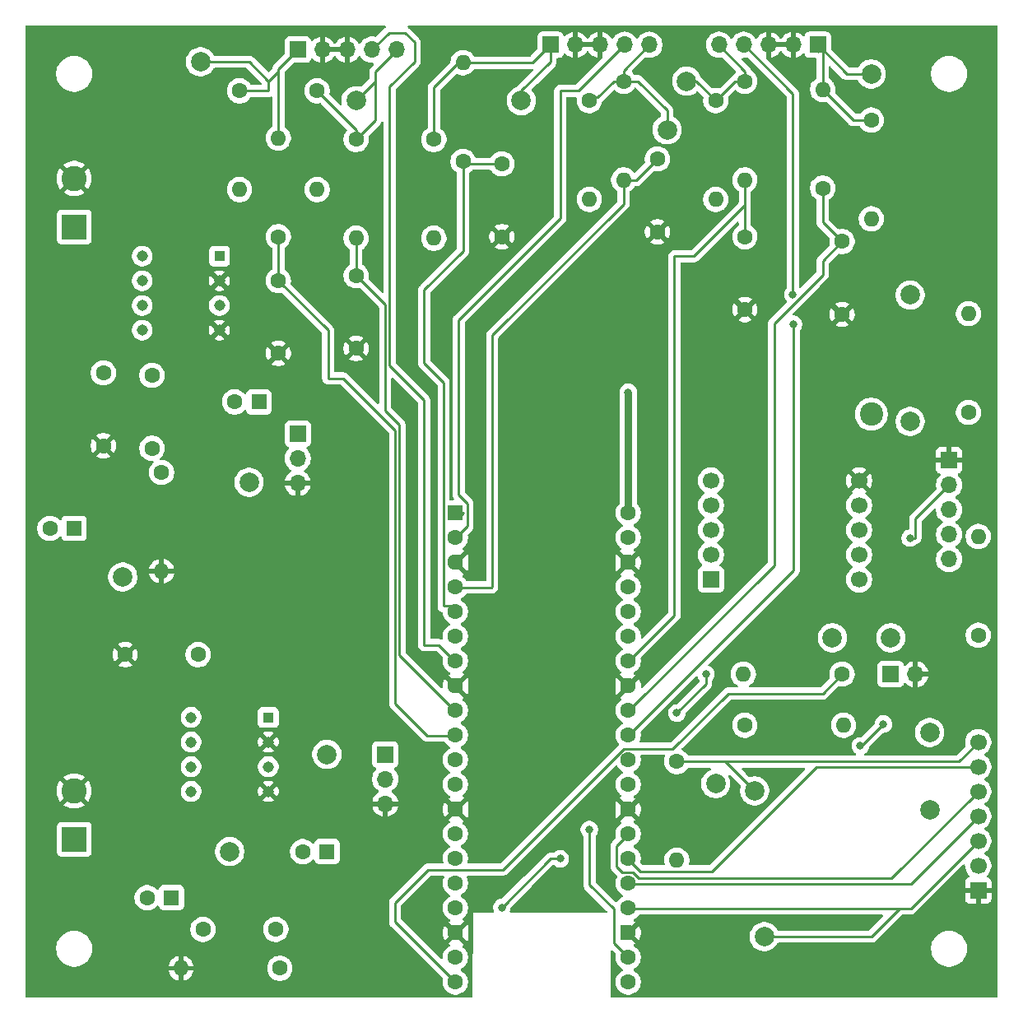
<source format=gbr>
%TF.GenerationSoftware,KiCad,Pcbnew,9.0.3*%
%TF.CreationDate,2025-07-08T18:12:23-07:00*%
%TF.ProjectId,pcb_schematics,7063625f-7363-4686-956d-61746963732e,rev?*%
%TF.SameCoordinates,Original*%
%TF.FileFunction,Copper,L1,Top*%
%TF.FilePolarity,Positive*%
%FSLAX46Y46*%
G04 Gerber Fmt 4.6, Leading zero omitted, Abs format (unit mm)*
G04 Created by KiCad (PCBNEW 9.0.3) date 2025-07-08 18:12:23*
%MOMM*%
%LPD*%
G01*
G04 APERTURE LIST*
G04 Aperture macros list*
%AMRoundRect*
0 Rectangle with rounded corners*
0 $1 Rounding radius*
0 $2 $3 $4 $5 $6 $7 $8 $9 X,Y pos of 4 corners*
0 Add a 4 corners polygon primitive as box body*
4,1,4,$2,$3,$4,$5,$6,$7,$8,$9,$2,$3,0*
0 Add four circle primitives for the rounded corners*
1,1,$1+$1,$2,$3*
1,1,$1+$1,$4,$5*
1,1,$1+$1,$6,$7*
1,1,$1+$1,$8,$9*
0 Add four rect primitives between the rounded corners*
20,1,$1+$1,$2,$3,$4,$5,0*
20,1,$1+$1,$4,$5,$6,$7,0*
20,1,$1+$1,$6,$7,$8,$9,0*
20,1,$1+$1,$8,$9,$2,$3,0*%
%AMFreePoly0*
4,1,37,0.603843,0.796157,0.639018,0.796157,0.711114,0.766294,0.766294,0.711114,0.796157,0.639018,0.796157,0.603843,0.800000,0.600000,0.800000,-0.600000,0.796157,-0.603843,0.796157,-0.639018,0.766294,-0.711114,0.711114,-0.766294,0.639018,-0.796157,0.603843,-0.796157,0.600000,-0.800000,0.000000,-0.800000,0.000000,-0.796148,-0.078414,-0.796148,-0.232228,-0.765552,-0.377117,-0.705537,
-0.507515,-0.618408,-0.618408,-0.507515,-0.705537,-0.377117,-0.765552,-0.232228,-0.796148,-0.078414,-0.796148,0.078414,-0.765552,0.232228,-0.705537,0.377117,-0.618408,0.507515,-0.507515,0.618408,-0.377117,0.705537,-0.232228,0.765552,-0.078414,0.796148,0.000000,0.796148,0.000000,0.800000,0.600000,0.800000,0.603843,0.796157,0.603843,0.796157,$1*%
%AMFreePoly1*
4,1,37,0.000000,0.796148,0.078414,0.796148,0.232228,0.765552,0.377117,0.705537,0.507515,0.618408,0.618408,0.507515,0.705537,0.377117,0.765552,0.232228,0.796148,0.078414,0.796148,-0.078414,0.765552,-0.232228,0.705537,-0.377117,0.618408,-0.507515,0.507515,-0.618408,0.377117,-0.705537,0.232228,-0.765552,0.078414,-0.796148,0.000000,-0.796148,0.000000,-0.800000,-0.600000,-0.800000,
-0.603843,-0.796157,-0.639018,-0.796157,-0.711114,-0.766294,-0.766294,-0.711114,-0.796157,-0.639018,-0.796157,-0.603843,-0.800000,-0.600000,-0.800000,0.600000,-0.796157,0.603843,-0.796157,0.639018,-0.766294,0.711114,-0.711114,0.766294,-0.639018,0.796157,-0.603843,0.796157,-0.600000,0.800000,0.000000,0.800000,0.000000,0.796148,0.000000,0.796148,$1*%
G04 Aperture macros list end*
%TA.AperFunction,ComponentPad*%
%ADD10C,1.600000*%
%TD*%
%TA.AperFunction,ComponentPad*%
%ADD11O,1.600000X1.600000*%
%TD*%
%TA.AperFunction,ComponentPad*%
%ADD12C,2.000000*%
%TD*%
%TA.AperFunction,ComponentPad*%
%ADD13R,1.700000X1.700000*%
%TD*%
%TA.AperFunction,ComponentPad*%
%ADD14O,1.700000X1.700000*%
%TD*%
%TA.AperFunction,ComponentPad*%
%ADD15C,2.400000*%
%TD*%
%TA.AperFunction,ComponentPad*%
%ADD16RoundRect,0.200000X-0.600000X-0.600000X0.600000X-0.600000X0.600000X0.600000X-0.600000X0.600000X0*%
%TD*%
%TA.AperFunction,ComponentPad*%
%ADD17FreePoly0,0.000000*%
%TD*%
%TA.AperFunction,ComponentPad*%
%ADD18FreePoly1,0.000000*%
%TD*%
%TA.AperFunction,ComponentPad*%
%ADD19C,1.700000*%
%TD*%
%TA.AperFunction,ComponentPad*%
%ADD20R,1.600000X1.600000*%
%TD*%
%TA.AperFunction,ComponentPad*%
%ADD21R,1.140000X1.140000*%
%TD*%
%TA.AperFunction,ComponentPad*%
%ADD22C,1.140000*%
%TD*%
%TA.AperFunction,ComponentPad*%
%ADD23R,2.600000X2.600000*%
%TD*%
%TA.AperFunction,ComponentPad*%
%ADD24C,2.600000*%
%TD*%
%TA.AperFunction,ViaPad*%
%ADD25C,0.800000*%
%TD*%
%TA.AperFunction,Conductor*%
%ADD26C,0.250000*%
%TD*%
%TA.AperFunction,Conductor*%
%ADD27C,0.762000*%
%TD*%
G04 APERTURE END LIST*
D10*
%TO.P,C11,1*%
%TO.N,GND*%
X121000000Y-77000000D03*
%TO.P,C11,2*%
%TO.N,/ROT2B*%
X121000000Y-69500000D03*
%TD*%
%TO.P,C10,1*%
%TO.N,GND*%
X144000000Y-65000000D03*
%TO.P,C10,2*%
%TO.N,/ROT1A*%
X144000000Y-57500000D03*
%TD*%
%TO.P,C1,1*%
%TO.N,/ROT3A*%
X169000000Y-65000000D03*
%TO.P,C1,2*%
%TO.N,GND*%
X169000000Y-72500000D03*
%TD*%
%TO.P,R_Pullup7,1*%
%TO.N,Net-(J3-Pin_5)*%
X166000000Y-51000000D03*
D11*
%TO.P,R_Pullup7,2*%
%TO.N,/3V3*%
X166000000Y-61160000D03*
%TD*%
D10*
%TO.P,R6,1*%
%TO.N,/ROT1A*%
X140000000Y-57260000D03*
D11*
%TO.P,R6,2*%
%TO.N,Net-(J4-Pin_1)*%
X140000000Y-47100000D03*
%TD*%
D12*
%TO.P,TP2,1,1*%
%TO.N,/CS*%
X170000000Y-122000000D03*
%TD*%
%TO.P,TP18,1,1*%
%TO.N,Net-(J4-Pin_5)*%
X161000000Y-54000000D03*
%TD*%
D10*
%TO.P,C14,1*%
%TO.N,GND*%
X179000000Y-73000000D03*
%TO.P,C14,2*%
%TO.N,/ROT3B*%
X179000000Y-65500000D03*
%TD*%
%TO.P,R_Pullup5,1*%
%TO.N,Net-(J5-Pin_1)*%
X117000000Y-50000000D03*
D11*
%TO.P,R_Pullup5,2*%
%TO.N,/3V3*%
X117000000Y-60160000D03*
%TD*%
D13*
%TO.P,J5,1,Pin_1*%
%TO.N,Net-(J5-Pin_1)*%
X123000000Y-45760000D03*
D14*
%TO.P,J5,2,Pin_2*%
%TO.N,GND*%
X125540000Y-45760000D03*
%TO.P,J5,3,Pin_3*%
X128080000Y-45760000D03*
%TO.P,J5,4,Pin_4*%
%TO.N,/SW4*%
X130620000Y-45760000D03*
%TO.P,J5,5,Pin_5*%
%TO.N,Net-(J5-Pin_5)*%
X133160000Y-45760000D03*
%TD*%
D10*
%TO.P,R8,1*%
%TO.N,/ROT2B*%
X121000000Y-65000000D03*
D11*
%TO.P,R8,2*%
%TO.N,Net-(J5-Pin_1)*%
X121000000Y-54840000D03*
%TD*%
D10*
%TO.P,R_Pullup3,1*%
%TO.N,/CS*%
X162000000Y-119000000D03*
D11*
%TO.P,R_Pullup3,2*%
%TO.N,/3V3*%
X162000000Y-129160000D03*
%TD*%
D12*
%TO.P,TP19,1,1*%
%TO.N,Net-(J4-Pin_1)*%
X146000000Y-51000000D03*
%TD*%
%TO.P,TP14,1,1*%
%TO.N,Net-(J3-Pin_1)*%
X182000000Y-48260000D03*
%TD*%
%TO.P,TP16,1,1*%
%TO.N,Net-(J5-Pin_5)*%
X129000000Y-51000000D03*
%TD*%
D10*
%TO.P,R5,1*%
%TO.N,Net-(J4-Pin_5)*%
X156525236Y-49000000D03*
D11*
%TO.P,R5,2*%
%TO.N,/ROT1B*%
X156525236Y-59160000D03*
%TD*%
D12*
%TO.P,TP3,1,1*%
%TO.N,/SDA*%
X188000000Y-124000000D03*
%TD*%
D10*
%TO.P,R3,1*%
%TO.N,Net-(R3-Pad1)*%
X193000000Y-106000000D03*
D11*
%TO.P,R3,2*%
%TO.N,/LSpeaker*%
X193000000Y-95840000D03*
%TD*%
D15*
%TO.P,J2,1,Pin_1*%
%TO.N,Net-(J2-Pin_1)*%
X182000000Y-83260000D03*
%TD*%
D13*
%TO.P,J3,1,Pin_1*%
%TO.N,Net-(J3-Pin_1)*%
X176500000Y-45260000D03*
D14*
%TO.P,J3,2,Pin_2*%
%TO.N,GND*%
X173960000Y-45260000D03*
%TO.P,J3,3,Pin_3*%
X171420000Y-45260000D03*
%TO.P,J3,4,Pin_4*%
%TO.N,/SW3*%
X168880000Y-45260000D03*
%TO.P,J3,5,Pin_5*%
%TO.N,Net-(J3-Pin_5)*%
X166340000Y-45260000D03*
%TD*%
D10*
%TO.P,C13,1*%
%TO.N,GND*%
X105250000Y-108000000D03*
%TO.P,C13,2*%
%TO.N,+5V*%
X112750000Y-108000000D03*
%TD*%
D16*
%TO.P,U1,1,GP0*%
%TO.N,/SW1*%
X139220000Y-93420000D03*
D10*
%TO.P,U1,2,GP1*%
%TO.N,/SW2*%
X139220000Y-95960000D03*
D17*
%TO.P,U1,3,GND*%
%TO.N,GND*%
X139220000Y-98500000D03*
D10*
%TO.P,U1,4,GP2*%
%TO.N,/ROT1B*%
X139220000Y-101040000D03*
%TO.P,U1,5,GP3*%
%TO.N,/ROT1A*%
X139220000Y-103580000D03*
%TO.P,U1,6,GP4*%
%TO.N,unconnected-(U1-GP4-Pad6)*%
X139220000Y-106120000D03*
%TO.P,U1,7,GP5*%
%TO.N,/SW4*%
X139220000Y-108660000D03*
D17*
%TO.P,U1,8,GND*%
%TO.N,GND*%
X139220000Y-111200000D03*
D10*
%TO.P,U1,9,GP6*%
%TO.N,/ROT2A*%
X139220000Y-113740000D03*
%TO.P,U1,10,GP7*%
%TO.N,/ROT2B*%
X139220000Y-116280000D03*
%TO.P,U1,11,GP8*%
%TO.N,unconnected-(U1-GP8-Pad11)*%
X139220000Y-118820000D03*
%TO.P,U1,12,GP9*%
%TO.N,unconnected-(U1-GP9-Pad12)*%
X139220000Y-121360000D03*
D17*
%TO.P,U1,13,GND*%
%TO.N,GND*%
X139220000Y-123900000D03*
D10*
%TO.P,U1,14,GP10*%
%TO.N,unconnected-(U1-GP10-Pad14)*%
X139220000Y-126440000D03*
%TO.P,U1,15,GP11*%
%TO.N,unconnected-(U1-GP11-Pad15)*%
X139220000Y-128980000D03*
%TO.P,U1,16,GP12*%
%TO.N,unconnected-(U1-GP12-Pad16)*%
X139220000Y-131520000D03*
%TO.P,U1,17,GP13*%
%TO.N,unconnected-(U1-GP13-Pad17)*%
X139220000Y-134060000D03*
D17*
%TO.P,U1,18,GND*%
%TO.N,GND*%
X139220000Y-136600000D03*
D10*
%TO.P,U1,19,GP14*%
%TO.N,/I2CTX*%
X139220000Y-139140000D03*
%TO.P,U1,20,GP15*%
%TO.N,/I2CSCK*%
X139220000Y-141680000D03*
%TO.P,U1,21,GP16*%
%TO.N,unconnected-(U1-GP16-Pad21)*%
X157000000Y-141680000D03*
%TO.P,U1,22,GP17*%
%TO.N,/CS*%
X157000000Y-139140000D03*
D18*
%TO.P,U1,23,GND*%
%TO.N,GND*%
X157000000Y-136600000D03*
D10*
%TO.P,U1,24,GP18*%
%TO.N,/SCK*%
X157000000Y-134060000D03*
%TO.P,U1,25,GP19*%
%TO.N,/SDA*%
X157000000Y-131520000D03*
%TO.P,U1,26,GP20*%
%TO.N,/DC*%
X157000000Y-128980000D03*
%TO.P,U1,27,GP21*%
%TO.N,/RES*%
X157000000Y-126440000D03*
D18*
%TO.P,U1,28,GND*%
%TO.N,GND*%
X157000000Y-123900000D03*
D10*
%TO.P,U1,29,GP22*%
%TO.N,unconnected-(U1-GP22-Pad29)*%
X157000000Y-121360000D03*
%TO.P,U1,30,RUN*%
%TO.N,unconnected-(U1-RUN-Pad30)*%
X157000000Y-118820000D03*
%TO.P,U1,31,GP26/ADC0*%
%TO.N,/SW3*%
X157000000Y-116280000D03*
%TO.P,U1,32,GP27/ADC1*%
%TO.N,/ROT3B*%
X157000000Y-113740000D03*
D18*
%TO.P,U1,33,GND*%
%TO.N,GND*%
X157000000Y-111200000D03*
D10*
%TO.P,U1,34,GP28/ADC2*%
%TO.N,/ROT3A*%
X157000000Y-108660000D03*
%TO.P,U1,35,ADC_VREF*%
%TO.N,unconnected-(U1-ADC_VREF-Pad35)*%
X157000000Y-106120000D03*
%TO.P,U1,36,3V3*%
%TO.N,/3V3*%
X157000000Y-103580000D03*
%TO.P,U1,37,3V3_EN*%
%TO.N,unconnected-(U1-3V3_EN-Pad37)*%
X157000000Y-101040000D03*
D18*
%TO.P,U1,38,GND*%
%TO.N,GND*%
X157000000Y-98500000D03*
D10*
%TO.P,U1,39,VSYS*%
%TO.N,unconnected-(U1-VSYS-Pad39)*%
X157000000Y-95960000D03*
%TO.P,U1,40,VBUS*%
%TO.N,+5V*%
X157000000Y-93420000D03*
%TD*%
%TO.P,R_Pullup6,1*%
%TO.N,Net-(J3-Pin_1)*%
X182000000Y-53000000D03*
D11*
%TO.P,R_Pullup6,2*%
%TO.N,/3V3*%
X182000000Y-63160000D03*
%TD*%
D13*
%TO.P,DISP1,1,VSS/GND*%
%TO.N,GND*%
X193000000Y-132240000D03*
D19*
%TO.P,DISP1,2,VDD*%
%TO.N,/3V3*%
X193000000Y-129700000D03*
%TO.P,DISP1,3,SCLK*%
%TO.N,/SCK*%
X193000000Y-127160000D03*
%TO.P,DISP1,4,SDA*%
%TO.N,/SDA*%
X193000000Y-124620000D03*
%TO.P,DISP1,5,RES*%
%TO.N,/RES*%
X193000000Y-122080000D03*
%TO.P,DISP1,6,DC*%
%TO.N,/DC*%
X193000000Y-119540000D03*
%TO.P,DISP1,7,CS*%
%TO.N,/CS*%
X193000000Y-117000000D03*
%TD*%
D10*
%TO.P,C9,1*%
%TO.N,/ROT1B*%
X160000000Y-57000000D03*
%TO.P,C9,2*%
%TO.N,GND*%
X160000000Y-64500000D03*
%TD*%
D13*
%TO.P,J4,1,Pin_1*%
%TO.N,Net-(J4-Pin_1)*%
X149000000Y-45260000D03*
D14*
%TO.P,J4,2,Pin_2*%
%TO.N,GND*%
X151540000Y-45260000D03*
%TO.P,J4,3,Pin_3*%
X154080000Y-45260000D03*
%TO.P,J4,4,Pin_4*%
%TO.N,/SW2*%
X156620000Y-45260000D03*
%TO.P,J4,5,Pin_5*%
%TO.N,Net-(J4-Pin_5)*%
X159160000Y-45260000D03*
%TD*%
D12*
%TO.P,TP15,1,1*%
%TO.N,Net-(J3-Pin_5)*%
X163000000Y-49000000D03*
%TD*%
%TO.P,TP17,1,1*%
%TO.N,Net-(J5-Pin_1)*%
X113000000Y-47000000D03*
%TD*%
D10*
%TO.P,R_Pullup4,1*%
%TO.N,Net-(J5-Pin_5)*%
X125000000Y-50000000D03*
D11*
%TO.P,R_Pullup4,2*%
%TO.N,/3V3*%
X125000000Y-60160000D03*
%TD*%
D13*
%TO.P,SW1,1,1*%
%TO.N,/SW1*%
X184000000Y-110000000D03*
D14*
%TO.P,SW1,2,2*%
%TO.N,GND*%
X186540000Y-110000000D03*
%TD*%
D10*
%TO.P,R9,1*%
%TO.N,Net-(J3-Pin_5)*%
X169000000Y-49000000D03*
D11*
%TO.P,R9,2*%
%TO.N,/ROT3A*%
X169000000Y-59160000D03*
%TD*%
D10*
%TO.P,C2,1*%
%TO.N,/ROT2A*%
X129000000Y-69000000D03*
%TO.P,C2,2*%
%TO.N,GND*%
X129000000Y-76500000D03*
%TD*%
%TO.P,R_Pullup1,1*%
%TO.N,Net-(J4-Pin_5)*%
X153000000Y-51000000D03*
D11*
%TO.P,R_Pullup1,2*%
%TO.N,/3V3*%
X153000000Y-61160000D03*
%TD*%
D10*
%TO.P,R10,1*%
%TO.N,/ROT3B*%
X177000000Y-60000000D03*
D11*
%TO.P,R10,2*%
%TO.N,Net-(J3-Pin_1)*%
X177000000Y-49840000D03*
%TD*%
D10*
%TO.P,R_Pullup2,1*%
%TO.N,Net-(J4-Pin_1)*%
X137000000Y-55000000D03*
D11*
%TO.P,R_Pullup2,2*%
%TO.N,/3V3*%
X137000000Y-65160000D03*
%TD*%
D12*
%TO.P,TP1,1,1*%
%TO.N,/SCK*%
X171000000Y-137000000D03*
%TD*%
D10*
%TO.P,R4,1*%
%TO.N,/RSpeaker*%
X192000000Y-83080000D03*
D11*
%TO.P,R4,2*%
%TO.N,Net-(R4-Pad2)*%
X192000000Y-72920000D03*
%TD*%
D10*
%TO.P,R7,1*%
%TO.N,Net-(J5-Pin_5)*%
X129000000Y-55000000D03*
D11*
%TO.P,R7,2*%
%TO.N,/ROT2A*%
X129000000Y-65160000D03*
%TD*%
D10*
%TO.P,R2,1*%
%TO.N,Net-(C5-Pad2)*%
X121160000Y-140260000D03*
D11*
%TO.P,R2,2*%
%TO.N,GND*%
X111000000Y-140260000D03*
%TD*%
D13*
%TO.P,RV2,1,1*%
%TO.N,Net-(R4-Pad2)*%
X123000000Y-85260000D03*
D14*
%TO.P,RV2,2,2*%
%TO.N,Net-(C16-Pad1)*%
X123000000Y-87800000D03*
%TO.P,RV2,3,3*%
%TO.N,GND*%
X123000000Y-90340000D03*
%TD*%
D12*
%TO.P,TP12,1,1*%
%TO.N,Net-(R4-Pad2)*%
X186000000Y-71000000D03*
%TD*%
D20*
%TO.P,C6,1*%
%TO.N,Net-(C5-Pad1)*%
X110000000Y-133000000D03*
D10*
%TO.P,C6,2*%
%TO.N,Net-(C6-Pad2)*%
X107500000Y-133000000D03*
%TD*%
D12*
%TO.P,TP4,1,1*%
%TO.N,/I2CTX*%
X166000000Y-121260000D03*
%TD*%
D13*
%TO.P,U2,1,SDIO*%
%TO.N,/I2CTX*%
X165510000Y-100260000D03*
D19*
%TO.P,U2,2,SCLK*%
%TO.N,/I2CSCK*%
X165510000Y-97720000D03*
%TO.P,U2,3,N/C*%
%TO.N,unconnected-(U2-N{slash}C-Pad3)*%
X165510000Y-95180000D03*
%TO.P,U2,4,N/C*%
%TO.N,unconnected-(U2-N{slash}C-Pad4)*%
X165510000Y-92640000D03*
%TO.P,U2,5,VDD*%
%TO.N,/3V3*%
X165510000Y-90100000D03*
%TO.P,U2,6,GND*%
%TO.N,GND*%
X180750000Y-90100000D03*
%TO.P,U2,7,ROUT*%
%TO.N,/ROUT*%
X180750000Y-92640000D03*
%TO.P,U2,8,LOUT*%
%TO.N,/LOUT*%
X180750000Y-95180000D03*
%TO.P,U2,9,N/C*%
%TO.N,unconnected-(U2-N{slash}C-Pad9)*%
X180750000Y-97720000D03*
%TO.P,U2,10,FMIN*%
%TO.N,Net-(J2-Pin_1)*%
X180750000Y-100260000D03*
%TD*%
D21*
%TO.P,U3,1,GAIN*%
%TO.N,unconnected-(U3-GAIN-Pad1)*%
X119970000Y-114450000D03*
D22*
%TO.P,U3,2,-*%
%TO.N,GND*%
X119970000Y-116990000D03*
%TO.P,U3,3,+*%
%TO.N,Net-(U3-+)*%
X119970000Y-119530000D03*
%TO.P,U3,4,GND*%
%TO.N,GND*%
X119970000Y-122070000D03*
%TO.P,U3,5*%
%TO.N,Net-(C5-Pad1)*%
X112030000Y-122070000D03*
%TO.P,U3,6,V+*%
%TO.N,+5V*%
X112030000Y-119530000D03*
%TO.P,U3,7,BYPASS*%
%TO.N,unconnected-(U3-BYPASS-Pad7)*%
X112030000Y-116990000D03*
%TO.P,U3,8,GAIN*%
%TO.N,unconnected-(U3-GAIN-Pad8)*%
X112030000Y-114450000D03*
%TD*%
D12*
%TO.P,TP5,1,1*%
%TO.N,/I2CSCK*%
X178000000Y-106260000D03*
%TD*%
D20*
%TO.P,C3,1*%
%TO.N,Net-(C3-Pad1)*%
X100000000Y-95000000D03*
D10*
%TO.P,C3,2*%
%TO.N,Net-(C3-Pad2)*%
X97500000Y-95000000D03*
%TD*%
D12*
%TO.P,TP13,1,1*%
%TO.N,Net-(R3-Pad1)*%
X188000000Y-116000000D03*
%TD*%
D10*
%TO.P,C12,1*%
%TO.N,GND*%
X103000000Y-86500000D03*
%TO.P,C12,2*%
%TO.N,+5V*%
X103000000Y-79000000D03*
%TD*%
D12*
%TO.P,TP6,1,1*%
%TO.N,Net-(C16-Pad1)*%
X118000000Y-90260000D03*
%TD*%
%TO.P,TP9,1,1*%
%TO.N,Net-(C3-Pad1)*%
X105000000Y-100000000D03*
%TD*%
D10*
%TO.P,C4,1*%
%TO.N,Net-(C3-Pad1)*%
X108000000Y-79260000D03*
%TO.P,C4,2*%
%TO.N,Net-(C4-Pad2)*%
X108000000Y-86760000D03*
%TD*%
D21*
%TO.P,U4,1,GAIN*%
%TO.N,unconnected-(U4-GAIN-Pad1)*%
X114940000Y-67000000D03*
D22*
%TO.P,U4,2,-*%
%TO.N,GND*%
X114940000Y-69540000D03*
%TO.P,U4,3,+*%
%TO.N,Net-(U4-+)*%
X114940000Y-72080000D03*
%TO.P,U4,4,GND*%
%TO.N,GND*%
X114940000Y-74620000D03*
%TO.P,U4,5*%
%TO.N,Net-(C3-Pad1)*%
X107000000Y-74620000D03*
%TO.P,U4,6,V+*%
%TO.N,+5V*%
X107000000Y-72080000D03*
%TO.P,U4,7,BYPASS*%
%TO.N,unconnected-(U4-BYPASS-Pad7)*%
X107000000Y-69540000D03*
%TO.P,U4,8,GAIN*%
%TO.N,unconnected-(U4-GAIN-Pad8)*%
X107000000Y-67000000D03*
%TD*%
D12*
%TO.P,TP7,1,1*%
%TO.N,Net-(C15-Pad1)*%
X126000000Y-118260000D03*
%TD*%
D10*
%TO.P,C5,1*%
%TO.N,Net-(C5-Pad1)*%
X113250000Y-136260000D03*
%TO.P,C5,2*%
%TO.N,Net-(C5-Pad2)*%
X120750000Y-136260000D03*
%TD*%
D12*
%TO.P,TP10,1,1*%
%TO.N,/LOUT*%
X184000000Y-106260000D03*
%TD*%
D20*
%TO.P,C16,1*%
%TO.N,Net-(C16-Pad1)*%
X119000000Y-82000000D03*
D10*
%TO.P,C16,2*%
%TO.N,Net-(U4-+)*%
X116500000Y-82000000D03*
%TD*%
%TO.P,R1,1*%
%TO.N,Net-(C4-Pad2)*%
X109000000Y-89260000D03*
D11*
%TO.P,R1,2*%
%TO.N,GND*%
X109000000Y-99420000D03*
%TD*%
D13*
%TO.P,J1,1,Sleeve*%
%TO.N,GND*%
X190000000Y-88000000D03*
D14*
%TO.P,J1,2,Tip*%
%TO.N,/LOUT*%
X190000000Y-90540000D03*
%TO.P,J1,3,Tip*%
%TO.N,/ROUT*%
X190000000Y-93080000D03*
%TO.P,J1,4,Tip_Switch*%
%TO.N,/RSpeaker*%
X190000000Y-95620000D03*
%TO.P,J1,5,Ring_Switch*%
%TO.N,/LSpeaker*%
X190000000Y-98160000D03*
%TD*%
D12*
%TO.P,TP8,1,1*%
%TO.N,Net-(C5-Pad1)*%
X116000000Y-128260000D03*
%TD*%
D23*
%TO.P,LS1,1,1*%
%TO.N,Net-(C6-Pad2)*%
X100000000Y-127000000D03*
D24*
%TO.P,LS1,2,2*%
%TO.N,GND*%
X100000000Y-122000000D03*
%TD*%
D20*
%TO.P,C15,1*%
%TO.N,Net-(C15-Pad1)*%
X126000000Y-128260000D03*
D10*
%TO.P,C15,2*%
%TO.N,Net-(U3-+)*%
X123500000Y-128260000D03*
%TD*%
%TO.P,Rpullup1,1*%
%TO.N,/I2CSCK*%
X179000000Y-110000000D03*
D11*
%TO.P,Rpullup1,2*%
%TO.N,/3V3*%
X168840000Y-110000000D03*
%TD*%
D13*
%TO.P,RV1,1,1*%
%TO.N,Net-(R3-Pad1)*%
X132000000Y-118260000D03*
D14*
%TO.P,RV1,2,2*%
%TO.N,Net-(C15-Pad1)*%
X132000000Y-120800000D03*
%TO.P,RV1,3,3*%
%TO.N,GND*%
X132000000Y-123340000D03*
%TD*%
D10*
%TO.P,Rpullup2,1*%
%TO.N,/I2CTX*%
X169000000Y-115260000D03*
D11*
%TO.P,Rpullup2,2*%
%TO.N,/3V3*%
X179160000Y-115260000D03*
%TD*%
D23*
%TO.P,LS2,1,1*%
%TO.N,Net-(C3-Pad2)*%
X100000000Y-64000000D03*
D24*
%TO.P,LS2,2,2*%
%TO.N,GND*%
X100000000Y-59000000D03*
%TD*%
D12*
%TO.P,TP11,1,1*%
%TO.N,/ROUT*%
X186000000Y-84000000D03*
%TD*%
D25*
%TO.N,GND*%
X101000000Y-71000000D03*
X104000000Y-114000000D03*
%TO.N,/LOUT*%
X186000000Y-96000000D03*
%TO.N,/CS*%
X153000000Y-126000000D03*
%TO.N,/I2CTX*%
X162000000Y-114000000D03*
X165000000Y-110000000D03*
X144000000Y-134000000D03*
X150000000Y-129000000D03*
%TO.N,/SW3*%
X173936396Y-70936396D03*
X174000000Y-74000000D03*
%TO.N,+5V*%
X157000000Y-81000000D03*
%TO.N,Net-(R3-Pad1)*%
X180880000Y-117380000D03*
X183250000Y-115130000D03*
%TD*%
D26*
%TO.N,/LOUT*%
X186540000Y-96000000D02*
X186540000Y-94000000D01*
X186540000Y-94000000D02*
X190000000Y-90540000D01*
X186000000Y-96000000D02*
X186540000Y-96000000D01*
%TO.N,Net-(J3-Pin_1)*%
X177000000Y-45760000D02*
X176500000Y-45260000D01*
X176500000Y-46010000D02*
X176500000Y-45260000D01*
X182000000Y-53000000D02*
X180160000Y-53000000D01*
X177000000Y-49840000D02*
X177000000Y-45760000D01*
X182000000Y-48260000D02*
X179500000Y-48260000D01*
X180160000Y-53000000D02*
X177000000Y-49840000D01*
X179500000Y-48260000D02*
X176500000Y-45260000D01*
%TO.N,Net-(J3-Pin_5)*%
X169000000Y-48000000D02*
X166340000Y-45340000D01*
X166000000Y-51000000D02*
X168000000Y-49000000D01*
X166340000Y-45340000D02*
X166340000Y-45260000D01*
X164000000Y-49000000D02*
X163000000Y-49000000D01*
X168000000Y-49000000D02*
X169000000Y-49000000D01*
X169000000Y-49000000D02*
X169000000Y-48000000D01*
X166000000Y-51000000D02*
X164000000Y-49000000D01*
%TO.N,Net-(J4-Pin_1)*%
X147160000Y-47100000D02*
X149000000Y-45260000D01*
X149000000Y-47000000D02*
X146000000Y-50000000D01*
X137000000Y-55000000D02*
X137000000Y-49650000D01*
X146000000Y-50000000D02*
X146000000Y-51000000D01*
X140000000Y-47100000D02*
X147160000Y-47100000D01*
X137000000Y-49650000D02*
X139550000Y-47100000D01*
X149000000Y-45260000D02*
X149000000Y-47000000D01*
%TO.N,Net-(J4-Pin_5)*%
X156525236Y-47894764D02*
X159160000Y-45260000D01*
X161000000Y-52000000D02*
X158000000Y-49000000D01*
X158000000Y-49000000D02*
X156525236Y-49000000D01*
X155525236Y-49000000D02*
X153843434Y-50681802D01*
X156525236Y-49000000D02*
X155525236Y-49000000D01*
X153843434Y-50681802D02*
X153318198Y-50681802D01*
X161000000Y-54000000D02*
X161000000Y-52000000D01*
X156525236Y-49000000D02*
X156525236Y-47894764D01*
%TO.N,/SCK*%
X184900000Y-134100000D02*
X182000000Y-137000000D01*
X193000000Y-127160000D02*
X186060000Y-134100000D01*
X186060000Y-134100000D02*
X184900000Y-134100000D01*
X186060000Y-134100000D02*
X157000000Y-134100000D01*
X182000000Y-137000000D02*
X171000000Y-137000000D01*
%TO.N,/SDA*%
X193000000Y-124620000D02*
X186060000Y-131560000D01*
X186060000Y-131560000D02*
X157000000Y-131560000D01*
%TO.N,/RES*%
X158101701Y-131000000D02*
X157486701Y-130385000D01*
X155825000Y-127655000D02*
X157000000Y-126480000D01*
X155825000Y-129825000D02*
X155825000Y-127655000D01*
X157486701Y-130385000D02*
X156385000Y-130385000D01*
X193000000Y-122080000D02*
X184080000Y-131000000D01*
X184080000Y-131000000D02*
X158101701Y-131000000D01*
X156385000Y-130385000D02*
X155825000Y-129825000D01*
%TO.N,/DC*%
X165588833Y-130285000D02*
X158265000Y-130285000D01*
X193000000Y-119540000D02*
X176333833Y-119540000D01*
X158265000Y-130285000D02*
X157000000Y-129020000D01*
X176333833Y-119540000D02*
X165588833Y-130285000D01*
%TO.N,/CS*%
X155500000Y-134152405D02*
X155500000Y-137640000D01*
X193000000Y-117000000D02*
X191000000Y-119000000D01*
X153000000Y-126000000D02*
X153000000Y-131652405D01*
X155500000Y-137640000D02*
X157000000Y-139140000D01*
X153000000Y-131652405D02*
X155500000Y-134152405D01*
X170000000Y-122000000D02*
X167000000Y-119000000D01*
X167000000Y-119000000D02*
X191000000Y-119000000D01*
X167000000Y-119000000D02*
X162000000Y-119000000D01*
%TO.N,/I2CSCK*%
X133000000Y-135460000D02*
X139220000Y-141680000D01*
X156513299Y-117685000D02*
X144092299Y-130106000D01*
X161575000Y-117685000D02*
X156513299Y-117685000D01*
X144092299Y-130106000D02*
X136394000Y-130106000D01*
X133000000Y-133500000D02*
X133000000Y-135460000D01*
X179000000Y-110000000D02*
X177000000Y-112000000D01*
X167260000Y-112000000D02*
X161575000Y-117685000D01*
X177000000Y-112000000D02*
X167260000Y-112000000D01*
X136394000Y-130106000D02*
X133000000Y-133500000D01*
%TO.N,/I2CTX*%
X150000000Y-129000000D02*
X149000000Y-129000000D01*
X149000000Y-129000000D02*
X144000000Y-134000000D01*
X165000000Y-110000000D02*
X165000000Y-111000000D01*
X165000000Y-111000000D02*
X162000000Y-114000000D01*
%TO.N,/SW1*%
X139760000Y-93680000D02*
X140000000Y-93440000D01*
%TO.N,/SW2*%
X150000000Y-50000000D02*
X150000000Y-63120000D01*
X156620000Y-45260000D02*
X151880000Y-50000000D01*
X150000000Y-63120000D02*
X139550000Y-73570000D01*
X140450000Y-92450000D02*
X140450000Y-94770000D01*
X140450000Y-94770000D02*
X139220000Y-96000000D01*
X151880000Y-50000000D02*
X150000000Y-50000000D01*
X139550000Y-73570000D02*
X139550000Y-91550000D01*
X139550000Y-91550000D02*
X140450000Y-92450000D01*
%TO.N,/SW3*%
X173936396Y-70936396D02*
X173936396Y-50316396D01*
X174000000Y-74000000D02*
X174000000Y-99320000D01*
X173936396Y-50316396D02*
X168880000Y-45260000D01*
X174000000Y-99320000D02*
X157000000Y-116320000D01*
%TO.N,/SW4*%
X135000000Y-45000000D02*
X134000000Y-44000000D01*
X137520000Y-107000000D02*
X139220000Y-108700000D01*
X132450000Y-49550000D02*
X135000000Y-47000000D01*
X132450000Y-49550000D02*
X132450000Y-78270000D01*
X135000000Y-47000000D02*
X135000000Y-45000000D01*
X132450000Y-78270000D02*
X136000000Y-81820000D01*
X136000000Y-81820000D02*
X136000000Y-107000000D01*
X132380000Y-44000000D02*
X130620000Y-45760000D01*
X136000000Y-107000000D02*
X137520000Y-107000000D01*
X134000000Y-44000000D02*
X132380000Y-44000000D01*
D27*
%TO.N,+5V*%
X157000000Y-81000000D02*
X157000000Y-93460000D01*
D26*
%TO.N,Net-(J5-Pin_1)*%
X120000000Y-49000000D02*
X121000000Y-48000000D01*
X121000000Y-54840000D02*
X121000000Y-48000000D01*
X120000000Y-50000000D02*
X117000000Y-50000000D01*
X121160000Y-54840000D02*
X121000000Y-54840000D01*
X121000000Y-48000000D02*
X121000000Y-47760000D01*
X121000000Y-47760000D02*
X123000000Y-45760000D01*
X113000000Y-47000000D02*
X118000000Y-47000000D01*
X118000000Y-47000000D02*
X120000000Y-49000000D01*
X120000000Y-49000000D02*
X120000000Y-50000000D01*
X123000000Y-45760000D02*
X123580000Y-45760000D01*
%TO.N,Net-(J5-Pin_5)*%
X125000000Y-50000000D02*
X129000000Y-54000000D01*
X131000000Y-49000000D02*
X129000000Y-51000000D01*
X131000000Y-48000000D02*
X131000000Y-53000000D01*
X131000000Y-53000000D02*
X129000000Y-55000000D01*
X133160000Y-45840000D02*
X133160000Y-45760000D01*
X129000000Y-54000000D02*
X129000000Y-55000000D01*
X131000000Y-48000000D02*
X133160000Y-45840000D01*
%TO.N,Net-(R3-Pad1)*%
X181000000Y-117380000D02*
X183250000Y-115130000D01*
X180880000Y-117380000D02*
X181000000Y-117380000D01*
%TO.N,/ROT1B*%
X156525236Y-61611160D02*
X143000000Y-75136396D01*
X157840000Y-59160000D02*
X160000000Y-57000000D01*
X143000000Y-101000000D02*
X142920000Y-101080000D01*
X156525236Y-59160000D02*
X157840000Y-59160000D01*
X156525236Y-59160000D02*
X156525236Y-61611160D01*
X143000000Y-75136396D02*
X143000000Y-101000000D01*
X142920000Y-101080000D02*
X139220000Y-101080000D01*
%TO.N,/ROT1A*%
X138600000Y-103000000D02*
X139220000Y-103620000D01*
X138000000Y-103000000D02*
X138600000Y-103000000D01*
X140000000Y-57260000D02*
X140000000Y-66483604D01*
X138000000Y-80000000D02*
X138000000Y-103000000D01*
X140240000Y-57500000D02*
X140000000Y-57260000D01*
X136000000Y-78000000D02*
X138000000Y-80000000D01*
X144000000Y-57500000D02*
X140240000Y-57500000D01*
X136000000Y-70483604D02*
X136000000Y-78000000D01*
X140000000Y-66483604D02*
X136000000Y-70483604D01*
%TO.N,/ROT2A*%
X132000000Y-82900000D02*
X133450000Y-84350000D01*
X133450000Y-84350000D02*
X133450000Y-108010000D01*
X133450000Y-108010000D02*
X139220000Y-113780000D01*
X132000000Y-72000000D02*
X132000000Y-82900000D01*
X129000000Y-69000000D02*
X132000000Y-72000000D01*
X129000000Y-65160000D02*
X129000000Y-69000000D01*
%TO.N,/ROT2B*%
X136320000Y-116320000D02*
X139220000Y-116320000D01*
X127675000Y-79565000D02*
X133000000Y-84890000D01*
X121000000Y-65000000D02*
X121000000Y-69500000D01*
X126125000Y-74625000D02*
X126125000Y-79565000D01*
X126125000Y-79565000D02*
X127675000Y-79565000D01*
X133000000Y-113000000D02*
X136320000Y-116320000D01*
X121000000Y-69500000D02*
X126125000Y-74625000D01*
X133000000Y-84890000D02*
X133000000Y-113000000D01*
%TO.N,/ROT3A*%
X169000000Y-61760000D02*
X163750000Y-67010000D01*
X161750000Y-67010000D02*
X161750000Y-103950000D01*
X161750000Y-103950000D02*
X157000000Y-108700000D01*
X163750000Y-67010000D02*
X161750000Y-67010000D01*
X169000000Y-61760000D02*
X169000000Y-59160000D01*
X169000000Y-61760000D02*
X169000000Y-65000000D01*
%TO.N,/ROT3B*%
X177000000Y-67500000D02*
X177000000Y-68898097D01*
X172000000Y-98780000D02*
X157000000Y-113780000D01*
X172000000Y-73898097D02*
X172000000Y-98780000D01*
X177000000Y-63500000D02*
X179000000Y-65500000D01*
X179000000Y-65500000D02*
X177000000Y-67500000D01*
X177000000Y-68898097D02*
X172000000Y-73898097D01*
X177000000Y-60000000D02*
X177000000Y-63500000D01*
%TO.N,Net-(C15-Pad1)*%
X132000000Y-120800000D02*
X131460000Y-120260000D01*
%TD*%
%TA.AperFunction,Conductor*%
%TO.N,GND*%
G36*
X132019135Y-43280185D02*
G01*
X132064890Y-43332989D01*
X132074834Y-43402147D01*
X132045809Y-43465703D01*
X132020987Y-43487601D01*
X132005493Y-43497954D01*
X131981266Y-43514142D01*
X131937704Y-43557704D01*
X131894142Y-43601267D01*
X131894139Y-43601270D01*
X131077837Y-44417571D01*
X131016514Y-44451056D01*
X130951838Y-44447821D01*
X130944219Y-44445345D01*
X130936241Y-44442753D01*
X130765797Y-44415757D01*
X130726287Y-44409500D01*
X130513713Y-44409500D01*
X130465042Y-44417208D01*
X130303760Y-44442753D01*
X130101585Y-44508444D01*
X129912179Y-44604951D01*
X129740213Y-44729890D01*
X129589890Y-44880213D01*
X129464949Y-45052182D01*
X129460202Y-45061499D01*
X129412227Y-45112293D01*
X129344405Y-45129087D01*
X129278271Y-45106548D01*
X129239234Y-45061495D01*
X129234622Y-45052444D01*
X129109727Y-44880540D01*
X129109723Y-44880535D01*
X128959464Y-44730276D01*
X128959459Y-44730272D01*
X128787557Y-44605379D01*
X128598215Y-44508903D01*
X128396124Y-44443241D01*
X128330000Y-44432768D01*
X128330000Y-45326988D01*
X128272993Y-45294075D01*
X128145826Y-45260000D01*
X128014174Y-45260000D01*
X127887007Y-45294075D01*
X127830000Y-45326988D01*
X127830000Y-44432768D01*
X127829999Y-44432768D01*
X127763875Y-44443241D01*
X127561784Y-44508903D01*
X127372442Y-44605379D01*
X127200540Y-44730272D01*
X127200535Y-44730276D01*
X127050276Y-44880535D01*
X127050272Y-44880540D01*
X126925377Y-45052444D01*
X126920484Y-45062048D01*
X126872509Y-45112844D01*
X126804688Y-45129638D01*
X126738553Y-45107100D01*
X126699516Y-45062048D01*
X126694622Y-45052444D01*
X126569727Y-44880540D01*
X126569723Y-44880535D01*
X126419464Y-44730276D01*
X126419459Y-44730272D01*
X126247557Y-44605379D01*
X126058215Y-44508903D01*
X125856124Y-44443241D01*
X125790000Y-44432768D01*
X125790000Y-45326988D01*
X125732993Y-45294075D01*
X125605826Y-45260000D01*
X125474174Y-45260000D01*
X125347007Y-45294075D01*
X125290000Y-45326988D01*
X125290000Y-44432768D01*
X125289999Y-44432768D01*
X125223875Y-44443241D01*
X125021784Y-44508903D01*
X124832442Y-44605379D01*
X124660541Y-44730271D01*
X124546865Y-44843947D01*
X124485542Y-44877431D01*
X124415850Y-44872447D01*
X124359917Y-44830575D01*
X124343002Y-44799598D01*
X124293797Y-44667671D01*
X124293793Y-44667664D01*
X124207547Y-44552455D01*
X124207544Y-44552452D01*
X124092335Y-44466206D01*
X124092328Y-44466202D01*
X123957482Y-44415908D01*
X123957483Y-44415908D01*
X123897883Y-44409501D01*
X123897881Y-44409500D01*
X123897873Y-44409500D01*
X123897864Y-44409500D01*
X122102129Y-44409500D01*
X122102123Y-44409501D01*
X122042516Y-44415908D01*
X121907671Y-44466202D01*
X121907664Y-44466206D01*
X121792455Y-44552452D01*
X121792452Y-44552455D01*
X121706206Y-44667664D01*
X121706202Y-44667671D01*
X121655908Y-44802517D01*
X121649501Y-44862116D01*
X121649500Y-44862135D01*
X121649500Y-46174547D01*
X121629815Y-46241586D01*
X121613181Y-46262228D01*
X120603726Y-47271682D01*
X120603717Y-47271691D01*
X120601270Y-47274139D01*
X120601267Y-47274142D01*
X120514142Y-47361267D01*
X120490744Y-47396285D01*
X120485910Y-47403518D01*
X120485903Y-47403527D01*
X120445690Y-47463709D01*
X120445688Y-47463713D01*
X120434908Y-47489739D01*
X120419662Y-47526547D01*
X120398538Y-47577544D01*
X120398535Y-47577556D01*
X120374499Y-47698393D01*
X120374202Y-47701412D01*
X120373605Y-47702889D01*
X120373311Y-47704369D01*
X120373030Y-47704313D01*
X120348034Y-47766197D01*
X120338481Y-47776926D01*
X120087680Y-48027728D01*
X120026357Y-48061213D01*
X119956666Y-48056229D01*
X119912318Y-48027728D01*
X118493394Y-46608804D01*
X118485860Y-46601270D01*
X118485858Y-46601267D01*
X118398733Y-46514142D01*
X118339403Y-46474499D01*
X118333024Y-46470236D01*
X118333020Y-46470233D01*
X118296290Y-46445690D01*
X118296286Y-46445688D01*
X118261214Y-46431161D01*
X118207067Y-46408733D01*
X118182452Y-46398537D01*
X118122029Y-46386518D01*
X118117915Y-46385699D01*
X118117905Y-46385697D01*
X118061610Y-46374500D01*
X118061607Y-46374500D01*
X118061606Y-46374500D01*
X114441330Y-46374500D01*
X114374291Y-46354815D01*
X114330845Y-46306795D01*
X114290299Y-46227219D01*
X114283343Y-46213567D01*
X114144517Y-46022490D01*
X113977510Y-45855483D01*
X113786433Y-45716657D01*
X113742308Y-45694174D01*
X113575996Y-45609433D01*
X113351368Y-45536446D01*
X113118097Y-45499500D01*
X113118092Y-45499500D01*
X112881908Y-45499500D01*
X112881903Y-45499500D01*
X112648631Y-45536446D01*
X112424003Y-45609433D01*
X112213566Y-45716657D01*
X112150845Y-45762227D01*
X112022490Y-45855483D01*
X112022488Y-45855485D01*
X112022487Y-45855485D01*
X111855485Y-46022487D01*
X111855485Y-46022488D01*
X111855483Y-46022490D01*
X111816429Y-46076243D01*
X111716657Y-46213566D01*
X111609433Y-46424003D01*
X111536446Y-46648631D01*
X111499500Y-46881902D01*
X111499500Y-47118097D01*
X111536446Y-47351368D01*
X111609433Y-47575996D01*
X111712811Y-47778884D01*
X111716657Y-47786433D01*
X111855483Y-47977510D01*
X112022490Y-48144517D01*
X112213567Y-48283343D01*
X112312991Y-48334002D01*
X112424003Y-48390566D01*
X112424005Y-48390566D01*
X112424008Y-48390568D01*
X112526938Y-48424012D01*
X112648631Y-48463553D01*
X112881903Y-48500500D01*
X112881908Y-48500500D01*
X113118097Y-48500500D01*
X113351368Y-48463553D01*
X113406338Y-48445692D01*
X113575992Y-48390568D01*
X113786433Y-48283343D01*
X113977510Y-48144517D01*
X114144517Y-47977510D01*
X114283343Y-47786433D01*
X114324484Y-47705689D01*
X114330845Y-47693205D01*
X114378820Y-47642409D01*
X114441330Y-47625500D01*
X117689548Y-47625500D01*
X117756587Y-47645185D01*
X117777229Y-47661819D01*
X119278229Y-49162819D01*
X119311714Y-49224142D01*
X119306730Y-49293834D01*
X119264858Y-49349767D01*
X119199394Y-49374184D01*
X119190548Y-49374500D01*
X118216115Y-49374500D01*
X118149076Y-49354815D01*
X118116393Y-49321428D01*
X118115151Y-49322331D01*
X117991971Y-49152786D01*
X117847213Y-49008028D01*
X117681613Y-48887715D01*
X117681612Y-48887714D01*
X117681610Y-48887713D01*
X117599940Y-48846100D01*
X117499223Y-48794781D01*
X117304534Y-48731522D01*
X117129995Y-48703878D01*
X117102352Y-48699500D01*
X116897648Y-48699500D01*
X116873329Y-48703351D01*
X116695465Y-48731522D01*
X116500776Y-48794781D01*
X116318386Y-48887715D01*
X116152786Y-49008028D01*
X116008028Y-49152786D01*
X115887715Y-49318386D01*
X115794781Y-49500776D01*
X115731522Y-49695465D01*
X115699500Y-49897648D01*
X115699500Y-50102351D01*
X115731522Y-50304534D01*
X115794781Y-50499223D01*
X115854659Y-50616738D01*
X115870909Y-50648631D01*
X115887715Y-50681613D01*
X116008028Y-50847213D01*
X116152786Y-50991971D01*
X116307749Y-51104556D01*
X116318390Y-51112287D01*
X116393256Y-51150433D01*
X116500776Y-51205218D01*
X116500778Y-51205218D01*
X116500781Y-51205220D01*
X116605137Y-51239127D01*
X116695465Y-51268477D01*
X116796557Y-51284488D01*
X116897648Y-51300500D01*
X116897649Y-51300500D01*
X117102351Y-51300500D01*
X117102352Y-51300500D01*
X117304534Y-51268477D01*
X117499219Y-51205220D01*
X117681610Y-51112287D01*
X117774590Y-51044732D01*
X117847213Y-50991971D01*
X117847215Y-50991968D01*
X117847219Y-50991966D01*
X117991966Y-50847219D01*
X117991968Y-50847215D01*
X117991971Y-50847213D01*
X118115151Y-50677669D01*
X118116823Y-50678884D01*
X118162208Y-50637831D01*
X118216115Y-50625500D01*
X120061607Y-50625500D01*
X120061608Y-50625499D01*
X120182452Y-50601463D01*
X120203047Y-50592931D01*
X120272516Y-50585463D01*
X120334996Y-50616738D01*
X120370648Y-50676827D01*
X120374500Y-50707493D01*
X120374500Y-53623885D01*
X120354815Y-53690924D01*
X120321428Y-53723606D01*
X120322331Y-53724849D01*
X120152786Y-53848028D01*
X120008028Y-53992786D01*
X119887715Y-54158386D01*
X119794781Y-54340776D01*
X119731522Y-54535465D01*
X119699500Y-54737648D01*
X119699500Y-54942351D01*
X119731522Y-55144534D01*
X119794781Y-55339223D01*
X119858131Y-55463553D01*
X119876306Y-55499223D01*
X119887715Y-55521613D01*
X120008028Y-55687213D01*
X120152786Y-55831971D01*
X120307749Y-55944556D01*
X120318390Y-55952287D01*
X120434607Y-56011503D01*
X120500776Y-56045218D01*
X120500778Y-56045218D01*
X120500781Y-56045220D01*
X120605137Y-56079127D01*
X120695465Y-56108477D01*
X120796557Y-56124488D01*
X120897648Y-56140500D01*
X120897649Y-56140500D01*
X121102351Y-56140500D01*
X121102352Y-56140500D01*
X121304534Y-56108477D01*
X121499219Y-56045220D01*
X121681610Y-55952287D01*
X121774590Y-55884732D01*
X121847213Y-55831971D01*
X121847215Y-55831968D01*
X121847219Y-55831966D01*
X121991966Y-55687219D01*
X121991968Y-55687215D01*
X121991971Y-55687213D01*
X122044732Y-55614590D01*
X122112287Y-55521610D01*
X122205220Y-55339219D01*
X122268477Y-55144534D01*
X122300500Y-54942352D01*
X122300500Y-54737648D01*
X122275906Y-54582371D01*
X122268477Y-54535465D01*
X122205218Y-54340776D01*
X122136147Y-54205218D01*
X122112287Y-54158390D01*
X122083009Y-54118092D01*
X121991971Y-53992786D01*
X121847213Y-53848028D01*
X121677669Y-53724849D01*
X121678884Y-53723176D01*
X121637831Y-53677792D01*
X121625500Y-53623885D01*
X121625500Y-48070451D01*
X121645185Y-48003412D01*
X121661815Y-47982774D01*
X122497771Y-47146817D01*
X122559094Y-47113333D01*
X122585452Y-47110499D01*
X123897871Y-47110499D01*
X123897872Y-47110499D01*
X123957483Y-47104091D01*
X124092331Y-47053796D01*
X124207546Y-46967546D01*
X124293796Y-46852331D01*
X124343002Y-46720401D01*
X124384872Y-46664468D01*
X124450337Y-46640050D01*
X124518610Y-46654901D01*
X124546865Y-46676053D01*
X124660535Y-46789723D01*
X124660540Y-46789727D01*
X124832442Y-46914620D01*
X125021782Y-47011095D01*
X125223871Y-47076757D01*
X125290000Y-47087231D01*
X125290000Y-46193012D01*
X125347007Y-46225925D01*
X125474174Y-46260000D01*
X125605826Y-46260000D01*
X125732993Y-46225925D01*
X125790000Y-46193012D01*
X125790000Y-47087230D01*
X125856126Y-47076757D01*
X125856129Y-47076757D01*
X126058217Y-47011095D01*
X126247557Y-46914620D01*
X126419459Y-46789727D01*
X126419464Y-46789723D01*
X126569723Y-46639464D01*
X126569727Y-46639459D01*
X126694620Y-46467558D01*
X126699514Y-46457954D01*
X126747488Y-46407157D01*
X126815308Y-46390361D01*
X126881444Y-46412897D01*
X126920486Y-46457954D01*
X126925379Y-46467558D01*
X127050272Y-46639459D01*
X127050276Y-46639464D01*
X127200535Y-46789723D01*
X127200540Y-46789727D01*
X127372442Y-46914620D01*
X127561782Y-47011095D01*
X127763871Y-47076757D01*
X127830000Y-47087231D01*
X127830000Y-46193012D01*
X127887007Y-46225925D01*
X128014174Y-46260000D01*
X128145826Y-46260000D01*
X128272993Y-46225925D01*
X128330000Y-46193012D01*
X128330000Y-47087230D01*
X128396126Y-47076757D01*
X128396129Y-47076757D01*
X128598217Y-47011095D01*
X128787557Y-46914620D01*
X128959459Y-46789727D01*
X128959464Y-46789723D01*
X129109723Y-46639464D01*
X129109727Y-46639459D01*
X129234620Y-46467558D01*
X129239232Y-46458507D01*
X129287205Y-46407709D01*
X129355025Y-46390912D01*
X129421161Y-46413447D01*
X129460204Y-46458504D01*
X129464949Y-46467817D01*
X129589890Y-46639786D01*
X129740213Y-46790109D01*
X129912179Y-46915048D01*
X129912181Y-46915049D01*
X129912184Y-46915051D01*
X130101588Y-47011557D01*
X130303757Y-47077246D01*
X130513713Y-47110500D01*
X130513714Y-47110500D01*
X130705547Y-47110500D01*
X130772586Y-47130185D01*
X130818341Y-47182989D01*
X130828285Y-47252147D01*
X130799260Y-47315703D01*
X130793228Y-47322181D01*
X130514144Y-47601264D01*
X130514138Y-47601272D01*
X130445690Y-47703708D01*
X130445688Y-47703713D01*
X130415275Y-47777138D01*
X130398539Y-47817541D01*
X130398535Y-47817555D01*
X130374500Y-47938389D01*
X130374500Y-48689547D01*
X130354815Y-48756586D01*
X130338181Y-48777228D01*
X129576879Y-49538529D01*
X129515556Y-49572014D01*
X129450881Y-49568779D01*
X129351371Y-49536447D01*
X129118097Y-49499500D01*
X129118092Y-49499500D01*
X128881908Y-49499500D01*
X128881903Y-49499500D01*
X128648631Y-49536446D01*
X128424003Y-49609433D01*
X128213566Y-49716657D01*
X128184675Y-49737648D01*
X128022490Y-49855483D01*
X128022488Y-49855485D01*
X128022487Y-49855485D01*
X127855485Y-50022487D01*
X127855485Y-50022488D01*
X127855483Y-50022490D01*
X127821809Y-50068838D01*
X127716657Y-50213566D01*
X127609433Y-50424003D01*
X127536446Y-50648631D01*
X127499500Y-50881902D01*
X127499500Y-51118097D01*
X127533295Y-51331472D01*
X127524340Y-51400766D01*
X127479344Y-51454218D01*
X127412593Y-51474857D01*
X127345279Y-51456132D01*
X127323141Y-51438551D01*
X126302218Y-50417628D01*
X126268733Y-50356305D01*
X126269241Y-50309588D01*
X126267715Y-50309347D01*
X126295496Y-50133944D01*
X126300500Y-50102352D01*
X126300500Y-49897648D01*
X126272926Y-49723553D01*
X126268477Y-49695465D01*
X126229659Y-49575996D01*
X126205220Y-49500781D01*
X126205218Y-49500778D01*
X126205218Y-49500776D01*
X126160724Y-49413453D01*
X126112287Y-49318390D01*
X126084605Y-49280289D01*
X125991971Y-49152786D01*
X125847213Y-49008028D01*
X125681613Y-48887715D01*
X125681612Y-48887714D01*
X125681610Y-48887713D01*
X125599940Y-48846100D01*
X125499223Y-48794781D01*
X125304534Y-48731522D01*
X125129995Y-48703878D01*
X125102352Y-48699500D01*
X124897648Y-48699500D01*
X124873329Y-48703351D01*
X124695465Y-48731522D01*
X124500776Y-48794781D01*
X124318386Y-48887715D01*
X124152786Y-49008028D01*
X124008028Y-49152786D01*
X123887715Y-49318386D01*
X123794781Y-49500776D01*
X123731522Y-49695465D01*
X123699500Y-49897648D01*
X123699500Y-50102351D01*
X123731522Y-50304534D01*
X123794781Y-50499223D01*
X123854659Y-50616738D01*
X123870909Y-50648631D01*
X123887715Y-50681613D01*
X124008028Y-50847213D01*
X124152786Y-50991971D01*
X124307749Y-51104556D01*
X124318390Y-51112287D01*
X124393256Y-51150433D01*
X124500776Y-51205218D01*
X124500778Y-51205218D01*
X124500781Y-51205220D01*
X124605137Y-51239127D01*
X124695465Y-51268477D01*
X124796557Y-51284488D01*
X124897648Y-51300500D01*
X124897649Y-51300500D01*
X125102351Y-51300500D01*
X125102352Y-51300500D01*
X125171371Y-51289568D01*
X125309347Y-51267715D01*
X125309672Y-51269767D01*
X125370743Y-51272802D01*
X125417628Y-51302218D01*
X128050430Y-53935020D01*
X128083915Y-53996343D01*
X128078931Y-54066035D01*
X128050432Y-54110380D01*
X128008036Y-54152777D01*
X128008030Y-54152784D01*
X127887715Y-54318386D01*
X127794781Y-54500776D01*
X127731522Y-54695465D01*
X127699500Y-54897648D01*
X127699500Y-55102351D01*
X127731522Y-55304534D01*
X127794781Y-55499223D01*
X127887715Y-55681613D01*
X128008028Y-55847213D01*
X128152786Y-55991971D01*
X128307749Y-56104556D01*
X128318390Y-56112287D01*
X128397864Y-56152781D01*
X128500776Y-56205218D01*
X128500778Y-56205218D01*
X128500781Y-56205220D01*
X128605137Y-56239127D01*
X128695465Y-56268477D01*
X128796557Y-56284488D01*
X128897648Y-56300500D01*
X128897649Y-56300500D01*
X129102351Y-56300500D01*
X129102352Y-56300500D01*
X129304534Y-56268477D01*
X129499219Y-56205220D01*
X129681610Y-56112287D01*
X129774590Y-56044732D01*
X129847213Y-55991971D01*
X129847215Y-55991968D01*
X129847219Y-55991966D01*
X129991966Y-55847219D01*
X129991968Y-55847215D01*
X129991971Y-55847213D01*
X130099289Y-55699500D01*
X130112287Y-55681610D01*
X130205220Y-55499219D01*
X130268477Y-55304534D01*
X130300500Y-55102352D01*
X130300500Y-54897648D01*
X130268477Y-54695466D01*
X130268477Y-54695465D01*
X130267715Y-54690654D01*
X130269777Y-54690327D01*
X130272784Y-54629304D01*
X130302215Y-54582373D01*
X131398729Y-53485860D01*
X131398733Y-53485858D01*
X131485858Y-53398733D01*
X131520084Y-53347509D01*
X131554312Y-53296286D01*
X131585939Y-53219931D01*
X131629779Y-53165527D01*
X131696073Y-53143462D01*
X131763773Y-53160741D01*
X131811383Y-53211877D01*
X131824500Y-53267383D01*
X131824500Y-70640547D01*
X131804815Y-70707586D01*
X131752011Y-70753341D01*
X131682853Y-70763285D01*
X131619297Y-70734260D01*
X131612819Y-70728228D01*
X130302218Y-69417628D01*
X130268733Y-69356305D01*
X130269241Y-69309588D01*
X130267715Y-69309347D01*
X130300500Y-69102351D01*
X130300500Y-68897648D01*
X130268477Y-68695465D01*
X130234642Y-68591333D01*
X130205220Y-68500781D01*
X130205218Y-68500778D01*
X130205218Y-68500776D01*
X130171503Y-68434607D01*
X130112287Y-68318390D01*
X130087218Y-68283885D01*
X129991971Y-68152786D01*
X129847213Y-68008028D01*
X129677669Y-67884849D01*
X129678884Y-67883176D01*
X129637831Y-67837792D01*
X129625500Y-67783885D01*
X129625500Y-66376114D01*
X129645185Y-66309075D01*
X129678575Y-66276398D01*
X129677668Y-66275150D01*
X129681605Y-66272289D01*
X129681610Y-66272287D01*
X129847219Y-66151966D01*
X129991966Y-66007219D01*
X129991968Y-66007215D01*
X129991971Y-66007213D01*
X130057058Y-65917627D01*
X130112287Y-65841610D01*
X130205220Y-65659219D01*
X130268477Y-65464534D01*
X130300500Y-65262352D01*
X130300500Y-65057648D01*
X130291492Y-65000776D01*
X130268477Y-64855465D01*
X130232781Y-64745606D01*
X130205220Y-64660781D01*
X130205218Y-64660778D01*
X130205218Y-64660776D01*
X130127388Y-64508028D01*
X130112287Y-64478390D01*
X130089727Y-64447339D01*
X129991971Y-64312786D01*
X129847213Y-64168028D01*
X129681613Y-64047715D01*
X129681612Y-64047714D01*
X129681610Y-64047713D01*
X129603724Y-64008028D01*
X129499223Y-63954781D01*
X129304534Y-63891522D01*
X129129995Y-63863878D01*
X129102352Y-63859500D01*
X128897648Y-63859500D01*
X128873329Y-63863351D01*
X128695465Y-63891522D01*
X128500776Y-63954781D01*
X128318386Y-64047715D01*
X128152786Y-64168028D01*
X128008028Y-64312786D01*
X127887715Y-64478386D01*
X127794781Y-64660776D01*
X127731522Y-64855465D01*
X127699500Y-65057648D01*
X127699500Y-65262351D01*
X127731522Y-65464534D01*
X127794781Y-65659223D01*
X127850202Y-65767990D01*
X127866766Y-65800500D01*
X127887715Y-65841613D01*
X128008028Y-66007213D01*
X128008034Y-66007219D01*
X128152781Y-66151966D01*
X128318390Y-66272287D01*
X128318394Y-66272289D01*
X128322332Y-66275150D01*
X128321111Y-66276829D01*
X128362155Y-66322177D01*
X128374500Y-66376114D01*
X128374500Y-67783885D01*
X128354815Y-67850924D01*
X128321428Y-67883606D01*
X128322331Y-67884849D01*
X128152786Y-68008028D01*
X128008028Y-68152786D01*
X127887715Y-68318386D01*
X127794781Y-68500776D01*
X127731522Y-68695465D01*
X127699500Y-68897648D01*
X127699500Y-69102351D01*
X127731522Y-69304534D01*
X127794781Y-69499223D01*
X127847328Y-69602351D01*
X127869281Y-69645436D01*
X127887715Y-69681613D01*
X128008028Y-69847213D01*
X128152786Y-69991971D01*
X128300769Y-70099485D01*
X128318390Y-70112287D01*
X128396818Y-70152248D01*
X128500776Y-70205218D01*
X128500778Y-70205218D01*
X128500781Y-70205220D01*
X128555081Y-70222863D01*
X128695465Y-70268477D01*
X128726636Y-70273414D01*
X128897648Y-70300500D01*
X128897649Y-70300500D01*
X129102351Y-70300500D01*
X129102352Y-70300500D01*
X129178766Y-70288397D01*
X129309347Y-70267715D01*
X129309672Y-70269767D01*
X129370743Y-70272802D01*
X129417628Y-70302218D01*
X131338181Y-72222771D01*
X131371666Y-72284094D01*
X131374500Y-72310452D01*
X131374500Y-82080548D01*
X131354815Y-82147587D01*
X131302011Y-82193342D01*
X131232853Y-82203286D01*
X131169297Y-82174261D01*
X131162819Y-82168229D01*
X128168150Y-79173560D01*
X128160860Y-79166270D01*
X128160858Y-79166267D01*
X128073733Y-79079142D01*
X128022509Y-79044915D01*
X127971286Y-79010688D01*
X127971283Y-79010686D01*
X127971280Y-79010685D01*
X127897603Y-78980168D01*
X127897601Y-78980167D01*
X127890792Y-78977347D01*
X127857452Y-78963537D01*
X127797029Y-78951518D01*
X127792306Y-78950578D01*
X127792304Y-78950578D01*
X127736610Y-78939500D01*
X127736607Y-78939500D01*
X127736606Y-78939500D01*
X126874500Y-78939500D01*
X126807461Y-78919815D01*
X126761706Y-78867011D01*
X126750500Y-78815500D01*
X126750500Y-76397682D01*
X127700000Y-76397682D01*
X127700000Y-76602317D01*
X127732009Y-76804417D01*
X127795244Y-76999031D01*
X127888141Y-77181350D01*
X127888147Y-77181359D01*
X127920523Y-77225921D01*
X127920524Y-77225922D01*
X128600000Y-76546446D01*
X128600000Y-76552661D01*
X128627259Y-76654394D01*
X128679920Y-76745606D01*
X128754394Y-76820080D01*
X128845606Y-76872741D01*
X128947339Y-76900000D01*
X128953553Y-76900000D01*
X128274076Y-77579474D01*
X128318650Y-77611859D01*
X128500968Y-77704755D01*
X128695582Y-77767990D01*
X128897683Y-77800000D01*
X129102317Y-77800000D01*
X129304417Y-77767990D01*
X129499031Y-77704755D01*
X129681349Y-77611859D01*
X129725921Y-77579474D01*
X129046447Y-76900000D01*
X129052661Y-76900000D01*
X129154394Y-76872741D01*
X129245606Y-76820080D01*
X129320080Y-76745606D01*
X129372741Y-76654394D01*
X129400000Y-76552661D01*
X129400000Y-76546448D01*
X130079474Y-77225922D01*
X130079474Y-77225921D01*
X130111859Y-77181349D01*
X130204755Y-76999031D01*
X130267990Y-76804417D01*
X130300000Y-76602317D01*
X130300000Y-76397682D01*
X130267990Y-76195582D01*
X130204755Y-76000968D01*
X130111859Y-75818650D01*
X130079474Y-75774077D01*
X130079474Y-75774076D01*
X129400000Y-76453551D01*
X129400000Y-76447339D01*
X129372741Y-76345606D01*
X129320080Y-76254394D01*
X129245606Y-76179920D01*
X129154394Y-76127259D01*
X129052661Y-76100000D01*
X129046446Y-76100000D01*
X129725922Y-75420524D01*
X129725921Y-75420523D01*
X129681359Y-75388147D01*
X129681350Y-75388141D01*
X129499031Y-75295244D01*
X129304417Y-75232009D01*
X129102317Y-75200000D01*
X128897683Y-75200000D01*
X128695582Y-75232009D01*
X128500968Y-75295244D01*
X128318644Y-75388143D01*
X128274077Y-75420523D01*
X128274077Y-75420524D01*
X128953554Y-76100000D01*
X128947339Y-76100000D01*
X128845606Y-76127259D01*
X128754394Y-76179920D01*
X128679920Y-76254394D01*
X128627259Y-76345606D01*
X128600000Y-76447339D01*
X128600000Y-76453553D01*
X127920524Y-75774077D01*
X127920523Y-75774077D01*
X127888143Y-75818644D01*
X127795244Y-76000968D01*
X127732009Y-76195582D01*
X127700000Y-76397682D01*
X126750500Y-76397682D01*
X126750500Y-74692741D01*
X126750501Y-74692720D01*
X126750501Y-74563391D01*
X126726464Y-74442555D01*
X126726463Y-74442549D01*
X126679312Y-74328715D01*
X126610858Y-74226267D01*
X126610855Y-74226263D01*
X122302218Y-69917628D01*
X122268733Y-69856305D01*
X122269241Y-69809588D01*
X122267715Y-69809347D01*
X122299378Y-69609433D01*
X122300500Y-69602352D01*
X122300500Y-69397648D01*
X122287063Y-69312814D01*
X122268477Y-69195465D01*
X122205218Y-69000776D01*
X122121509Y-68836490D01*
X122112287Y-68818390D01*
X122104556Y-68807749D01*
X121991971Y-68652786D01*
X121847213Y-68508028D01*
X121677669Y-68384849D01*
X121678884Y-68383176D01*
X121637831Y-68337792D01*
X121625500Y-68283885D01*
X121625500Y-66216114D01*
X121645185Y-66149075D01*
X121678575Y-66116398D01*
X121677668Y-66115150D01*
X121681605Y-66112289D01*
X121681610Y-66112287D01*
X121847219Y-65991966D01*
X121991966Y-65847219D01*
X121991968Y-65847215D01*
X121991971Y-65847213D01*
X122067106Y-65743797D01*
X122112287Y-65681610D01*
X122205220Y-65499219D01*
X122268477Y-65304534D01*
X122300500Y-65102352D01*
X122300500Y-64897648D01*
X122285733Y-64804417D01*
X122268477Y-64695465D01*
X122222077Y-64552661D01*
X122205220Y-64500781D01*
X122205218Y-64500778D01*
X122205218Y-64500776D01*
X122147610Y-64387715D01*
X122112287Y-64318390D01*
X122095134Y-64294781D01*
X121991971Y-64152786D01*
X121847213Y-64008028D01*
X121681613Y-63887715D01*
X121681612Y-63887714D01*
X121681610Y-63887713D01*
X121609408Y-63850924D01*
X121499223Y-63794781D01*
X121304534Y-63731522D01*
X121129995Y-63703878D01*
X121102352Y-63699500D01*
X120897648Y-63699500D01*
X120873329Y-63703351D01*
X120695465Y-63731522D01*
X120500776Y-63794781D01*
X120318386Y-63887715D01*
X120152786Y-64008028D01*
X120008028Y-64152786D01*
X119887715Y-64318386D01*
X119794781Y-64500776D01*
X119731522Y-64695465D01*
X119699500Y-64897648D01*
X119699500Y-65102351D01*
X119731522Y-65304534D01*
X119794781Y-65499223D01*
X119835672Y-65579474D01*
X119887585Y-65681359D01*
X119887715Y-65681613D01*
X120008028Y-65847213D01*
X120008034Y-65847219D01*
X120152781Y-65991966D01*
X120318390Y-66112287D01*
X120318394Y-66112289D01*
X120322332Y-66115150D01*
X120321111Y-66116829D01*
X120362155Y-66162177D01*
X120374500Y-66216114D01*
X120374500Y-68283885D01*
X120354815Y-68350924D01*
X120321428Y-68383606D01*
X120322331Y-68384849D01*
X120152786Y-68508028D01*
X120008028Y-68652786D01*
X119887715Y-68818386D01*
X119794781Y-69000776D01*
X119731522Y-69195465D01*
X119699500Y-69397648D01*
X119699500Y-69602351D01*
X119731522Y-69804534D01*
X119794781Y-69999223D01*
X119852391Y-70112287D01*
X119872752Y-70152248D01*
X119887715Y-70181613D01*
X120008028Y-70347213D01*
X120152786Y-70491971D01*
X120307749Y-70604556D01*
X120318390Y-70612287D01*
X120434607Y-70671503D01*
X120500776Y-70705218D01*
X120500778Y-70705218D01*
X120500781Y-70705220D01*
X120590157Y-70734260D01*
X120695465Y-70768477D01*
X120796557Y-70784488D01*
X120897648Y-70800500D01*
X120897649Y-70800500D01*
X121102351Y-70800500D01*
X121102352Y-70800500D01*
X121172718Y-70789355D01*
X121309347Y-70767715D01*
X121309672Y-70769767D01*
X121370743Y-70772802D01*
X121417628Y-70802218D01*
X125463181Y-74847771D01*
X125496666Y-74909094D01*
X125499500Y-74935452D01*
X125499500Y-79626610D01*
X125523535Y-79747444D01*
X125523538Y-79747454D01*
X125570687Y-79861283D01*
X125570692Y-79861292D01*
X125639141Y-79963732D01*
X125639144Y-79963736D01*
X125726263Y-80050855D01*
X125726267Y-80050858D01*
X125828707Y-80119307D01*
X125828713Y-80119310D01*
X125828714Y-80119311D01*
X125942548Y-80166463D01*
X126063389Y-80190499D01*
X126063393Y-80190500D01*
X126063394Y-80190500D01*
X127364548Y-80190500D01*
X127431587Y-80210185D01*
X127452229Y-80226819D01*
X132338181Y-85112771D01*
X132371666Y-85174094D01*
X132374500Y-85200452D01*
X132374500Y-113061611D01*
X132398535Y-113182444D01*
X132398540Y-113182461D01*
X132445685Y-113296281D01*
X132445688Y-113296286D01*
X132465824Y-113326420D01*
X132514142Y-113398733D01*
X132601267Y-113485858D01*
X132601270Y-113485860D01*
X132609157Y-113493747D01*
X135831016Y-116715606D01*
X135831045Y-116715637D01*
X135921263Y-116805855D01*
X135921271Y-116805861D01*
X135961083Y-116832463D01*
X135961088Y-116832465D01*
X135966207Y-116835886D01*
X136023714Y-116874312D01*
X136089254Y-116901459D01*
X136137548Y-116921463D01*
X136175243Y-116928960D01*
X136197811Y-116933450D01*
X136197831Y-116933453D01*
X136197853Y-116933458D01*
X136258391Y-116945499D01*
X136258392Y-116945500D01*
X136258393Y-116945500D01*
X136258394Y-116945500D01*
X138032827Y-116945500D01*
X138099866Y-116965185D01*
X138133144Y-116996613D01*
X138212826Y-117106287D01*
X138228034Y-117127219D01*
X138372786Y-117271971D01*
X138496889Y-117362135D01*
X138538390Y-117392287D01*
X138629840Y-117438883D01*
X138631080Y-117439515D01*
X138681876Y-117487490D01*
X138698671Y-117555311D01*
X138676134Y-117621446D01*
X138631080Y-117660485D01*
X138538386Y-117707715D01*
X138372786Y-117828028D01*
X138228028Y-117972786D01*
X138107715Y-118138386D01*
X138014781Y-118320776D01*
X137951522Y-118515465D01*
X137919500Y-118717648D01*
X137919500Y-118922351D01*
X137951522Y-119124534D01*
X138014781Y-119319223D01*
X138072583Y-119432663D01*
X138090356Y-119467546D01*
X138107715Y-119501613D01*
X138228028Y-119667213D01*
X138372786Y-119811971D01*
X138521771Y-119920213D01*
X138538390Y-119932287D01*
X138600069Y-119963714D01*
X138631080Y-119979515D01*
X138681876Y-120027490D01*
X138698671Y-120095311D01*
X138676134Y-120161446D01*
X138631080Y-120200485D01*
X138538386Y-120247715D01*
X138372786Y-120368028D01*
X138228028Y-120512786D01*
X138107715Y-120678386D01*
X138014781Y-120860776D01*
X137951522Y-121055465D01*
X137919500Y-121257648D01*
X137919500Y-121462351D01*
X137951522Y-121664534D01*
X138014781Y-121859223D01*
X138068480Y-121964611D01*
X138085916Y-121998832D01*
X138107715Y-122041613D01*
X138228028Y-122207213D01*
X138372786Y-122351971D01*
X138538388Y-122472286D01*
X138538390Y-122472287D01*
X138624294Y-122516057D01*
X138675090Y-122564031D01*
X138691886Y-122631852D01*
X138669349Y-122697987D01*
X138626455Y-122735899D01*
X138560497Y-122771155D01*
X138491086Y-122817534D01*
X138491085Y-122817534D01*
X139090589Y-123417037D01*
X139027007Y-123434075D01*
X138912993Y-123499901D01*
X138819901Y-123592993D01*
X138754075Y-123707007D01*
X138737037Y-123770588D01*
X138137534Y-123171085D01*
X138137534Y-123171086D01*
X138091158Y-123240493D01*
X138044490Y-123327801D01*
X137984185Y-123473387D01*
X137955444Y-123568135D01*
X137924701Y-123722697D01*
X137924701Y-123722700D01*
X137915000Y-123821210D01*
X137915000Y-123978789D01*
X137924701Y-124077299D01*
X137924701Y-124077302D01*
X137955444Y-124231864D01*
X137984185Y-124326612D01*
X138044490Y-124472198D01*
X138091155Y-124559501D01*
X138091161Y-124559511D01*
X138137534Y-124628912D01*
X138737037Y-124029410D01*
X138754075Y-124092993D01*
X138819901Y-124207007D01*
X138912993Y-124300099D01*
X139027007Y-124365925D01*
X139090589Y-124382962D01*
X138491085Y-124982465D01*
X138560488Y-125028838D01*
X138560498Y-125028844D01*
X138626454Y-125064099D01*
X138676298Y-125113062D01*
X138691758Y-125181200D01*
X138667926Y-125246879D01*
X138624295Y-125283942D01*
X138538386Y-125327715D01*
X138372786Y-125448028D01*
X138228028Y-125592786D01*
X138107715Y-125758386D01*
X138014781Y-125940776D01*
X137951522Y-126135465D01*
X137919500Y-126337648D01*
X137919500Y-126542351D01*
X137951522Y-126744534D01*
X138014781Y-126939223D01*
X138065998Y-127039740D01*
X138106646Y-127119516D01*
X138107715Y-127121613D01*
X138228028Y-127287213D01*
X138372786Y-127431971D01*
X138527749Y-127544556D01*
X138538390Y-127552287D01*
X138619067Y-127593394D01*
X138631080Y-127599515D01*
X138681876Y-127647490D01*
X138698671Y-127715311D01*
X138676134Y-127781446D01*
X138631080Y-127820485D01*
X138538386Y-127867715D01*
X138372786Y-127988028D01*
X138228028Y-128132786D01*
X138107715Y-128298386D01*
X138014781Y-128480776D01*
X137951522Y-128675465D01*
X137928597Y-128820213D01*
X137919500Y-128877648D01*
X137919500Y-129082352D01*
X137932984Y-129167483D01*
X137951523Y-129284535D01*
X137951524Y-129284542D01*
X137962455Y-129318183D01*
X137964450Y-129388024D01*
X137928369Y-129447856D01*
X137865668Y-129478684D01*
X137844524Y-129480500D01*
X136332389Y-129480500D01*
X136281742Y-129490574D01*
X136281738Y-129490575D01*
X136271971Y-129492518D01*
X136211548Y-129504537D01*
X136164397Y-129524067D01*
X136097715Y-129551688D01*
X136084529Y-129560499D01*
X136072497Y-129568538D01*
X136072493Y-129568540D01*
X135995268Y-129620140D01*
X135964843Y-129650566D01*
X135908142Y-129707267D01*
X132603650Y-133011758D01*
X132603641Y-133011767D01*
X132601270Y-133014139D01*
X132601267Y-133014142D01*
X132514142Y-133101267D01*
X132492200Y-133134106D01*
X132487293Y-133141449D01*
X132487289Y-133141454D01*
X132445690Y-133203709D01*
X132445685Y-133203718D01*
X132398540Y-133317538D01*
X132398537Y-133317547D01*
X132377719Y-133422214D01*
X132377717Y-133422220D01*
X132374500Y-133438389D01*
X132374500Y-135521611D01*
X132398535Y-135642444D01*
X132398540Y-135642461D01*
X132445687Y-135756284D01*
X132445687Y-135756285D01*
X132448693Y-135760783D01*
X132448697Y-135760789D01*
X132514140Y-135858731D01*
X132514141Y-135858732D01*
X132514142Y-135858733D01*
X132601267Y-135945858D01*
X132601268Y-135945858D01*
X132608335Y-135952925D01*
X132608334Y-135952925D01*
X132608338Y-135952928D01*
X137917781Y-141262371D01*
X137951266Y-141323694D01*
X137950785Y-141370416D01*
X137952285Y-141370654D01*
X137919500Y-141577648D01*
X137919500Y-141782351D01*
X137951522Y-141984534D01*
X138014781Y-142179223D01*
X138107715Y-142361613D01*
X138228028Y-142527213D01*
X138372786Y-142671971D01*
X138527749Y-142784556D01*
X138538390Y-142792287D01*
X138654607Y-142851503D01*
X138720776Y-142885218D01*
X138720778Y-142885218D01*
X138720781Y-142885220D01*
X138825137Y-142919127D01*
X138915465Y-142948477D01*
X139016557Y-142964488D01*
X139117648Y-142980500D01*
X139117649Y-142980500D01*
X139322351Y-142980500D01*
X139322352Y-142980500D01*
X139524534Y-142948477D01*
X139719219Y-142885220D01*
X139901610Y-142792287D01*
X139994590Y-142724732D01*
X140067213Y-142671971D01*
X140067215Y-142671968D01*
X140067219Y-142671966D01*
X140211966Y-142527219D01*
X140211968Y-142527215D01*
X140211971Y-142527213D01*
X140264732Y-142454590D01*
X140332287Y-142361610D01*
X140425220Y-142179219D01*
X140488477Y-141984534D01*
X140520500Y-141782352D01*
X140520500Y-141577648D01*
X140514000Y-141536607D01*
X140488477Y-141375465D01*
X140425218Y-141180776D01*
X140387573Y-141106894D01*
X140332287Y-140998390D01*
X140324556Y-140987749D01*
X140211971Y-140832786D01*
X140067213Y-140688028D01*
X139901614Y-140567715D01*
X139895006Y-140564348D01*
X139808917Y-140520483D01*
X139758123Y-140472511D01*
X139741328Y-140404690D01*
X139763865Y-140338555D01*
X139808917Y-140299516D01*
X139901610Y-140252287D01*
X139963476Y-140207339D01*
X140067213Y-140131971D01*
X140067215Y-140131968D01*
X140067219Y-140131966D01*
X140211966Y-139987219D01*
X140211968Y-139987215D01*
X140211971Y-139987213D01*
X140265728Y-139913222D01*
X140332287Y-139821610D01*
X140425220Y-139639219D01*
X140488477Y-139444534D01*
X140520500Y-139242352D01*
X140520500Y-139037648D01*
X140488477Y-138835466D01*
X140486913Y-138830654D01*
X140425218Y-138640776D01*
X140391503Y-138574607D01*
X140332287Y-138458390D01*
X140283012Y-138390568D01*
X140211971Y-138292786D01*
X140067217Y-138148032D01*
X139990415Y-138092232D01*
X139947750Y-138036902D01*
X139941771Y-137967288D01*
X139974377Y-137905494D01*
X140032640Y-137871765D01*
X140053039Y-137866559D01*
X140109584Y-137843136D01*
X140109584Y-137843135D01*
X139349410Y-137082962D01*
X139412993Y-137065925D01*
X139527007Y-137000099D01*
X139620099Y-136907007D01*
X139685925Y-136792993D01*
X139702962Y-136729411D01*
X140463135Y-137489584D01*
X140463136Y-137489584D01*
X140486552Y-137433053D01*
X140504544Y-137382053D01*
X140524999Y-137239780D01*
X140525000Y-137239779D01*
X140525000Y-135960214D01*
X140522106Y-135906237D01*
X140522106Y-135906235D01*
X140486561Y-135766969D01*
X140486559Y-135766962D01*
X140463135Y-135710414D01*
X139702962Y-136470588D01*
X139685925Y-136407007D01*
X139620099Y-136292993D01*
X139527007Y-136199901D01*
X139412993Y-136134075D01*
X139349410Y-136117037D01*
X140109584Y-135356862D01*
X140053059Y-135333449D01*
X140053048Y-135333445D01*
X140024374Y-135323329D01*
X139967703Y-135282462D01*
X139942122Y-135217443D01*
X139955754Y-135148916D01*
X139992745Y-135106074D01*
X140067215Y-135051969D01*
X140067215Y-135051968D01*
X140067219Y-135051966D01*
X140211966Y-134907219D01*
X140211968Y-134907215D01*
X140211971Y-134907213D01*
X140264732Y-134834590D01*
X140332287Y-134741610D01*
X140425220Y-134559219D01*
X140488477Y-134364534D01*
X140520500Y-134162352D01*
X140520500Y-133957648D01*
X140503112Y-133847864D01*
X140488477Y-133755465D01*
X140434714Y-133590000D01*
X140425220Y-133560781D01*
X140425218Y-133560778D01*
X140425218Y-133560776D01*
X140382788Y-133477504D01*
X140332287Y-133378390D01*
X140298651Y-133332093D01*
X140211971Y-133212786D01*
X140067213Y-133068028D01*
X139901614Y-132947715D01*
X139895006Y-132944348D01*
X139808917Y-132900483D01*
X139758123Y-132852511D01*
X139741328Y-132784690D01*
X139763865Y-132718555D01*
X139808917Y-132679516D01*
X139901610Y-132632287D01*
X140018989Y-132547007D01*
X140067213Y-132511971D01*
X140067215Y-132511968D01*
X140067219Y-132511966D01*
X140211966Y-132367219D01*
X140211968Y-132367215D01*
X140211971Y-132367213D01*
X140264732Y-132294590D01*
X140332287Y-132201610D01*
X140425220Y-132019219D01*
X140488477Y-131824534D01*
X140520500Y-131622352D01*
X140520500Y-131417648D01*
X140508511Y-131341953D01*
X140488477Y-131215465D01*
X140425218Y-131020776D01*
X140369689Y-130911795D01*
X140356793Y-130843126D01*
X140383069Y-130778385D01*
X140440176Y-130738128D01*
X140480174Y-130731500D01*
X144153906Y-130731500D01*
X144214328Y-130719481D01*
X144274751Y-130707463D01*
X144308091Y-130693652D01*
X144388585Y-130660312D01*
X144439808Y-130626084D01*
X144491032Y-130591858D01*
X144578157Y-130504733D01*
X144578157Y-130504731D01*
X144588365Y-130494524D01*
X144588366Y-130494521D01*
X155663598Y-119419290D01*
X155724919Y-119385807D01*
X155794611Y-119390791D01*
X155850544Y-119432663D01*
X155861760Y-119450676D01*
X155870357Y-119467547D01*
X155887715Y-119501614D01*
X156008028Y-119667213D01*
X156152786Y-119811971D01*
X156301771Y-119920213D01*
X156318390Y-119932287D01*
X156380069Y-119963714D01*
X156411080Y-119979515D01*
X156461876Y-120027490D01*
X156478671Y-120095311D01*
X156456134Y-120161446D01*
X156411080Y-120200485D01*
X156318386Y-120247715D01*
X156152786Y-120368028D01*
X156008028Y-120512786D01*
X155887715Y-120678386D01*
X155794781Y-120860776D01*
X155731522Y-121055465D01*
X155699500Y-121257648D01*
X155699500Y-121462351D01*
X155731522Y-121664534D01*
X155794781Y-121859223D01*
X155848480Y-121964611D01*
X155865916Y-121998832D01*
X155887715Y-122041613D01*
X156008028Y-122207213D01*
X156152782Y-122351967D01*
X156152787Y-122351971D01*
X156229583Y-122407767D01*
X156272249Y-122463097D01*
X156278228Y-122532710D01*
X156245622Y-122594505D01*
X156187365Y-122628233D01*
X156166973Y-122633437D01*
X156166962Y-122633441D01*
X156110415Y-122656863D01*
X156870589Y-123417037D01*
X156807007Y-123434075D01*
X156692993Y-123499901D01*
X156599901Y-123592993D01*
X156534075Y-123707007D01*
X156517037Y-123770589D01*
X155756863Y-123010415D01*
X155756862Y-123010415D01*
X155733446Y-123066947D01*
X155733431Y-123066987D01*
X155715457Y-123117939D01*
X155715455Y-123117946D01*
X155695000Y-123260219D01*
X155695000Y-124539785D01*
X155697893Y-124593762D01*
X155697893Y-124593764D01*
X155733438Y-124733030D01*
X155733442Y-124733043D01*
X155756862Y-124789584D01*
X156517037Y-124029410D01*
X156534075Y-124092993D01*
X156599901Y-124207007D01*
X156692993Y-124300099D01*
X156807007Y-124365925D01*
X156870589Y-124382962D01*
X156110414Y-125143135D01*
X156166960Y-125166557D01*
X156166986Y-125166567D01*
X156195621Y-125176669D01*
X156252294Y-125217534D01*
X156277876Y-125282552D01*
X156264246Y-125351080D01*
X156227256Y-125393924D01*
X156152782Y-125448032D01*
X156008028Y-125592786D01*
X155887715Y-125758386D01*
X155794781Y-125940776D01*
X155731522Y-126135465D01*
X155699500Y-126337648D01*
X155699500Y-126542351D01*
X155731522Y-126744532D01*
X155737311Y-126762347D01*
X155739306Y-126832188D01*
X155707061Y-126888347D01*
X155563696Y-127031713D01*
X155426270Y-127169139D01*
X155426267Y-127169142D01*
X155382704Y-127212704D01*
X155339142Y-127256266D01*
X155318460Y-127287220D01*
X155318459Y-127287221D01*
X155270690Y-127358708D01*
X155270686Y-127358716D01*
X155240347Y-127431964D01*
X155223538Y-127472543D01*
X155223538Y-127472545D01*
X155223537Y-127472548D01*
X155199500Y-127593394D01*
X155199500Y-127593396D01*
X155199500Y-129886611D01*
X155206256Y-129920578D01*
X155206262Y-129920602D01*
X155206848Y-129923548D01*
X155223537Y-130007452D01*
X155231176Y-130025894D01*
X155234691Y-130034380D01*
X155234692Y-130034384D01*
X155270685Y-130121281D01*
X155270691Y-130121292D01*
X155301637Y-130167603D01*
X155301638Y-130167607D01*
X155301639Y-130167607D01*
X155339138Y-130223728D01*
X155339139Y-130223729D01*
X155339142Y-130223733D01*
X155426267Y-130310858D01*
X155426269Y-130310859D01*
X155433335Y-130317925D01*
X155433334Y-130317925D01*
X155433338Y-130317928D01*
X155846315Y-130730906D01*
X155879800Y-130792229D01*
X155874816Y-130861921D01*
X155869119Y-130874882D01*
X155794781Y-131020776D01*
X155731522Y-131215465D01*
X155699500Y-131417648D01*
X155699500Y-131622351D01*
X155731522Y-131824534D01*
X155794781Y-132019223D01*
X155832127Y-132092517D01*
X155873858Y-132174419D01*
X155887715Y-132201613D01*
X156008028Y-132367213D01*
X156152786Y-132511971D01*
X156307749Y-132624556D01*
X156318390Y-132632287D01*
X156409840Y-132678883D01*
X156411080Y-132679515D01*
X156461876Y-132727490D01*
X156478671Y-132795311D01*
X156456134Y-132861446D01*
X156411080Y-132900485D01*
X156318386Y-132947715D01*
X156152786Y-133068028D01*
X156008028Y-133212786D01*
X155887713Y-133378388D01*
X155871648Y-133409916D01*
X155823672Y-133460711D01*
X155755851Y-133477504D01*
X155689716Y-133454964D01*
X155673484Y-133441299D01*
X153661819Y-131429634D01*
X153628334Y-131368311D01*
X153625500Y-131341953D01*
X153625500Y-126699361D01*
X153645185Y-126632322D01*
X153661820Y-126611679D01*
X153699461Y-126574038D01*
X153699464Y-126574035D01*
X153798013Y-126426547D01*
X153865894Y-126262666D01*
X153900500Y-126088691D01*
X153900500Y-125911309D01*
X153900500Y-125911306D01*
X153900499Y-125911304D01*
X153865896Y-125737341D01*
X153865893Y-125737332D01*
X153798016Y-125573459D01*
X153798009Y-125573446D01*
X153699464Y-125425965D01*
X153699461Y-125425961D01*
X153574038Y-125300538D01*
X153574034Y-125300535D01*
X153426553Y-125201990D01*
X153426540Y-125201983D01*
X153262667Y-125134106D01*
X153262658Y-125134103D01*
X153088694Y-125099500D01*
X153088691Y-125099500D01*
X152911309Y-125099500D01*
X152911306Y-125099500D01*
X152737341Y-125134103D01*
X152737332Y-125134106D01*
X152573459Y-125201983D01*
X152573446Y-125201990D01*
X152425965Y-125300535D01*
X152425961Y-125300538D01*
X152300538Y-125425961D01*
X152300535Y-125425965D01*
X152201990Y-125573446D01*
X152201983Y-125573459D01*
X152134106Y-125737332D01*
X152134103Y-125737341D01*
X152099500Y-125911304D01*
X152099500Y-126088695D01*
X152134103Y-126262658D01*
X152134106Y-126262667D01*
X152201983Y-126426540D01*
X152201990Y-126426553D01*
X152300535Y-126574034D01*
X152300538Y-126574038D01*
X152338180Y-126611679D01*
X152371666Y-126673001D01*
X152374500Y-126699361D01*
X152374500Y-131714011D01*
X152390565Y-131794780D01*
X152390565Y-131794781D01*
X152398534Y-131834848D01*
X152398536Y-131834852D01*
X152398537Y-131834856D01*
X152439186Y-131932993D01*
X152445688Y-131948691D01*
X152445691Y-131948697D01*
X152471591Y-131987457D01*
X152475906Y-131993914D01*
X152514142Y-132051138D01*
X152601267Y-132138263D01*
X152601270Y-132138265D01*
X152608744Y-132145739D01*
X154801324Y-134338319D01*
X154834809Y-134399642D01*
X154829825Y-134469334D01*
X154787953Y-134525267D01*
X154722489Y-134549684D01*
X154713643Y-134550000D01*
X144932456Y-134550000D01*
X144865417Y-134530315D01*
X144819662Y-134477511D01*
X144809718Y-134408353D01*
X144817895Y-134378548D01*
X144850223Y-134300499D01*
X144865894Y-134262666D01*
X144869648Y-134243797D01*
X144900499Y-134088695D01*
X144900500Y-134088693D01*
X144900500Y-134035452D01*
X144920185Y-133968413D01*
X144936819Y-133947771D01*
X147060056Y-131824534D01*
X149217866Y-129666723D01*
X149279187Y-129633240D01*
X149348879Y-129638224D01*
X149393227Y-129666726D01*
X149425961Y-129699461D01*
X149425965Y-129699464D01*
X149573446Y-129798009D01*
X149573459Y-129798016D01*
X149696363Y-129848923D01*
X149737334Y-129865894D01*
X149737336Y-129865894D01*
X149737341Y-129865896D01*
X149911304Y-129900499D01*
X149911307Y-129900500D01*
X149911309Y-129900500D01*
X150088693Y-129900500D01*
X150088694Y-129900499D01*
X150158515Y-129886611D01*
X150262658Y-129865896D01*
X150262661Y-129865894D01*
X150262666Y-129865894D01*
X150426547Y-129798013D01*
X150574035Y-129699464D01*
X150699464Y-129574035D01*
X150798013Y-129426547D01*
X150865894Y-129262666D01*
X150865957Y-129262352D01*
X150888964Y-129146682D01*
X150900500Y-129088691D01*
X150900500Y-128911309D01*
X150900500Y-128911306D01*
X150900499Y-128911304D01*
X150865896Y-128737341D01*
X150865893Y-128737332D01*
X150798016Y-128573459D01*
X150798009Y-128573446D01*
X150699464Y-128425965D01*
X150699461Y-128425961D01*
X150574038Y-128300538D01*
X150574034Y-128300535D01*
X150426553Y-128201990D01*
X150426540Y-128201983D01*
X150262667Y-128134106D01*
X150262658Y-128134103D01*
X150088694Y-128099500D01*
X150088691Y-128099500D01*
X149911309Y-128099500D01*
X149911306Y-128099500D01*
X149737341Y-128134103D01*
X149737332Y-128134106D01*
X149573459Y-128201983D01*
X149573446Y-128201990D01*
X149425965Y-128300535D01*
X149425961Y-128300538D01*
X149388321Y-128338180D01*
X149326999Y-128371666D01*
X149300639Y-128374500D01*
X149061607Y-128374500D01*
X148938393Y-128374500D01*
X148896897Y-128382754D01*
X148896896Y-128382753D01*
X148817554Y-128398535D01*
X148817541Y-128398539D01*
X148786114Y-128411557D01*
X148770397Y-128418067D01*
X148751330Y-128425965D01*
X148703713Y-128445688D01*
X148693557Y-128452475D01*
X148693449Y-128452547D01*
X148601268Y-128514140D01*
X148574923Y-128540486D01*
X148514142Y-128601267D01*
X148514139Y-128601270D01*
X146272284Y-130843126D01*
X144052229Y-133063181D01*
X143990906Y-133096666D01*
X143964548Y-133099500D01*
X143911306Y-133099500D01*
X143737341Y-133134103D01*
X143737332Y-133134106D01*
X143573459Y-133201983D01*
X143573446Y-133201990D01*
X143425965Y-133300535D01*
X143425961Y-133300538D01*
X143300538Y-133425961D01*
X143300535Y-133425965D01*
X143201990Y-133573446D01*
X143201983Y-133573459D01*
X143134106Y-133737332D01*
X143134103Y-133737341D01*
X143099500Y-133911304D01*
X143099500Y-134088695D01*
X143134103Y-134262658D01*
X143134106Y-134262667D01*
X143182105Y-134378548D01*
X143189574Y-134448018D01*
X143158298Y-134510497D01*
X143098209Y-134546148D01*
X143067544Y-134550000D01*
X141010000Y-134550000D01*
X141000407Y-143135639D01*
X140980647Y-143202656D01*
X140927792Y-143248352D01*
X140876407Y-143259500D01*
X95124500Y-143259500D01*
X95057461Y-143239815D01*
X95011706Y-143187011D01*
X95000500Y-143135500D01*
X95000500Y-138128711D01*
X98149500Y-138128711D01*
X98149500Y-138371288D01*
X98170914Y-138533952D01*
X98181162Y-138611789D01*
X98210793Y-138722371D01*
X98243947Y-138846104D01*
X98330384Y-139054780D01*
X98336776Y-139070212D01*
X98458064Y-139280289D01*
X98458066Y-139280292D01*
X98458067Y-139280293D01*
X98605733Y-139472736D01*
X98605739Y-139472743D01*
X98777256Y-139644260D01*
X98777262Y-139644265D01*
X98969711Y-139791936D01*
X99179788Y-139913224D01*
X99403900Y-140006054D01*
X99638211Y-140068838D01*
X99818586Y-140092584D01*
X99878711Y-140100500D01*
X99878712Y-140100500D01*
X100121289Y-140100500D01*
X100169388Y-140094167D01*
X100361789Y-140068838D01*
X100581373Y-140010000D01*
X109723391Y-140010000D01*
X110684314Y-140010000D01*
X110679920Y-140014394D01*
X110627259Y-140105606D01*
X110600000Y-140207339D01*
X110600000Y-140312661D01*
X110627259Y-140414394D01*
X110679920Y-140505606D01*
X110684314Y-140510000D01*
X109723391Y-140510000D01*
X109732009Y-140564413D01*
X109795244Y-140759029D01*
X109888140Y-140941349D01*
X110008417Y-141106894D01*
X110008417Y-141106895D01*
X110153104Y-141251582D01*
X110318650Y-141371859D01*
X110500968Y-141464754D01*
X110695578Y-141527988D01*
X110750000Y-141536607D01*
X110750000Y-140575686D01*
X110754394Y-140580080D01*
X110845606Y-140632741D01*
X110947339Y-140660000D01*
X111052661Y-140660000D01*
X111154394Y-140632741D01*
X111245606Y-140580080D01*
X111250000Y-140575686D01*
X111250000Y-141536606D01*
X111304421Y-141527988D01*
X111499031Y-141464754D01*
X111681349Y-141371859D01*
X111846894Y-141251582D01*
X111846895Y-141251582D01*
X111991582Y-141106895D01*
X111991582Y-141106894D01*
X112111859Y-140941349D01*
X112204755Y-140759029D01*
X112267990Y-140564413D01*
X112276609Y-140510000D01*
X111315686Y-140510000D01*
X111320080Y-140505606D01*
X111372741Y-140414394D01*
X111400000Y-140312661D01*
X111400000Y-140207339D01*
X111386685Y-140157648D01*
X119859500Y-140157648D01*
X119859500Y-140362351D01*
X119891522Y-140564534D01*
X119954781Y-140759223D01*
X120047715Y-140941613D01*
X120168028Y-141107213D01*
X120312786Y-141251971D01*
X120467749Y-141364556D01*
X120478390Y-141372287D01*
X120594607Y-141431503D01*
X120660776Y-141465218D01*
X120660778Y-141465218D01*
X120660781Y-141465220D01*
X120765137Y-141499127D01*
X120855465Y-141528477D01*
X120956557Y-141544488D01*
X121057648Y-141560500D01*
X121057649Y-141560500D01*
X121262351Y-141560500D01*
X121262352Y-141560500D01*
X121464534Y-141528477D01*
X121659219Y-141465220D01*
X121841610Y-141372287D01*
X121992898Y-141262371D01*
X122007213Y-141251971D01*
X122007215Y-141251968D01*
X122007219Y-141251966D01*
X122151966Y-141107219D01*
X122151968Y-141107215D01*
X122151971Y-141107213D01*
X122231037Y-140998386D01*
X122272287Y-140941610D01*
X122365220Y-140759219D01*
X122428477Y-140564534D01*
X122460500Y-140362352D01*
X122460500Y-140157648D01*
X122452257Y-140105606D01*
X122428477Y-139955465D01*
X122397458Y-139860000D01*
X122365220Y-139760781D01*
X122365218Y-139760778D01*
X122365218Y-139760776D01*
X122331503Y-139694607D01*
X122272287Y-139578390D01*
X122195531Y-139472743D01*
X122151971Y-139412786D01*
X122007213Y-139268028D01*
X121841613Y-139147715D01*
X121841612Y-139147714D01*
X121841610Y-139147713D01*
X121784653Y-139118691D01*
X121659223Y-139054781D01*
X121464534Y-138991522D01*
X121289995Y-138963878D01*
X121262352Y-138959500D01*
X121057648Y-138959500D01*
X121033329Y-138963351D01*
X120855465Y-138991522D01*
X120660776Y-139054781D01*
X120478386Y-139147715D01*
X120312786Y-139268028D01*
X120168028Y-139412786D01*
X120047715Y-139578386D01*
X119954781Y-139760776D01*
X119891522Y-139955465D01*
X119859500Y-140157648D01*
X111386685Y-140157648D01*
X111372741Y-140105606D01*
X111320080Y-140014394D01*
X111315686Y-140010000D01*
X112276609Y-140010000D01*
X112267990Y-139955586D01*
X112204755Y-139760970D01*
X112111859Y-139578650D01*
X111991582Y-139413105D01*
X111991582Y-139413104D01*
X111846895Y-139268417D01*
X111681349Y-139148140D01*
X111499029Y-139055244D01*
X111304413Y-138992009D01*
X111250000Y-138983390D01*
X111250000Y-139944314D01*
X111245606Y-139939920D01*
X111154394Y-139887259D01*
X111052661Y-139860000D01*
X110947339Y-139860000D01*
X110845606Y-139887259D01*
X110754394Y-139939920D01*
X110750000Y-139944314D01*
X110750000Y-138983390D01*
X110695586Y-138992009D01*
X110500970Y-139055244D01*
X110318650Y-139148140D01*
X110153105Y-139268417D01*
X110153104Y-139268417D01*
X110008417Y-139413104D01*
X110008417Y-139413105D01*
X109888140Y-139578650D01*
X109795244Y-139760970D01*
X109732009Y-139955586D01*
X109723391Y-140010000D01*
X100581373Y-140010000D01*
X100596100Y-140006054D01*
X100820212Y-139913224D01*
X101030289Y-139791936D01*
X101222738Y-139644265D01*
X101394265Y-139472738D01*
X101541936Y-139280289D01*
X101663224Y-139070212D01*
X101756054Y-138846100D01*
X101818838Y-138611789D01*
X101850500Y-138371288D01*
X101850500Y-138128712D01*
X101818838Y-137888211D01*
X101756054Y-137653900D01*
X101663224Y-137429788D01*
X101541936Y-137219711D01*
X101394265Y-137027262D01*
X101394260Y-137027256D01*
X101222743Y-136855739D01*
X101222736Y-136855733D01*
X101030293Y-136708067D01*
X101030292Y-136708066D01*
X101030289Y-136708064D01*
X100820212Y-136586776D01*
X100766515Y-136564534D01*
X100596104Y-136493947D01*
X100361785Y-136431161D01*
X100121289Y-136399500D01*
X100121288Y-136399500D01*
X99878712Y-136399500D01*
X99878711Y-136399500D01*
X99638214Y-136431161D01*
X99403895Y-136493947D01*
X99179794Y-136586773D01*
X99179785Y-136586777D01*
X98969706Y-136708067D01*
X98777263Y-136855733D01*
X98777256Y-136855739D01*
X98605739Y-137027256D01*
X98605733Y-137027263D01*
X98458067Y-137219706D01*
X98336777Y-137429785D01*
X98336773Y-137429794D01*
X98243947Y-137653895D01*
X98181161Y-137888214D01*
X98149500Y-138128711D01*
X95000500Y-138128711D01*
X95000500Y-136157648D01*
X111949500Y-136157648D01*
X111949500Y-136362351D01*
X111981522Y-136564534D01*
X112044781Y-136759223D01*
X112107290Y-136881902D01*
X112132747Y-136931864D01*
X112137715Y-136941613D01*
X112258028Y-137107213D01*
X112402786Y-137251971D01*
X112508690Y-137328913D01*
X112568390Y-137372287D01*
X112681236Y-137429785D01*
X112750776Y-137465218D01*
X112750778Y-137465218D01*
X112750781Y-137465220D01*
X112825766Y-137489584D01*
X112945465Y-137528477D01*
X113046557Y-137544488D01*
X113147648Y-137560500D01*
X113147649Y-137560500D01*
X113352351Y-137560500D01*
X113352352Y-137560500D01*
X113554534Y-137528477D01*
X113749219Y-137465220D01*
X113931610Y-137372287D01*
X114086829Y-137259515D01*
X114097213Y-137251971D01*
X114097215Y-137251968D01*
X114097219Y-137251966D01*
X114241966Y-137107219D01*
X114241968Y-137107215D01*
X114241971Y-137107213D01*
X114300530Y-137026612D01*
X114362287Y-136941610D01*
X114455220Y-136759219D01*
X114518477Y-136564534D01*
X114550500Y-136362352D01*
X114550500Y-136157648D01*
X119449500Y-136157648D01*
X119449500Y-136362351D01*
X119481522Y-136564534D01*
X119544781Y-136759223D01*
X119607290Y-136881902D01*
X119632747Y-136931864D01*
X119637715Y-136941613D01*
X119758028Y-137107213D01*
X119902786Y-137251971D01*
X120008690Y-137328913D01*
X120068390Y-137372287D01*
X120181236Y-137429785D01*
X120250776Y-137465218D01*
X120250778Y-137465218D01*
X120250781Y-137465220D01*
X120325766Y-137489584D01*
X120445465Y-137528477D01*
X120546557Y-137544488D01*
X120647648Y-137560500D01*
X120647649Y-137560500D01*
X120852351Y-137560500D01*
X120852352Y-137560500D01*
X121054534Y-137528477D01*
X121249219Y-137465220D01*
X121431610Y-137372287D01*
X121586829Y-137259515D01*
X121597213Y-137251971D01*
X121597215Y-137251968D01*
X121597219Y-137251966D01*
X121741966Y-137107219D01*
X121741968Y-137107215D01*
X121741971Y-137107213D01*
X121800530Y-137026612D01*
X121862287Y-136941610D01*
X121955220Y-136759219D01*
X122018477Y-136564534D01*
X122050500Y-136362352D01*
X122050500Y-136157648D01*
X122029093Y-136022490D01*
X122018477Y-135955465D01*
X121985991Y-135855483D01*
X121955220Y-135760781D01*
X121955218Y-135760778D01*
X121955218Y-135760776D01*
X121921503Y-135694607D01*
X121862287Y-135578390D01*
X121804971Y-135499500D01*
X121741971Y-135412786D01*
X121597213Y-135268028D01*
X121431613Y-135147715D01*
X121431612Y-135147714D01*
X121431610Y-135147713D01*
X121349889Y-135106074D01*
X121249223Y-135054781D01*
X121054534Y-134991522D01*
X120879995Y-134963878D01*
X120852352Y-134959500D01*
X120647648Y-134959500D01*
X120623329Y-134963351D01*
X120445465Y-134991522D01*
X120250776Y-135054781D01*
X120068386Y-135147715D01*
X119902786Y-135268028D01*
X119758028Y-135412786D01*
X119637715Y-135578386D01*
X119544781Y-135760776D01*
X119481522Y-135955465D01*
X119449500Y-136157648D01*
X114550500Y-136157648D01*
X114529093Y-136022490D01*
X114518477Y-135955465D01*
X114485991Y-135855483D01*
X114455220Y-135760781D01*
X114455218Y-135760778D01*
X114455218Y-135760776D01*
X114421503Y-135694607D01*
X114362287Y-135578390D01*
X114304971Y-135499500D01*
X114241971Y-135412786D01*
X114097213Y-135268028D01*
X113931613Y-135147715D01*
X113931612Y-135147714D01*
X113931610Y-135147713D01*
X113849889Y-135106074D01*
X113749223Y-135054781D01*
X113554534Y-134991522D01*
X113379995Y-134963878D01*
X113352352Y-134959500D01*
X113147648Y-134959500D01*
X113123329Y-134963351D01*
X112945465Y-134991522D01*
X112750776Y-135054781D01*
X112568386Y-135147715D01*
X112402786Y-135268028D01*
X112258028Y-135412786D01*
X112137715Y-135578386D01*
X112044781Y-135760776D01*
X111981522Y-135955465D01*
X111949500Y-136157648D01*
X95000500Y-136157648D01*
X95000500Y-132897648D01*
X106199500Y-132897648D01*
X106199500Y-133102351D01*
X106231522Y-133304534D01*
X106294781Y-133499223D01*
X106387715Y-133681613D01*
X106508028Y-133847213D01*
X106652786Y-133991971D01*
X106785915Y-134088693D01*
X106818390Y-134112287D01*
X106907212Y-134157544D01*
X107000776Y-134205218D01*
X107000778Y-134205218D01*
X107000781Y-134205220D01*
X107105137Y-134239127D01*
X107195465Y-134268477D01*
X107296557Y-134284488D01*
X107397648Y-134300500D01*
X107397649Y-134300500D01*
X107602351Y-134300500D01*
X107602352Y-134300500D01*
X107804534Y-134268477D01*
X107999219Y-134205220D01*
X108181610Y-134112287D01*
X108287365Y-134035452D01*
X108347213Y-133991971D01*
X108347215Y-133991968D01*
X108347219Y-133991966D01*
X108491966Y-133847219D01*
X108491966Y-133847218D01*
X108495411Y-133843774D01*
X108496867Y-133845230D01*
X108548123Y-133811758D01*
X108617991Y-133811248D01*
X108677044Y-133848591D01*
X108704603Y-133901958D01*
X108705908Y-133907482D01*
X108756202Y-134042328D01*
X108756206Y-134042335D01*
X108842452Y-134157544D01*
X108842455Y-134157547D01*
X108957664Y-134243793D01*
X108957671Y-134243797D01*
X109092517Y-134294091D01*
X109092516Y-134294091D01*
X109099444Y-134294835D01*
X109152127Y-134300500D01*
X110847872Y-134300499D01*
X110907483Y-134294091D01*
X111042331Y-134243796D01*
X111157546Y-134157546D01*
X111243796Y-134042331D01*
X111294091Y-133907483D01*
X111300500Y-133847873D01*
X111300499Y-132152128D01*
X111294091Y-132092517D01*
X111289454Y-132080085D01*
X111243797Y-131957671D01*
X111243793Y-131957664D01*
X111157547Y-131842455D01*
X111157544Y-131842452D01*
X111042335Y-131756206D01*
X111042328Y-131756202D01*
X110907482Y-131705908D01*
X110907483Y-131705908D01*
X110847883Y-131699501D01*
X110847881Y-131699500D01*
X110847873Y-131699500D01*
X110847864Y-131699500D01*
X109152129Y-131699500D01*
X109152123Y-131699501D01*
X109092516Y-131705908D01*
X108957671Y-131756202D01*
X108957664Y-131756206D01*
X108842455Y-131842452D01*
X108842452Y-131842455D01*
X108756206Y-131957664D01*
X108756202Y-131957671D01*
X108705908Y-132092517D01*
X108704603Y-132098042D01*
X108670028Y-132158757D01*
X108608116Y-132191141D01*
X108538525Y-132184912D01*
X108496613Y-132155023D01*
X108495411Y-132156226D01*
X108347213Y-132008028D01*
X108181613Y-131887715D01*
X108181612Y-131887714D01*
X108181610Y-131887713D01*
X108124653Y-131858691D01*
X107999223Y-131794781D01*
X107804534Y-131731522D01*
X107629995Y-131703878D01*
X107602352Y-131699500D01*
X107397648Y-131699500D01*
X107373329Y-131703351D01*
X107195465Y-131731522D01*
X107000776Y-131794781D01*
X106818386Y-131887715D01*
X106652786Y-132008028D01*
X106508028Y-132152786D01*
X106387715Y-132318386D01*
X106294781Y-132500776D01*
X106231522Y-132695465D01*
X106199500Y-132897648D01*
X95000500Y-132897648D01*
X95000500Y-125652135D01*
X98199500Y-125652135D01*
X98199500Y-128347870D01*
X98199501Y-128347876D01*
X98205908Y-128407483D01*
X98256202Y-128542328D01*
X98256206Y-128542335D01*
X98342452Y-128657544D01*
X98342455Y-128657547D01*
X98457664Y-128743793D01*
X98457671Y-128743797D01*
X98592517Y-128794091D01*
X98592516Y-128794091D01*
X98599444Y-128794835D01*
X98652127Y-128800500D01*
X101347872Y-128800499D01*
X101407483Y-128794091D01*
X101542331Y-128743796D01*
X101657546Y-128657546D01*
X101743796Y-128542331D01*
X101794091Y-128407483D01*
X101800500Y-128347873D01*
X101800500Y-128141902D01*
X114499500Y-128141902D01*
X114499500Y-128378097D01*
X114536446Y-128611368D01*
X114609433Y-128835996D01*
X114716657Y-129046433D01*
X114855483Y-129237510D01*
X115022490Y-129404517D01*
X115213567Y-129543343D01*
X115282113Y-129578269D01*
X115424003Y-129650566D01*
X115424005Y-129650566D01*
X115424008Y-129650568D01*
X115544412Y-129689689D01*
X115648631Y-129723553D01*
X115881903Y-129760500D01*
X115881908Y-129760500D01*
X116118097Y-129760500D01*
X116351368Y-129723553D01*
X116575992Y-129650568D01*
X116786433Y-129543343D01*
X116977510Y-129404517D01*
X117144517Y-129237510D01*
X117283343Y-129046433D01*
X117390568Y-128835992D01*
X117463553Y-128611368D01*
X117470971Y-128564534D01*
X117500500Y-128378097D01*
X117500500Y-128157648D01*
X122199500Y-128157648D01*
X122199500Y-128362351D01*
X122231522Y-128564534D01*
X122294781Y-128759223D01*
X122343820Y-128855465D01*
X122372272Y-128911306D01*
X122387715Y-128941613D01*
X122508028Y-129107213D01*
X122652786Y-129251971D01*
X122789483Y-129351285D01*
X122818390Y-129372287D01*
X122924881Y-129426547D01*
X123000776Y-129465218D01*
X123000778Y-129465218D01*
X123000781Y-129465220D01*
X123078813Y-129490574D01*
X123195465Y-129528477D01*
X123289318Y-129543342D01*
X123397648Y-129560500D01*
X123397649Y-129560500D01*
X123602351Y-129560500D01*
X123602352Y-129560500D01*
X123804534Y-129528477D01*
X123999219Y-129465220D01*
X124181610Y-129372287D01*
X124302382Y-129284542D01*
X124347213Y-129251971D01*
X124347215Y-129251968D01*
X124347219Y-129251966D01*
X124491966Y-129107219D01*
X124491966Y-129107218D01*
X124495411Y-129103774D01*
X124496867Y-129105230D01*
X124548123Y-129071758D01*
X124617991Y-129071248D01*
X124677044Y-129108591D01*
X124704603Y-129161958D01*
X124705908Y-129167482D01*
X124756202Y-129302328D01*
X124756206Y-129302335D01*
X124842452Y-129417544D01*
X124842455Y-129417547D01*
X124957664Y-129503793D01*
X124957671Y-129503797D01*
X125092517Y-129554091D01*
X125092516Y-129554091D01*
X125099444Y-129554835D01*
X125152127Y-129560500D01*
X126847872Y-129560499D01*
X126907483Y-129554091D01*
X127042331Y-129503796D01*
X127157546Y-129417546D01*
X127243796Y-129302331D01*
X127294091Y-129167483D01*
X127300500Y-129107873D01*
X127300499Y-127412128D01*
X127294091Y-127352517D01*
X127269737Y-127287221D01*
X127243797Y-127217671D01*
X127243793Y-127217664D01*
X127157547Y-127102455D01*
X127157544Y-127102452D01*
X127042335Y-127016206D01*
X127042328Y-127016202D01*
X126907482Y-126965908D01*
X126907483Y-126965908D01*
X126847883Y-126959501D01*
X126847881Y-126959500D01*
X126847873Y-126959500D01*
X126847864Y-126959500D01*
X125152129Y-126959500D01*
X125152123Y-126959501D01*
X125092516Y-126965908D01*
X124957671Y-127016202D01*
X124957664Y-127016206D01*
X124842455Y-127102452D01*
X124842452Y-127102455D01*
X124756206Y-127217664D01*
X124756202Y-127217671D01*
X124705908Y-127352517D01*
X124704603Y-127358042D01*
X124670028Y-127418757D01*
X124608116Y-127451141D01*
X124538525Y-127444912D01*
X124496613Y-127415023D01*
X124495411Y-127416226D01*
X124347213Y-127268028D01*
X124181613Y-127147715D01*
X124181612Y-127147714D01*
X124181610Y-127147713D01*
X124118355Y-127115483D01*
X123999223Y-127054781D01*
X123804534Y-126991522D01*
X123629995Y-126963878D01*
X123602352Y-126959500D01*
X123397648Y-126959500D01*
X123373329Y-126963351D01*
X123195465Y-126991522D01*
X123000776Y-127054781D01*
X122818386Y-127147715D01*
X122652786Y-127268028D01*
X122508028Y-127412786D01*
X122387715Y-127578386D01*
X122294781Y-127760776D01*
X122231522Y-127955465D01*
X122199500Y-128157648D01*
X117500500Y-128157648D01*
X117500500Y-128141902D01*
X117463553Y-127908631D01*
X117415513Y-127760781D01*
X117390568Y-127684008D01*
X117390566Y-127684005D01*
X117390566Y-127684003D01*
X117283342Y-127473566D01*
X117144517Y-127282490D01*
X116977510Y-127115483D01*
X116786433Y-126976657D01*
X116765337Y-126965908D01*
X116575996Y-126869433D01*
X116351368Y-126796446D01*
X116118097Y-126759500D01*
X116118092Y-126759500D01*
X115881908Y-126759500D01*
X115881903Y-126759500D01*
X115648631Y-126796446D01*
X115424003Y-126869433D01*
X115213566Y-126976657D01*
X115126741Y-127039740D01*
X115022490Y-127115483D01*
X115022488Y-127115485D01*
X115022487Y-127115485D01*
X114855485Y-127282487D01*
X114855485Y-127282488D01*
X114855483Y-127282490D01*
X114852046Y-127287221D01*
X114716657Y-127473566D01*
X114609433Y-127684003D01*
X114536446Y-127908631D01*
X114499500Y-128141902D01*
X101800500Y-128141902D01*
X101800499Y-126991523D01*
X101800499Y-125652129D01*
X101800498Y-125652123D01*
X101800497Y-125652116D01*
X101794091Y-125592517D01*
X101743796Y-125457669D01*
X101743795Y-125457668D01*
X101743793Y-125457664D01*
X101657547Y-125342455D01*
X101657544Y-125342452D01*
X101542335Y-125256206D01*
X101542328Y-125256202D01*
X101407482Y-125205908D01*
X101407483Y-125205908D01*
X101347883Y-125199501D01*
X101347881Y-125199500D01*
X101347873Y-125199500D01*
X101347864Y-125199500D01*
X98652129Y-125199500D01*
X98652123Y-125199501D01*
X98592516Y-125205908D01*
X98457671Y-125256202D01*
X98457664Y-125256206D01*
X98342455Y-125342452D01*
X98342452Y-125342455D01*
X98256206Y-125457664D01*
X98256202Y-125457671D01*
X98205908Y-125592517D01*
X98199717Y-125650109D01*
X98199501Y-125652123D01*
X98199500Y-125652135D01*
X95000500Y-125652135D01*
X95000500Y-121882014D01*
X98200000Y-121882014D01*
X98200000Y-122117985D01*
X98230799Y-122351914D01*
X98291870Y-122579837D01*
X98382160Y-122797819D01*
X98382165Y-122797828D01*
X98500144Y-123002171D01*
X98500145Y-123002172D01*
X98562721Y-123083723D01*
X99398958Y-122247487D01*
X99423978Y-122307890D01*
X99495112Y-122414351D01*
X99585649Y-122504888D01*
X99692110Y-122576022D01*
X99752511Y-122601041D01*
X98916275Y-123437277D01*
X98997827Y-123499854D01*
X98997828Y-123499855D01*
X99202171Y-123617834D01*
X99202180Y-123617839D01*
X99420163Y-123708129D01*
X99420161Y-123708129D01*
X99648085Y-123769200D01*
X99882014Y-123799999D01*
X99882029Y-123800000D01*
X100117971Y-123800000D01*
X100117985Y-123799999D01*
X100351914Y-123769200D01*
X100579837Y-123708129D01*
X100797819Y-123617839D01*
X100797828Y-123617834D01*
X101002181Y-123499850D01*
X101061196Y-123454565D01*
X101061201Y-123454561D01*
X101083723Y-123437278D01*
X101083723Y-123437276D01*
X100247487Y-122601041D01*
X100307890Y-122576022D01*
X100414351Y-122504888D01*
X100504888Y-122414351D01*
X100576022Y-122307890D01*
X100601041Y-122247487D01*
X101437276Y-123083723D01*
X101437279Y-123083723D01*
X101499850Y-123002181D01*
X101617834Y-122797828D01*
X101617839Y-122797819D01*
X101708129Y-122579837D01*
X101769200Y-122351914D01*
X101799999Y-122117985D01*
X101800000Y-122117971D01*
X101800000Y-121964560D01*
X110959500Y-121964560D01*
X110959500Y-122175439D01*
X111000636Y-122382245D01*
X111000638Y-122382253D01*
X111081333Y-122577069D01*
X111081338Y-122577078D01*
X111198487Y-122752403D01*
X111198490Y-122752407D01*
X111347592Y-122901509D01*
X111347596Y-122901512D01*
X111522921Y-123018661D01*
X111522930Y-123018666D01*
X111532162Y-123022490D01*
X111717747Y-123099362D01*
X111922051Y-123140000D01*
X111924560Y-123140499D01*
X111924564Y-123140500D01*
X111924565Y-123140500D01*
X112135436Y-123140500D01*
X112135437Y-123140499D01*
X112342253Y-123099362D01*
X112537072Y-123018665D01*
X112712404Y-122901512D01*
X112712407Y-122901509D01*
X112764769Y-122849148D01*
X112861509Y-122752407D01*
X112861512Y-122752404D01*
X112978665Y-122577072D01*
X113059362Y-122382253D01*
X113100500Y-122175435D01*
X113100500Y-122175388D01*
X118899999Y-122175388D01*
X118941118Y-122382101D01*
X118941120Y-122382107D01*
X119021778Y-122576833D01*
X119056959Y-122629485D01*
X119600000Y-122086445D01*
X119600000Y-122118711D01*
X119625215Y-122212815D01*
X119673926Y-122297186D01*
X119742814Y-122366074D01*
X119827185Y-122414785D01*
X119921289Y-122440000D01*
X119953554Y-122440000D01*
X119410513Y-122983039D01*
X119463164Y-123018220D01*
X119463167Y-123018222D01*
X119657892Y-123098879D01*
X119657898Y-123098881D01*
X119864611Y-123140000D01*
X120075388Y-123140000D01*
X120282101Y-123098881D01*
X120282107Y-123098879D01*
X120476830Y-123018223D01*
X120529485Y-122983039D01*
X119986447Y-122440000D01*
X120018711Y-122440000D01*
X120112815Y-122414785D01*
X120197186Y-122366074D01*
X120266074Y-122297186D01*
X120314785Y-122212815D01*
X120340000Y-122118711D01*
X120340000Y-122086446D01*
X120883039Y-122629485D01*
X120918223Y-122576830D01*
X120998879Y-122382107D01*
X120998881Y-122382101D01*
X121040000Y-122175388D01*
X121040000Y-121964611D01*
X120998881Y-121757898D01*
X120998879Y-121757892D01*
X120918222Y-121563167D01*
X120918220Y-121563164D01*
X120883039Y-121510513D01*
X120340000Y-122053552D01*
X120340000Y-122021289D01*
X120314785Y-121927185D01*
X120266074Y-121842814D01*
X120197186Y-121773926D01*
X120112815Y-121725215D01*
X120018711Y-121700000D01*
X119986447Y-121700000D01*
X120529485Y-121156959D01*
X120529485Y-121156958D01*
X120476833Y-121121778D01*
X120282107Y-121041120D01*
X120282101Y-121041118D01*
X120075388Y-121000000D01*
X119864612Y-121000000D01*
X119657898Y-121041118D01*
X119657892Y-121041120D01*
X119463168Y-121121777D01*
X119463156Y-121121784D01*
X119410513Y-121156958D01*
X119410512Y-121156959D01*
X119953554Y-121700000D01*
X119921289Y-121700000D01*
X119827185Y-121725215D01*
X119742814Y-121773926D01*
X119673926Y-121842814D01*
X119625215Y-121927185D01*
X119600000Y-122021289D01*
X119600000Y-122053553D01*
X119056959Y-121510512D01*
X119056958Y-121510513D01*
X119021784Y-121563156D01*
X119021777Y-121563168D01*
X118941120Y-121757892D01*
X118941118Y-121757898D01*
X118900000Y-121964611D01*
X118900000Y-122175388D01*
X118899999Y-122175388D01*
X113100500Y-122175388D01*
X113100500Y-121964565D01*
X113059362Y-121757747D01*
X112988076Y-121585649D01*
X112978666Y-121562930D01*
X112978661Y-121562921D01*
X112861512Y-121387596D01*
X112861509Y-121387592D01*
X112712407Y-121238490D01*
X112712403Y-121238487D01*
X112537078Y-121121338D01*
X112537069Y-121121333D01*
X112342253Y-121040638D01*
X112342245Y-121040636D01*
X112135439Y-120999500D01*
X112135435Y-120999500D01*
X111924565Y-120999500D01*
X111924560Y-120999500D01*
X111717754Y-121040636D01*
X111717746Y-121040638D01*
X111522930Y-121121333D01*
X111522921Y-121121338D01*
X111347596Y-121238487D01*
X111347592Y-121238490D01*
X111198490Y-121387592D01*
X111198487Y-121387596D01*
X111081338Y-121562921D01*
X111081333Y-121562930D01*
X111000638Y-121757746D01*
X111000636Y-121757754D01*
X110959500Y-121964560D01*
X101800000Y-121964560D01*
X101800000Y-121882028D01*
X101799999Y-121882014D01*
X101769200Y-121648085D01*
X101708129Y-121420162D01*
X101617839Y-121202180D01*
X101617834Y-121202171D01*
X101499855Y-120997828D01*
X101499854Y-120997827D01*
X101437277Y-120916275D01*
X100601041Y-121752511D01*
X100576022Y-121692110D01*
X100504888Y-121585649D01*
X100414351Y-121495112D01*
X100307890Y-121423978D01*
X100247488Y-121398958D01*
X101083723Y-120562721D01*
X101002172Y-120500145D01*
X101002171Y-120500144D01*
X100797828Y-120382165D01*
X100797819Y-120382160D01*
X100579836Y-120291870D01*
X100579838Y-120291870D01*
X100351914Y-120230799D01*
X100117985Y-120200000D01*
X99882014Y-120200000D01*
X99648085Y-120230799D01*
X99420162Y-120291870D01*
X99202180Y-120382160D01*
X99202171Y-120382165D01*
X98997828Y-120500144D01*
X98997818Y-120500150D01*
X98916275Y-120562720D01*
X98916275Y-120562721D01*
X99752512Y-121398958D01*
X99692110Y-121423978D01*
X99585649Y-121495112D01*
X99495112Y-121585649D01*
X99423978Y-121692110D01*
X99398958Y-121752511D01*
X98562721Y-120916275D01*
X98562720Y-120916275D01*
X98500150Y-120997818D01*
X98500144Y-120997828D01*
X98382165Y-121202171D01*
X98382160Y-121202180D01*
X98291870Y-121420162D01*
X98230799Y-121648085D01*
X98200000Y-121882014D01*
X95000500Y-121882014D01*
X95000500Y-119424560D01*
X110959500Y-119424560D01*
X110959500Y-119635439D01*
X111000636Y-119842245D01*
X111000638Y-119842253D01*
X111081333Y-120037069D01*
X111081338Y-120037078D01*
X111198487Y-120212403D01*
X111198490Y-120212407D01*
X111347592Y-120361509D01*
X111347596Y-120361512D01*
X111522921Y-120478661D01*
X111522927Y-120478664D01*
X111522928Y-120478665D01*
X111717747Y-120559362D01*
X111924560Y-120600499D01*
X111924564Y-120600500D01*
X111924565Y-120600500D01*
X112135436Y-120600500D01*
X112135437Y-120600499D01*
X112342253Y-120559362D01*
X112537072Y-120478665D01*
X112712404Y-120361512D01*
X112861512Y-120212404D01*
X112978665Y-120037072D01*
X113059362Y-119842253D01*
X113100500Y-119635435D01*
X113100500Y-119424565D01*
X113100499Y-119424560D01*
X118899500Y-119424560D01*
X118899500Y-119635439D01*
X118940636Y-119842245D01*
X118940638Y-119842253D01*
X119021333Y-120037069D01*
X119021338Y-120037078D01*
X119138487Y-120212403D01*
X119138490Y-120212407D01*
X119287592Y-120361509D01*
X119287596Y-120361512D01*
X119462921Y-120478661D01*
X119462927Y-120478664D01*
X119462928Y-120478665D01*
X119657747Y-120559362D01*
X119864560Y-120600499D01*
X119864564Y-120600500D01*
X119864565Y-120600500D01*
X120075436Y-120600500D01*
X120075437Y-120600499D01*
X120282253Y-120559362D01*
X120477072Y-120478665D01*
X120652404Y-120361512D01*
X120801512Y-120212404D01*
X120918665Y-120037072D01*
X120999362Y-119842253D01*
X121040500Y-119635435D01*
X121040500Y-119424565D01*
X120999362Y-119217747D01*
X120918665Y-119022928D01*
X120918664Y-119022927D01*
X120918661Y-119022921D01*
X120801512Y-118847596D01*
X120801509Y-118847592D01*
X120652407Y-118698490D01*
X120652403Y-118698487D01*
X120477078Y-118581338D01*
X120477069Y-118581333D01*
X120282253Y-118500638D01*
X120282245Y-118500636D01*
X120075439Y-118459500D01*
X120075435Y-118459500D01*
X119864565Y-118459500D01*
X119864560Y-118459500D01*
X119657754Y-118500636D01*
X119657746Y-118500638D01*
X119462930Y-118581333D01*
X119462921Y-118581338D01*
X119287596Y-118698487D01*
X119287592Y-118698490D01*
X119138490Y-118847592D01*
X119138487Y-118847596D01*
X119021338Y-119022921D01*
X119021333Y-119022930D01*
X118940638Y-119217746D01*
X118940636Y-119217754D01*
X118899500Y-119424560D01*
X113100499Y-119424560D01*
X113059362Y-119217747D01*
X112978665Y-119022928D01*
X112978664Y-119022927D01*
X112978661Y-119022921D01*
X112861512Y-118847596D01*
X112861509Y-118847592D01*
X112712407Y-118698490D01*
X112712403Y-118698487D01*
X112537078Y-118581338D01*
X112537069Y-118581333D01*
X112342253Y-118500638D01*
X112342245Y-118500636D01*
X112135439Y-118459500D01*
X112135435Y-118459500D01*
X111924565Y-118459500D01*
X111924560Y-118459500D01*
X111717754Y-118500636D01*
X111717746Y-118500638D01*
X111522930Y-118581333D01*
X111522921Y-118581338D01*
X111347596Y-118698487D01*
X111347592Y-118698490D01*
X111198490Y-118847592D01*
X111198487Y-118847596D01*
X111081338Y-119022921D01*
X111081333Y-119022930D01*
X111000638Y-119217746D01*
X111000636Y-119217754D01*
X110959500Y-119424560D01*
X95000500Y-119424560D01*
X95000500Y-118141902D01*
X124499500Y-118141902D01*
X124499500Y-118378097D01*
X124536446Y-118611368D01*
X124609433Y-118835996D01*
X124704682Y-119022930D01*
X124716657Y-119046433D01*
X124855483Y-119237510D01*
X125022490Y-119404517D01*
X125213567Y-119543343D01*
X125301117Y-119587952D01*
X125424003Y-119650566D01*
X125424005Y-119650566D01*
X125424008Y-119650568D01*
X125544412Y-119689689D01*
X125648631Y-119723553D01*
X125881903Y-119760500D01*
X125881908Y-119760500D01*
X126118097Y-119760500D01*
X126351368Y-119723553D01*
X126404876Y-119706167D01*
X126575992Y-119650568D01*
X126576650Y-119650233D01*
X126616706Y-119629823D01*
X126786433Y-119543343D01*
X126977510Y-119404517D01*
X127144517Y-119237510D01*
X127283343Y-119046433D01*
X127390568Y-118835992D01*
X127463553Y-118611368D01*
X127468310Y-118581333D01*
X127500500Y-118378097D01*
X127500500Y-118141902D01*
X127463553Y-117908631D01*
X127398305Y-117707820D01*
X127390568Y-117684008D01*
X127390566Y-117684005D01*
X127390566Y-117684003D01*
X127351666Y-117607659D01*
X127283343Y-117473567D01*
X127274441Y-117461315D01*
X127252921Y-117431694D01*
X127252919Y-117431692D01*
X127224287Y-117392284D01*
X127202382Y-117362135D01*
X130649500Y-117362135D01*
X130649500Y-119157870D01*
X130649501Y-119157876D01*
X130655908Y-119217483D01*
X130706202Y-119352328D01*
X130706206Y-119352335D01*
X130792452Y-119467544D01*
X130792455Y-119467547D01*
X130907664Y-119553793D01*
X130907671Y-119553797D01*
X130999246Y-119587952D01*
X131055180Y-119629823D01*
X131079597Y-119695287D01*
X131064746Y-119763560D01*
X131043595Y-119791815D01*
X130974140Y-119861270D01*
X130974139Y-119861272D01*
X130905690Y-119963709D01*
X130905686Y-119963715D01*
X130868070Y-120054530D01*
X130853831Y-120079957D01*
X130844950Y-120092181D01*
X130844947Y-120092185D01*
X130748444Y-120281585D01*
X130682753Y-120483760D01*
X130662849Y-120609432D01*
X130649500Y-120693713D01*
X130649500Y-120906287D01*
X130651082Y-120916275D01*
X130673127Y-121055465D01*
X130682754Y-121116243D01*
X130728699Y-121257648D01*
X130748444Y-121318414D01*
X130844951Y-121507820D01*
X130969890Y-121679786D01*
X131120213Y-121830109D01*
X131292179Y-121955048D01*
X131292181Y-121955049D01*
X131292184Y-121955051D01*
X131301493Y-121959794D01*
X131352290Y-122007766D01*
X131369087Y-122075587D01*
X131346552Y-122141722D01*
X131301502Y-122180762D01*
X131292443Y-122185378D01*
X131120540Y-122310272D01*
X131120535Y-122310276D01*
X130970276Y-122460535D01*
X130970272Y-122460540D01*
X130845379Y-122632442D01*
X130748904Y-122821782D01*
X130683242Y-123023870D01*
X130683242Y-123023873D01*
X130672769Y-123090000D01*
X131566988Y-123090000D01*
X131534075Y-123147007D01*
X131500000Y-123274174D01*
X131500000Y-123405826D01*
X131534075Y-123532993D01*
X131566988Y-123590000D01*
X130672769Y-123590000D01*
X130683242Y-123656126D01*
X130683242Y-123656129D01*
X130748904Y-123858217D01*
X130845379Y-124047557D01*
X130970272Y-124219459D01*
X130970276Y-124219464D01*
X131120535Y-124369723D01*
X131120540Y-124369727D01*
X131292442Y-124494620D01*
X131481782Y-124591095D01*
X131683871Y-124656757D01*
X131750000Y-124667231D01*
X131750000Y-123773012D01*
X131807007Y-123805925D01*
X131934174Y-123840000D01*
X132065826Y-123840000D01*
X132192993Y-123805925D01*
X132250000Y-123773012D01*
X132250000Y-124667230D01*
X132316126Y-124656757D01*
X132316129Y-124656757D01*
X132518217Y-124591095D01*
X132707557Y-124494620D01*
X132879459Y-124369727D01*
X132879464Y-124369723D01*
X133029723Y-124219464D01*
X133029727Y-124219459D01*
X133154620Y-124047557D01*
X133251095Y-123858217D01*
X133276560Y-123779845D01*
X133316757Y-123656129D01*
X133316757Y-123656126D01*
X133327231Y-123590000D01*
X132433012Y-123590000D01*
X132465925Y-123532993D01*
X132500000Y-123405826D01*
X132500000Y-123274174D01*
X132465925Y-123147007D01*
X132433012Y-123090000D01*
X133327231Y-123090000D01*
X133316757Y-123023873D01*
X133316757Y-123023870D01*
X133251095Y-122821782D01*
X133154620Y-122632442D01*
X133029727Y-122460540D01*
X133029723Y-122460535D01*
X132879464Y-122310276D01*
X132879459Y-122310272D01*
X132707555Y-122185377D01*
X132698500Y-122180763D01*
X132647706Y-122132788D01*
X132630912Y-122064966D01*
X132653451Y-121998832D01*
X132698508Y-121959793D01*
X132707816Y-121955051D01*
X132808344Y-121882014D01*
X132879786Y-121830109D01*
X132879788Y-121830106D01*
X132879792Y-121830104D01*
X133030104Y-121679792D01*
X133030106Y-121679788D01*
X133030109Y-121679786D01*
X133139086Y-121529789D01*
X133155051Y-121507816D01*
X133251557Y-121318412D01*
X133317246Y-121116243D01*
X133350500Y-120906287D01*
X133350500Y-120693713D01*
X133317246Y-120483757D01*
X133251557Y-120281588D01*
X133155051Y-120092184D01*
X133155049Y-120092181D01*
X133155048Y-120092179D01*
X133030109Y-119920213D01*
X132916569Y-119806673D01*
X132883084Y-119745350D01*
X132888068Y-119675658D01*
X132929940Y-119619725D01*
X132960915Y-119602810D01*
X133092331Y-119553796D01*
X133207546Y-119467546D01*
X133293796Y-119352331D01*
X133344091Y-119217483D01*
X133350500Y-119157873D01*
X133350499Y-117362128D01*
X133344091Y-117302517D01*
X133337958Y-117286074D01*
X133293797Y-117167671D01*
X133293793Y-117167664D01*
X133207547Y-117052455D01*
X133207544Y-117052452D01*
X133092335Y-116966206D01*
X133092328Y-116966202D01*
X132957482Y-116915908D01*
X132957483Y-116915908D01*
X132897883Y-116909501D01*
X132897881Y-116909500D01*
X132897873Y-116909500D01*
X132897864Y-116909500D01*
X131102129Y-116909500D01*
X131102123Y-116909501D01*
X131042516Y-116915908D01*
X130907671Y-116966202D01*
X130907664Y-116966206D01*
X130792455Y-117052452D01*
X130792452Y-117052455D01*
X130706206Y-117167664D01*
X130706202Y-117167671D01*
X130655908Y-117302517D01*
X130649501Y-117362116D01*
X130649501Y-117362123D01*
X130649500Y-117362135D01*
X127202382Y-117362135D01*
X127144517Y-117282490D01*
X126977510Y-117115483D01*
X126786433Y-116976657D01*
X126763918Y-116965185D01*
X126575996Y-116869433D01*
X126351368Y-116796446D01*
X126118097Y-116759500D01*
X126118092Y-116759500D01*
X125881908Y-116759500D01*
X125881903Y-116759500D01*
X125648631Y-116796446D01*
X125424003Y-116869433D01*
X125213566Y-116976657D01*
X125186097Y-116996615D01*
X125022490Y-117115483D01*
X125022488Y-117115485D01*
X125022487Y-117115485D01*
X124855485Y-117282487D01*
X124855485Y-117282488D01*
X124855483Y-117282490D01*
X124811117Y-117343554D01*
X124716657Y-117473566D01*
X124609433Y-117684003D01*
X124536446Y-117908631D01*
X124499500Y-118141902D01*
X95000500Y-118141902D01*
X95000500Y-116884560D01*
X110959500Y-116884560D01*
X110959500Y-117095439D01*
X111000636Y-117302245D01*
X111000638Y-117302253D01*
X111081333Y-117497069D01*
X111081338Y-117497078D01*
X111198487Y-117672403D01*
X111198490Y-117672407D01*
X111347592Y-117821509D01*
X111347596Y-117821512D01*
X111522921Y-117938661D01*
X111522930Y-117938666D01*
X111567063Y-117956946D01*
X111717747Y-118019362D01*
X111922051Y-118060000D01*
X111924560Y-118060499D01*
X111924564Y-118060500D01*
X111924565Y-118060500D01*
X112135436Y-118060500D01*
X112135437Y-118060499D01*
X112342253Y-118019362D01*
X112537072Y-117938665D01*
X112712404Y-117821512D01*
X112727376Y-117806540D01*
X112764769Y-117769148D01*
X112861509Y-117672407D01*
X112861512Y-117672404D01*
X112978665Y-117497072D01*
X113059362Y-117302253D01*
X113100500Y-117095435D01*
X113100500Y-117095388D01*
X118899999Y-117095388D01*
X118941118Y-117302101D01*
X118941120Y-117302107D01*
X119021778Y-117496833D01*
X119056959Y-117549485D01*
X119600000Y-117006445D01*
X119600000Y-117038711D01*
X119625215Y-117132815D01*
X119673926Y-117217186D01*
X119742814Y-117286074D01*
X119827185Y-117334785D01*
X119921289Y-117360000D01*
X119953554Y-117360000D01*
X119410513Y-117903039D01*
X119463164Y-117938220D01*
X119463167Y-117938222D01*
X119657892Y-118018879D01*
X119657898Y-118018881D01*
X119864611Y-118060000D01*
X120075388Y-118060000D01*
X120282104Y-118018880D01*
X120282105Y-118018880D01*
X120476830Y-117938223D01*
X120529485Y-117903039D01*
X119986447Y-117360000D01*
X120018711Y-117360000D01*
X120112815Y-117334785D01*
X120197186Y-117286074D01*
X120266074Y-117217186D01*
X120314785Y-117132815D01*
X120340000Y-117038711D01*
X120340000Y-117006446D01*
X120883039Y-117549485D01*
X120918223Y-117496830D01*
X120998879Y-117302107D01*
X120998881Y-117302101D01*
X121040000Y-117095388D01*
X121040000Y-116884611D01*
X120998881Y-116677898D01*
X120998879Y-116677892D01*
X120918222Y-116483167D01*
X120918220Y-116483164D01*
X120883039Y-116430513D01*
X120340000Y-116973552D01*
X120340000Y-116941289D01*
X120314785Y-116847185D01*
X120266074Y-116762814D01*
X120197186Y-116693926D01*
X120112815Y-116645215D01*
X120018711Y-116620000D01*
X119986447Y-116620000D01*
X120529485Y-116076959D01*
X120529485Y-116076958D01*
X120476833Y-116041778D01*
X120282107Y-115961120D01*
X120282101Y-115961118D01*
X120075388Y-115920000D01*
X119864612Y-115920000D01*
X119657898Y-115961118D01*
X119657892Y-115961120D01*
X119463168Y-116041777D01*
X119463156Y-116041784D01*
X119410513Y-116076958D01*
X119410512Y-116076959D01*
X119953554Y-116620000D01*
X119921289Y-116620000D01*
X119827185Y-116645215D01*
X119742814Y-116693926D01*
X119673926Y-116762814D01*
X119625215Y-116847185D01*
X119600000Y-116941289D01*
X119600000Y-116973553D01*
X119056959Y-116430512D01*
X119056958Y-116430513D01*
X119021784Y-116483156D01*
X119021777Y-116483168D01*
X118941120Y-116677892D01*
X118941118Y-116677898D01*
X118900000Y-116884611D01*
X118900000Y-117095388D01*
X118899999Y-117095388D01*
X113100500Y-117095388D01*
X113100500Y-116884565D01*
X113059362Y-116677747D01*
X112980490Y-116487334D01*
X112978666Y-116482930D01*
X112978661Y-116482921D01*
X112861512Y-116307596D01*
X112861509Y-116307592D01*
X112712407Y-116158490D01*
X112712403Y-116158487D01*
X112537078Y-116041338D01*
X112537069Y-116041333D01*
X112342253Y-115960638D01*
X112342245Y-115960636D01*
X112135439Y-115919500D01*
X112135435Y-115919500D01*
X111924565Y-115919500D01*
X111924560Y-115919500D01*
X111717754Y-115960636D01*
X111717746Y-115960638D01*
X111522930Y-116041333D01*
X111522921Y-116041338D01*
X111347596Y-116158487D01*
X111347592Y-116158490D01*
X111198490Y-116307592D01*
X111198487Y-116307596D01*
X111081338Y-116482921D01*
X111081333Y-116482930D01*
X111000638Y-116677746D01*
X111000636Y-116677754D01*
X110959500Y-116884560D01*
X95000500Y-116884560D01*
X95000500Y-114344560D01*
X110959500Y-114344560D01*
X110959500Y-114555439D01*
X111000636Y-114762245D01*
X111000638Y-114762253D01*
X111081333Y-114957069D01*
X111081338Y-114957078D01*
X111198487Y-115132403D01*
X111198490Y-115132407D01*
X111347592Y-115281509D01*
X111347596Y-115281512D01*
X111522921Y-115398661D01*
X111522927Y-115398664D01*
X111522928Y-115398665D01*
X111717747Y-115479362D01*
X111924555Y-115520498D01*
X111924560Y-115520499D01*
X111924564Y-115520500D01*
X111924565Y-115520500D01*
X112135436Y-115520500D01*
X112135437Y-115520499D01*
X112342253Y-115479362D01*
X112537072Y-115398665D01*
X112712404Y-115281512D01*
X112861512Y-115132404D01*
X112978665Y-114957072D01*
X113059362Y-114762253D01*
X113100500Y-114555435D01*
X113100500Y-114344565D01*
X113059362Y-114137747D01*
X112978665Y-113942928D01*
X112978664Y-113942927D01*
X112978661Y-113942921D01*
X112948443Y-113897697D01*
X112904636Y-113832135D01*
X118899500Y-113832135D01*
X118899500Y-115067870D01*
X118899501Y-115067876D01*
X118905908Y-115127483D01*
X118956202Y-115262328D01*
X118956206Y-115262335D01*
X119042452Y-115377544D01*
X119042455Y-115377547D01*
X119157664Y-115463793D01*
X119157671Y-115463797D01*
X119292517Y-115514091D01*
X119292516Y-115514091D01*
X119299444Y-115514835D01*
X119352127Y-115520500D01*
X120587872Y-115520499D01*
X120647483Y-115514091D01*
X120782331Y-115463796D01*
X120897546Y-115377546D01*
X120983796Y-115262331D01*
X121034091Y-115127483D01*
X121040500Y-115067873D01*
X121040499Y-113832128D01*
X121034091Y-113772517D01*
X121020971Y-113737341D01*
X120983797Y-113637671D01*
X120983793Y-113637664D01*
X120897547Y-113522455D01*
X120897544Y-113522452D01*
X120782335Y-113436206D01*
X120782328Y-113436202D01*
X120647482Y-113385908D01*
X120647483Y-113385908D01*
X120587883Y-113379501D01*
X120587881Y-113379500D01*
X120587873Y-113379500D01*
X120587864Y-113379500D01*
X119352129Y-113379500D01*
X119352123Y-113379501D01*
X119292516Y-113385908D01*
X119157671Y-113436202D01*
X119157664Y-113436206D01*
X119042455Y-113522452D01*
X119042452Y-113522455D01*
X118956206Y-113637664D01*
X118956202Y-113637671D01*
X118905908Y-113772517D01*
X118899501Y-113832116D01*
X118899501Y-113832123D01*
X118899500Y-113832135D01*
X112904636Y-113832135D01*
X112861512Y-113767596D01*
X112861509Y-113767592D01*
X112712407Y-113618490D01*
X112712403Y-113618487D01*
X112537078Y-113501338D01*
X112537069Y-113501333D01*
X112342253Y-113420638D01*
X112342245Y-113420636D01*
X112135439Y-113379500D01*
X112135435Y-113379500D01*
X111924565Y-113379500D01*
X111924560Y-113379500D01*
X111717754Y-113420636D01*
X111717746Y-113420638D01*
X111522930Y-113501333D01*
X111522921Y-113501338D01*
X111347596Y-113618487D01*
X111347592Y-113618490D01*
X111198490Y-113767592D01*
X111198487Y-113767596D01*
X111081338Y-113942921D01*
X111081333Y-113942930D01*
X111000638Y-114137746D01*
X111000636Y-114137754D01*
X110959500Y-114344560D01*
X95000500Y-114344560D01*
X95000500Y-107897682D01*
X103950000Y-107897682D01*
X103950000Y-108102317D01*
X103982009Y-108304417D01*
X104045244Y-108499031D01*
X104138141Y-108681350D01*
X104138147Y-108681359D01*
X104170523Y-108725921D01*
X104170524Y-108725922D01*
X104850000Y-108046446D01*
X104850000Y-108052661D01*
X104877259Y-108154394D01*
X104929920Y-108245606D01*
X105004394Y-108320080D01*
X105095606Y-108372741D01*
X105197339Y-108400000D01*
X105203553Y-108400000D01*
X104524076Y-109079474D01*
X104568650Y-109111859D01*
X104750968Y-109204755D01*
X104945582Y-109267990D01*
X105147683Y-109300000D01*
X105352317Y-109300000D01*
X105554417Y-109267990D01*
X105749031Y-109204755D01*
X105931349Y-109111859D01*
X105975921Y-109079474D01*
X105296447Y-108400000D01*
X105302661Y-108400000D01*
X105404394Y-108372741D01*
X105495606Y-108320080D01*
X105570080Y-108245606D01*
X105622741Y-108154394D01*
X105650000Y-108052661D01*
X105650000Y-108046447D01*
X106329474Y-108725921D01*
X106361859Y-108681349D01*
X106454755Y-108499031D01*
X106517990Y-108304417D01*
X106550000Y-108102317D01*
X106550000Y-107897682D01*
X106549995Y-107897648D01*
X111449500Y-107897648D01*
X111449500Y-108102351D01*
X111481522Y-108304534D01*
X111544781Y-108499223D01*
X111574551Y-108557648D01*
X111637585Y-108681359D01*
X111637715Y-108681613D01*
X111758028Y-108847213D01*
X111902786Y-108991971D01*
X112023226Y-109079474D01*
X112068390Y-109112287D01*
X112147864Y-109152781D01*
X112250776Y-109205218D01*
X112250778Y-109205218D01*
X112250781Y-109205220D01*
X112355137Y-109239127D01*
X112445465Y-109268477D01*
X112546557Y-109284488D01*
X112647648Y-109300500D01*
X112647649Y-109300500D01*
X112852351Y-109300500D01*
X112852352Y-109300500D01*
X113054534Y-109268477D01*
X113249219Y-109205220D01*
X113431610Y-109112287D01*
X113532896Y-109038699D01*
X113597213Y-108991971D01*
X113597215Y-108991968D01*
X113597219Y-108991966D01*
X113741966Y-108847219D01*
X113741968Y-108847215D01*
X113741971Y-108847213D01*
X113826024Y-108731522D01*
X113862287Y-108681610D01*
X113955220Y-108499219D01*
X114018477Y-108304534D01*
X114050500Y-108102352D01*
X114050500Y-107897648D01*
X114028778Y-107760500D01*
X114018477Y-107695465D01*
X113972613Y-107554311D01*
X113955220Y-107500781D01*
X113955218Y-107500778D01*
X113955218Y-107500776D01*
X113921503Y-107434607D01*
X113862287Y-107318390D01*
X113846228Y-107296286D01*
X113741971Y-107152786D01*
X113597213Y-107008028D01*
X113431613Y-106887715D01*
X113431612Y-106887714D01*
X113431610Y-106887713D01*
X113374653Y-106858691D01*
X113249223Y-106794781D01*
X113054534Y-106731522D01*
X112879995Y-106703878D01*
X112852352Y-106699500D01*
X112647648Y-106699500D01*
X112623329Y-106703351D01*
X112445465Y-106731522D01*
X112250776Y-106794781D01*
X112068386Y-106887715D01*
X111902786Y-107008028D01*
X111758028Y-107152786D01*
X111637715Y-107318386D01*
X111544781Y-107500776D01*
X111481522Y-107695465D01*
X111449500Y-107897648D01*
X106549995Y-107897648D01*
X106517990Y-107695582D01*
X106454755Y-107500968D01*
X106361859Y-107318650D01*
X106329474Y-107274077D01*
X106329474Y-107274076D01*
X105650000Y-107953551D01*
X105650000Y-107947339D01*
X105622741Y-107845606D01*
X105570080Y-107754394D01*
X105495606Y-107679920D01*
X105404394Y-107627259D01*
X105302661Y-107600000D01*
X105296446Y-107600000D01*
X105975922Y-106920524D01*
X105975921Y-106920523D01*
X105931359Y-106888147D01*
X105931350Y-106888141D01*
X105749031Y-106795244D01*
X105554417Y-106732009D01*
X105352317Y-106700000D01*
X105147683Y-106700000D01*
X104945582Y-106732009D01*
X104750968Y-106795244D01*
X104568644Y-106888143D01*
X104524077Y-106920523D01*
X104524077Y-106920524D01*
X105203554Y-107600000D01*
X105197339Y-107600000D01*
X105095606Y-107627259D01*
X105004394Y-107679920D01*
X104929920Y-107754394D01*
X104877259Y-107845606D01*
X104850000Y-107947339D01*
X104850000Y-107953553D01*
X104170524Y-107274077D01*
X104170523Y-107274077D01*
X104138143Y-107318644D01*
X104045244Y-107500968D01*
X103982009Y-107695582D01*
X103950000Y-107897682D01*
X95000500Y-107897682D01*
X95000500Y-99881902D01*
X103499500Y-99881902D01*
X103499500Y-100118097D01*
X103536446Y-100351368D01*
X103609433Y-100575996D01*
X103690688Y-100735466D01*
X103716657Y-100786433D01*
X103855483Y-100977510D01*
X104022490Y-101144517D01*
X104213567Y-101283343D01*
X104308738Y-101331835D01*
X104424003Y-101390566D01*
X104424005Y-101390566D01*
X104424008Y-101390568D01*
X104499359Y-101415051D01*
X104648631Y-101463553D01*
X104881903Y-101500500D01*
X104881908Y-101500500D01*
X105118097Y-101500500D01*
X105351368Y-101463553D01*
X105575992Y-101390568D01*
X105786433Y-101283343D01*
X105977510Y-101144517D01*
X106144517Y-100977510D01*
X106283343Y-100786433D01*
X106390568Y-100575992D01*
X106463553Y-100351368D01*
X106476932Y-100266895D01*
X106500500Y-100118097D01*
X106500500Y-99881902D01*
X106464141Y-99652345D01*
X106464140Y-99652340D01*
X106463553Y-99648632D01*
X106390568Y-99424008D01*
X106390566Y-99424005D01*
X106390566Y-99424003D01*
X106308713Y-99263358D01*
X106283342Y-99213566D01*
X106268955Y-99193764D01*
X106251689Y-99170000D01*
X107723391Y-99170000D01*
X108684314Y-99170000D01*
X108679920Y-99174394D01*
X108627259Y-99265606D01*
X108600000Y-99367339D01*
X108600000Y-99472661D01*
X108627259Y-99574394D01*
X108679920Y-99665606D01*
X108684314Y-99670000D01*
X107723391Y-99670000D01*
X107732009Y-99724413D01*
X107795244Y-99919029D01*
X107888140Y-100101349D01*
X108008417Y-100266894D01*
X108008417Y-100266895D01*
X108153104Y-100411582D01*
X108318650Y-100531859D01*
X108500968Y-100624754D01*
X108695578Y-100687988D01*
X108750000Y-100696607D01*
X108750000Y-99735686D01*
X108754394Y-99740080D01*
X108845606Y-99792741D01*
X108947339Y-99820000D01*
X109052661Y-99820000D01*
X109154394Y-99792741D01*
X109245606Y-99740080D01*
X109250000Y-99735686D01*
X109250000Y-100696606D01*
X109304421Y-100687988D01*
X109499031Y-100624754D01*
X109681349Y-100531859D01*
X109846894Y-100411582D01*
X109846895Y-100411582D01*
X109991582Y-100266895D01*
X109991582Y-100266894D01*
X110111859Y-100101349D01*
X110204755Y-99919029D01*
X110267990Y-99724413D01*
X110276609Y-99670000D01*
X109315686Y-99670000D01*
X109320080Y-99665606D01*
X109372741Y-99574394D01*
X109400000Y-99472661D01*
X109400000Y-99367339D01*
X109372741Y-99265606D01*
X109320080Y-99174394D01*
X109315686Y-99170000D01*
X110276609Y-99170000D01*
X110267990Y-99115586D01*
X110204755Y-98920970D01*
X110111859Y-98738650D01*
X109991582Y-98573105D01*
X109991582Y-98573104D01*
X109846895Y-98428417D01*
X109681349Y-98308140D01*
X109499029Y-98215244D01*
X109304413Y-98152009D01*
X109250000Y-98143390D01*
X109250000Y-99104314D01*
X109245606Y-99099920D01*
X109154394Y-99047259D01*
X109052661Y-99020000D01*
X108947339Y-99020000D01*
X108845606Y-99047259D01*
X108754394Y-99099920D01*
X108750000Y-99104314D01*
X108750000Y-98143390D01*
X108695586Y-98152009D01*
X108500970Y-98215244D01*
X108318650Y-98308140D01*
X108153105Y-98428417D01*
X108153104Y-98428417D01*
X108008417Y-98573104D01*
X108008417Y-98573105D01*
X107888140Y-98738650D01*
X107795244Y-98920970D01*
X107732009Y-99115586D01*
X107723391Y-99170000D01*
X106251689Y-99170000D01*
X106144517Y-99022490D01*
X105977510Y-98855483D01*
X105786433Y-98716657D01*
X105739990Y-98692993D01*
X105575996Y-98609433D01*
X105351368Y-98536446D01*
X105118097Y-98499500D01*
X105118092Y-98499500D01*
X104881908Y-98499500D01*
X104881903Y-98499500D01*
X104648631Y-98536446D01*
X104424003Y-98609433D01*
X104213566Y-98716657D01*
X104133748Y-98774649D01*
X104022490Y-98855483D01*
X104022488Y-98855485D01*
X104022487Y-98855485D01*
X103855485Y-99022487D01*
X103855485Y-99022488D01*
X103855483Y-99022490D01*
X103799227Y-99099920D01*
X103716657Y-99213566D01*
X103609433Y-99424003D01*
X103536446Y-99648631D01*
X103499500Y-99881902D01*
X95000500Y-99881902D01*
X95000500Y-94897647D01*
X96199500Y-94897647D01*
X96199500Y-95102351D01*
X96231522Y-95304534D01*
X96294781Y-95499223D01*
X96353572Y-95614604D01*
X96374391Y-95655465D01*
X96387715Y-95681613D01*
X96508028Y-95847213D01*
X96652786Y-95991971D01*
X96785918Y-96088695D01*
X96818390Y-96112287D01*
X96907212Y-96157544D01*
X97000776Y-96205218D01*
X97000778Y-96205218D01*
X97000781Y-96205220D01*
X97105137Y-96239127D01*
X97195465Y-96268477D01*
X97296557Y-96284488D01*
X97397648Y-96300500D01*
X97397649Y-96300500D01*
X97602351Y-96300500D01*
X97602352Y-96300500D01*
X97804534Y-96268477D01*
X97999219Y-96205220D01*
X98181610Y-96112287D01*
X98277901Y-96042328D01*
X98347213Y-95991971D01*
X98347215Y-95991968D01*
X98347219Y-95991966D01*
X98491966Y-95847219D01*
X98491966Y-95847218D01*
X98495411Y-95843774D01*
X98496867Y-95845230D01*
X98548123Y-95811758D01*
X98617991Y-95811248D01*
X98677044Y-95848591D01*
X98704603Y-95901958D01*
X98705908Y-95907482D01*
X98756202Y-96042328D01*
X98756206Y-96042335D01*
X98842452Y-96157544D01*
X98842455Y-96157547D01*
X98957664Y-96243793D01*
X98957671Y-96243797D01*
X99092517Y-96294091D01*
X99092516Y-96294091D01*
X99099444Y-96294835D01*
X99152127Y-96300500D01*
X100847872Y-96300499D01*
X100907483Y-96294091D01*
X101042331Y-96243796D01*
X101157546Y-96157546D01*
X101243796Y-96042331D01*
X101294091Y-95907483D01*
X101300500Y-95847873D01*
X101300499Y-94152128D01*
X101294091Y-94092517D01*
X101267225Y-94020486D01*
X101243797Y-93957671D01*
X101243793Y-93957664D01*
X101157547Y-93842455D01*
X101157544Y-93842452D01*
X101042335Y-93756206D01*
X101042328Y-93756202D01*
X100907482Y-93705908D01*
X100907483Y-93705908D01*
X100847883Y-93699501D01*
X100847881Y-93699500D01*
X100847873Y-93699500D01*
X100847864Y-93699500D01*
X99152129Y-93699500D01*
X99152123Y-93699501D01*
X99092516Y-93705908D01*
X98957671Y-93756202D01*
X98957664Y-93756206D01*
X98842455Y-93842452D01*
X98842452Y-93842455D01*
X98756206Y-93957664D01*
X98756202Y-93957671D01*
X98705908Y-94092517D01*
X98704603Y-94098042D01*
X98670028Y-94158757D01*
X98608116Y-94191141D01*
X98538525Y-94184912D01*
X98496613Y-94155023D01*
X98495411Y-94156226D01*
X98347213Y-94008028D01*
X98181613Y-93887715D01*
X98181612Y-93887714D01*
X98181610Y-93887713D01*
X98102670Y-93847491D01*
X97999223Y-93794781D01*
X97804534Y-93731522D01*
X97628901Y-93703705D01*
X97602352Y-93699500D01*
X97397648Y-93699500D01*
X97373329Y-93703351D01*
X97195465Y-93731522D01*
X97000776Y-93794781D01*
X96818386Y-93887715D01*
X96652786Y-94008028D01*
X96508028Y-94152786D01*
X96387715Y-94318386D01*
X96294781Y-94500776D01*
X96231522Y-94695465D01*
X96199500Y-94897647D01*
X95000500Y-94897647D01*
X95000500Y-86397682D01*
X101700000Y-86397682D01*
X101700000Y-86602317D01*
X101732009Y-86804417D01*
X101795244Y-86999031D01*
X101888141Y-87181350D01*
X101888147Y-87181359D01*
X101920523Y-87225921D01*
X101920524Y-87225922D01*
X102600000Y-86546446D01*
X102600000Y-86552661D01*
X102627259Y-86654394D01*
X102679920Y-86745606D01*
X102754394Y-86820080D01*
X102845606Y-86872741D01*
X102947339Y-86900000D01*
X102953553Y-86900000D01*
X102274076Y-87579474D01*
X102318650Y-87611859D01*
X102500968Y-87704755D01*
X102695582Y-87767990D01*
X102897683Y-87800000D01*
X103102317Y-87800000D01*
X103304417Y-87767990D01*
X103499031Y-87704755D01*
X103681349Y-87611859D01*
X103725921Y-87579474D01*
X103046447Y-86900000D01*
X103052661Y-86900000D01*
X103154394Y-86872741D01*
X103245606Y-86820080D01*
X103320080Y-86745606D01*
X103372741Y-86654394D01*
X103400000Y-86552661D01*
X103400000Y-86546448D01*
X104079474Y-87225922D01*
X104079474Y-87225921D01*
X104111859Y-87181349D01*
X104204755Y-86999031D01*
X104267990Y-86804417D01*
X104291236Y-86657648D01*
X106699500Y-86657648D01*
X106699500Y-86862352D01*
X106703878Y-86889995D01*
X106731522Y-87064534D01*
X106794781Y-87259223D01*
X106887715Y-87441613D01*
X107008028Y-87607213D01*
X107152786Y-87751971D01*
X107243467Y-87817853D01*
X107318390Y-87872287D01*
X107385117Y-87906286D01*
X107500776Y-87965218D01*
X107500778Y-87965218D01*
X107500781Y-87965220D01*
X107605137Y-87999127D01*
X107695465Y-88028477D01*
X107796557Y-88044488D01*
X107897648Y-88060500D01*
X107897649Y-88060500D01*
X108060953Y-88060500D01*
X108127992Y-88080185D01*
X108173747Y-88132989D01*
X108183691Y-88202147D01*
X108154666Y-88265703D01*
X108148634Y-88272181D01*
X108008032Y-88412782D01*
X108008028Y-88412786D01*
X107887715Y-88578386D01*
X107794781Y-88760776D01*
X107731522Y-88955465D01*
X107699500Y-89157648D01*
X107699500Y-89362351D01*
X107731522Y-89564534D01*
X107794781Y-89759223D01*
X107835940Y-89840000D01*
X107886842Y-89939901D01*
X107887715Y-89941613D01*
X108008028Y-90107213D01*
X108152786Y-90251971D01*
X108307749Y-90364556D01*
X108318390Y-90372287D01*
X108434607Y-90431503D01*
X108500776Y-90465218D01*
X108500778Y-90465218D01*
X108500781Y-90465220D01*
X108605137Y-90499127D01*
X108695465Y-90528477D01*
X108723978Y-90532993D01*
X108897648Y-90560500D01*
X108897649Y-90560500D01*
X109102351Y-90560500D01*
X109102352Y-90560500D01*
X109304534Y-90528477D01*
X109499219Y-90465220D01*
X109681610Y-90372287D01*
X109790750Y-90292993D01*
X109847213Y-90251971D01*
X109847215Y-90251968D01*
X109847219Y-90251966D01*
X109957283Y-90141902D01*
X116499500Y-90141902D01*
X116499500Y-90378097D01*
X116536446Y-90611368D01*
X116609433Y-90835996D01*
X116691896Y-90997837D01*
X116716657Y-91046433D01*
X116855483Y-91237510D01*
X117022490Y-91404517D01*
X117213567Y-91543343D01*
X117307286Y-91591095D01*
X117424003Y-91650566D01*
X117424005Y-91650566D01*
X117424008Y-91650568D01*
X117544412Y-91689689D01*
X117648631Y-91723553D01*
X117881903Y-91760500D01*
X117881908Y-91760500D01*
X118118097Y-91760500D01*
X118351368Y-91723553D01*
X118575992Y-91650568D01*
X118786433Y-91543343D01*
X118977510Y-91404517D01*
X119144517Y-91237510D01*
X119283343Y-91046433D01*
X119390568Y-90835992D01*
X119463553Y-90611368D01*
X119481176Y-90500099D01*
X119500500Y-90378097D01*
X119500500Y-90141902D01*
X119463553Y-89908631D01*
X119422979Y-89783760D01*
X119390568Y-89684008D01*
X119390566Y-89684005D01*
X119390566Y-89684003D01*
X119320395Y-89546285D01*
X119283343Y-89473567D01*
X119144517Y-89282490D01*
X118977510Y-89115483D01*
X118786433Y-88976657D01*
X118748584Y-88957372D01*
X118575996Y-88869433D01*
X118351368Y-88796446D01*
X118118097Y-88759500D01*
X118118092Y-88759500D01*
X117881908Y-88759500D01*
X117881903Y-88759500D01*
X117648631Y-88796446D01*
X117424003Y-88869433D01*
X117213566Y-88976657D01*
X117170749Y-89007766D01*
X117022490Y-89115483D01*
X117022488Y-89115485D01*
X117022487Y-89115485D01*
X116855485Y-89282487D01*
X116855485Y-89282488D01*
X116855483Y-89282490D01*
X116814948Y-89338282D01*
X116716657Y-89473566D01*
X116609433Y-89684003D01*
X116536446Y-89908631D01*
X116499500Y-90141902D01*
X109957283Y-90141902D01*
X109991966Y-90107219D01*
X110112287Y-89941610D01*
X110205220Y-89759219D01*
X110268477Y-89564534D01*
X110300500Y-89362352D01*
X110300500Y-89157648D01*
X110297978Y-89141722D01*
X110268477Y-88955465D01*
X110227744Y-88830104D01*
X110205220Y-88760781D01*
X110205218Y-88760778D01*
X110205218Y-88760776D01*
X110163951Y-88679786D01*
X110112287Y-88578390D01*
X110104556Y-88567749D01*
X109991971Y-88412786D01*
X109847213Y-88268028D01*
X109681613Y-88147715D01*
X109681612Y-88147714D01*
X109681610Y-88147713D01*
X109619839Y-88116239D01*
X109499223Y-88054781D01*
X109304534Y-87991522D01*
X109129995Y-87963878D01*
X109102352Y-87959500D01*
X108939047Y-87959500D01*
X108872008Y-87939815D01*
X108826253Y-87887011D01*
X108816309Y-87817853D01*
X108845334Y-87754297D01*
X108851366Y-87747819D01*
X108906192Y-87692993D01*
X108991966Y-87607219D01*
X108991968Y-87607215D01*
X108991971Y-87607213D01*
X109045108Y-87534075D01*
X109112287Y-87441610D01*
X109205220Y-87259219D01*
X109268477Y-87064534D01*
X109300500Y-86862352D01*
X109300500Y-86657648D01*
X109296656Y-86633377D01*
X109268477Y-86455465D01*
X109205218Y-86260776D01*
X109164019Y-86179920D01*
X109112287Y-86078390D01*
X109104556Y-86067749D01*
X108991971Y-85912786D01*
X108847213Y-85768028D01*
X108681613Y-85647715D01*
X108681612Y-85647714D01*
X108681610Y-85647713D01*
X108624653Y-85618691D01*
X108499223Y-85554781D01*
X108304534Y-85491522D01*
X108127941Y-85463553D01*
X108102352Y-85459500D01*
X107897648Y-85459500D01*
X107873329Y-85463351D01*
X107695465Y-85491522D01*
X107500776Y-85554781D01*
X107318386Y-85647715D01*
X107152786Y-85768028D01*
X107008028Y-85912786D01*
X106887715Y-86078386D01*
X106794781Y-86260776D01*
X106731522Y-86455465D01*
X106703344Y-86633377D01*
X106699500Y-86657648D01*
X104291236Y-86657648D01*
X104295080Y-86633378D01*
X104295080Y-86633377D01*
X104300000Y-86602315D01*
X104300000Y-86397682D01*
X104267990Y-86195582D01*
X104204755Y-86000968D01*
X104111859Y-85818650D01*
X104079474Y-85774077D01*
X104079474Y-85774076D01*
X103400000Y-86453551D01*
X103400000Y-86447339D01*
X103372741Y-86345606D01*
X103320080Y-86254394D01*
X103245606Y-86179920D01*
X103154394Y-86127259D01*
X103052661Y-86100000D01*
X103046446Y-86100000D01*
X103725922Y-85420524D01*
X103725921Y-85420523D01*
X103681359Y-85388147D01*
X103681350Y-85388141D01*
X103499031Y-85295244D01*
X103304417Y-85232009D01*
X103102317Y-85200000D01*
X102897683Y-85200000D01*
X102695582Y-85232009D01*
X102500968Y-85295244D01*
X102318644Y-85388143D01*
X102274077Y-85420523D01*
X102274077Y-85420524D01*
X102953554Y-86100000D01*
X102947339Y-86100000D01*
X102845606Y-86127259D01*
X102754394Y-86179920D01*
X102679920Y-86254394D01*
X102627259Y-86345606D01*
X102600000Y-86447339D01*
X102600000Y-86453553D01*
X101920524Y-85774077D01*
X101920523Y-85774077D01*
X101888143Y-85818644D01*
X101795244Y-86000968D01*
X101732009Y-86195582D01*
X101700000Y-86397682D01*
X95000500Y-86397682D01*
X95000500Y-84362135D01*
X121649500Y-84362135D01*
X121649500Y-86157870D01*
X121649501Y-86157876D01*
X121655908Y-86217483D01*
X121706202Y-86352328D01*
X121706206Y-86352335D01*
X121792452Y-86467544D01*
X121792455Y-86467547D01*
X121907664Y-86553793D01*
X121907671Y-86553797D01*
X122039082Y-86602810D01*
X122095016Y-86644681D01*
X122119433Y-86710145D01*
X122104582Y-86778418D01*
X122083431Y-86806673D01*
X121969889Y-86920215D01*
X121844951Y-87092179D01*
X121748444Y-87281585D01*
X121682753Y-87483760D01*
X121649500Y-87693713D01*
X121649500Y-87906286D01*
X121674768Y-88065826D01*
X121682754Y-88116243D01*
X121744737Y-88307007D01*
X121748444Y-88318414D01*
X121844951Y-88507820D01*
X121969890Y-88679786D01*
X122120213Y-88830109D01*
X122292179Y-88955048D01*
X122292181Y-88955049D01*
X122292184Y-88955051D01*
X122301493Y-88959794D01*
X122352290Y-89007766D01*
X122369087Y-89075587D01*
X122346552Y-89141722D01*
X122301502Y-89180762D01*
X122292443Y-89185378D01*
X122120540Y-89310272D01*
X122120535Y-89310276D01*
X121970276Y-89460535D01*
X121970272Y-89460540D01*
X121845379Y-89632442D01*
X121748904Y-89821782D01*
X121683242Y-90023870D01*
X121683242Y-90023873D01*
X121672769Y-90090000D01*
X122566988Y-90090000D01*
X122534075Y-90147007D01*
X122500000Y-90274174D01*
X122500000Y-90405826D01*
X122534075Y-90532993D01*
X122566988Y-90590000D01*
X121672769Y-90590000D01*
X121683242Y-90656126D01*
X121683242Y-90656129D01*
X121748904Y-90858217D01*
X121845379Y-91047557D01*
X121970272Y-91219459D01*
X121970276Y-91219464D01*
X122120535Y-91369723D01*
X122120540Y-91369727D01*
X122292442Y-91494620D01*
X122481782Y-91591095D01*
X122683871Y-91656757D01*
X122750000Y-91667231D01*
X122750000Y-90773012D01*
X122807007Y-90805925D01*
X122934174Y-90840000D01*
X123065826Y-90840000D01*
X123192993Y-90805925D01*
X123250000Y-90773012D01*
X123250000Y-91667230D01*
X123316126Y-91656757D01*
X123316129Y-91656757D01*
X123518217Y-91591095D01*
X123707557Y-91494620D01*
X123879459Y-91369727D01*
X123879464Y-91369723D01*
X124029723Y-91219464D01*
X124029727Y-91219459D01*
X124154620Y-91047557D01*
X124251095Y-90858217D01*
X124316757Y-90656129D01*
X124316757Y-90656126D01*
X124327231Y-90590000D01*
X123433012Y-90590000D01*
X123465925Y-90532993D01*
X123500000Y-90405826D01*
X123500000Y-90274174D01*
X123465925Y-90147007D01*
X123433012Y-90090000D01*
X124327231Y-90090000D01*
X124316757Y-90023873D01*
X124316757Y-90023870D01*
X124251095Y-89821782D01*
X124154620Y-89632442D01*
X124029727Y-89460540D01*
X124029723Y-89460535D01*
X123879464Y-89310276D01*
X123879459Y-89310272D01*
X123707555Y-89185377D01*
X123698500Y-89180763D01*
X123647706Y-89132788D01*
X123630912Y-89064966D01*
X123653451Y-88998832D01*
X123698508Y-88959793D01*
X123707816Y-88955051D01*
X123825660Y-88869433D01*
X123879786Y-88830109D01*
X123879788Y-88830106D01*
X123879792Y-88830104D01*
X124030104Y-88679792D01*
X124030106Y-88679788D01*
X124030109Y-88679786D01*
X124155048Y-88507820D01*
X124155047Y-88507820D01*
X124155051Y-88507816D01*
X124251557Y-88318412D01*
X124317246Y-88116243D01*
X124350500Y-87906287D01*
X124350500Y-87693713D01*
X124317246Y-87483757D01*
X124251557Y-87281588D01*
X124155051Y-87092184D01*
X124155049Y-87092181D01*
X124155048Y-87092179D01*
X124030109Y-86920213D01*
X123916569Y-86806673D01*
X123883084Y-86745350D01*
X123888068Y-86675658D01*
X123929940Y-86619725D01*
X123960915Y-86602810D01*
X124092331Y-86553796D01*
X124207546Y-86467546D01*
X124293796Y-86352331D01*
X124344091Y-86217483D01*
X124350500Y-86157873D01*
X124350499Y-84362128D01*
X124344091Y-84302517D01*
X124338823Y-84288394D01*
X124293797Y-84167671D01*
X124293793Y-84167664D01*
X124207547Y-84052455D01*
X124207544Y-84052452D01*
X124092335Y-83966206D01*
X124092328Y-83966202D01*
X123957482Y-83915908D01*
X123957483Y-83915908D01*
X123897883Y-83909501D01*
X123897881Y-83909500D01*
X123897873Y-83909500D01*
X123897864Y-83909500D01*
X122102129Y-83909500D01*
X122102123Y-83909501D01*
X122042516Y-83915908D01*
X121907671Y-83966202D01*
X121907664Y-83966206D01*
X121792455Y-84052452D01*
X121792452Y-84052455D01*
X121706206Y-84167664D01*
X121706202Y-84167671D01*
X121655908Y-84302517D01*
X121649501Y-84362116D01*
X121649501Y-84362123D01*
X121649500Y-84362135D01*
X95000500Y-84362135D01*
X95000500Y-81897648D01*
X115199500Y-81897648D01*
X115199500Y-82102351D01*
X115231522Y-82304534D01*
X115294781Y-82499223D01*
X115387715Y-82681613D01*
X115508028Y-82847213D01*
X115652786Y-82991971D01*
X115807749Y-83104556D01*
X115818390Y-83112287D01*
X115907212Y-83157544D01*
X116000776Y-83205218D01*
X116000778Y-83205218D01*
X116000781Y-83205220D01*
X116105137Y-83239127D01*
X116195465Y-83268477D01*
X116296557Y-83284488D01*
X116397648Y-83300500D01*
X116397649Y-83300500D01*
X116602351Y-83300500D01*
X116602352Y-83300500D01*
X116804534Y-83268477D01*
X116999219Y-83205220D01*
X117181610Y-83112287D01*
X117305210Y-83022487D01*
X117347213Y-82991971D01*
X117347215Y-82991968D01*
X117347219Y-82991966D01*
X117491966Y-82847219D01*
X117491966Y-82847218D01*
X117495411Y-82843774D01*
X117496867Y-82845230D01*
X117548123Y-82811758D01*
X117617991Y-82811248D01*
X117677044Y-82848591D01*
X117704603Y-82901958D01*
X117705908Y-82907482D01*
X117756202Y-83042328D01*
X117756206Y-83042335D01*
X117842452Y-83157544D01*
X117842455Y-83157547D01*
X117957664Y-83243793D01*
X117957671Y-83243797D01*
X118092517Y-83294091D01*
X118092516Y-83294091D01*
X118099444Y-83294835D01*
X118152127Y-83300500D01*
X119847872Y-83300499D01*
X119907483Y-83294091D01*
X120042331Y-83243796D01*
X120157546Y-83157546D01*
X120243796Y-83042331D01*
X120294091Y-82907483D01*
X120300500Y-82847873D01*
X120300499Y-81152128D01*
X120294091Y-81092517D01*
X120243796Y-80957669D01*
X120243795Y-80957668D01*
X120243793Y-80957664D01*
X120157547Y-80842455D01*
X120157544Y-80842452D01*
X120042335Y-80756206D01*
X120042328Y-80756202D01*
X119907482Y-80705908D01*
X119907483Y-80705908D01*
X119847883Y-80699501D01*
X119847881Y-80699500D01*
X119847873Y-80699500D01*
X119847864Y-80699500D01*
X118152129Y-80699500D01*
X118152123Y-80699501D01*
X118092516Y-80705908D01*
X117957671Y-80756202D01*
X117957664Y-80756206D01*
X117842455Y-80842452D01*
X117842452Y-80842455D01*
X117756206Y-80957664D01*
X117756202Y-80957671D01*
X117705908Y-81092517D01*
X117704603Y-81098042D01*
X117670028Y-81158757D01*
X117608116Y-81191141D01*
X117538525Y-81184912D01*
X117496613Y-81155023D01*
X117495411Y-81156226D01*
X117347213Y-81008028D01*
X117181613Y-80887715D01*
X117181612Y-80887714D01*
X117181610Y-80887713D01*
X117124653Y-80858691D01*
X116999223Y-80794781D01*
X116804534Y-80731522D01*
X116629995Y-80703878D01*
X116602352Y-80699500D01*
X116397648Y-80699500D01*
X116373329Y-80703351D01*
X116195465Y-80731522D01*
X116000776Y-80794781D01*
X115818386Y-80887715D01*
X115652786Y-81008028D01*
X115508028Y-81152786D01*
X115387715Y-81318386D01*
X115294781Y-81500776D01*
X115231522Y-81695465D01*
X115199500Y-81897648D01*
X95000500Y-81897648D01*
X95000500Y-78897648D01*
X101699500Y-78897648D01*
X101699500Y-79102351D01*
X101731522Y-79304534D01*
X101794781Y-79499223D01*
X101846776Y-79601267D01*
X101876256Y-79659125D01*
X101887715Y-79681613D01*
X102008028Y-79847213D01*
X102152786Y-79991971D01*
X102300790Y-80099500D01*
X102318390Y-80112287D01*
X102424712Y-80166461D01*
X102500776Y-80205218D01*
X102500778Y-80205218D01*
X102500781Y-80205220D01*
X102567256Y-80226819D01*
X102695465Y-80268477D01*
X102794066Y-80284094D01*
X102897648Y-80300500D01*
X102897649Y-80300500D01*
X103102351Y-80300500D01*
X103102352Y-80300500D01*
X103304534Y-80268477D01*
X103499219Y-80205220D01*
X103681610Y-80112287D01*
X103774590Y-80044732D01*
X103847213Y-79991971D01*
X103847215Y-79991968D01*
X103847219Y-79991966D01*
X103991966Y-79847219D01*
X103991968Y-79847215D01*
X103991971Y-79847213D01*
X104096226Y-79703716D01*
X104112287Y-79681610D01*
X104205220Y-79499219D01*
X104268477Y-79304534D01*
X104291742Y-79157648D01*
X106699500Y-79157648D01*
X106699500Y-79362351D01*
X106731522Y-79564534D01*
X106794781Y-79759223D01*
X106824498Y-79817544D01*
X106886074Y-79938394D01*
X106887715Y-79941613D01*
X107008028Y-80107213D01*
X107152786Y-80251971D01*
X107307749Y-80364556D01*
X107318390Y-80372287D01*
X107423731Y-80425961D01*
X107500776Y-80465218D01*
X107500778Y-80465218D01*
X107500781Y-80465220D01*
X107605137Y-80499127D01*
X107695465Y-80528477D01*
X107796557Y-80544488D01*
X107897648Y-80560500D01*
X107897649Y-80560500D01*
X108102351Y-80560500D01*
X108102352Y-80560500D01*
X108304534Y-80528477D01*
X108499219Y-80465220D01*
X108681610Y-80372287D01*
X108780417Y-80300500D01*
X108847213Y-80251971D01*
X108847215Y-80251968D01*
X108847219Y-80251966D01*
X108991966Y-80107219D01*
X108991968Y-80107215D01*
X108991971Y-80107213D01*
X109075698Y-79991971D01*
X109112287Y-79941610D01*
X109205220Y-79759219D01*
X109268477Y-79564534D01*
X109300500Y-79362352D01*
X109300500Y-79157648D01*
X109277224Y-79010689D01*
X109268477Y-78955465D01*
X109205218Y-78760776D01*
X109171503Y-78694607D01*
X109112287Y-78578390D01*
X109104556Y-78567749D01*
X108991971Y-78412786D01*
X108847213Y-78268028D01*
X108681611Y-78147713D01*
X108671772Y-78142700D01*
X108671771Y-78142700D01*
X108499223Y-78054781D01*
X108304534Y-77991522D01*
X108129995Y-77963878D01*
X108102352Y-77959500D01*
X107897648Y-77959500D01*
X107873329Y-77963351D01*
X107695465Y-77991522D01*
X107500776Y-78054781D01*
X107318386Y-78147715D01*
X107152786Y-78268028D01*
X107008028Y-78412786D01*
X106887715Y-78578386D01*
X106794781Y-78760776D01*
X106731522Y-78955465D01*
X106699500Y-79157648D01*
X104291742Y-79157648D01*
X104300500Y-79102352D01*
X104300500Y-78897648D01*
X104268477Y-78695465D01*
X104205218Y-78500776D01*
X104153224Y-78398733D01*
X104112287Y-78318390D01*
X104075702Y-78268034D01*
X103991971Y-78152786D01*
X103847213Y-78008028D01*
X103681613Y-77887715D01*
X103681612Y-77887714D01*
X103681610Y-77887713D01*
X103624653Y-77858691D01*
X103499223Y-77794781D01*
X103304534Y-77731522D01*
X103129995Y-77703878D01*
X103102352Y-77699500D01*
X102897648Y-77699500D01*
X102873329Y-77703351D01*
X102695465Y-77731522D01*
X102500776Y-77794781D01*
X102318386Y-77887715D01*
X102152786Y-78008028D01*
X102008028Y-78152786D01*
X101887715Y-78318386D01*
X101794781Y-78500776D01*
X101731522Y-78695465D01*
X101699500Y-78897648D01*
X95000500Y-78897648D01*
X95000500Y-76897682D01*
X119700000Y-76897682D01*
X119700000Y-77102317D01*
X119732009Y-77304417D01*
X119795244Y-77499031D01*
X119888141Y-77681350D01*
X119888147Y-77681359D01*
X119920523Y-77725921D01*
X119920524Y-77725922D01*
X120600000Y-77046446D01*
X120600000Y-77052661D01*
X120627259Y-77154394D01*
X120679920Y-77245606D01*
X120754394Y-77320080D01*
X120845606Y-77372741D01*
X120947339Y-77400000D01*
X120953553Y-77400000D01*
X120274076Y-78079474D01*
X120318650Y-78111859D01*
X120500968Y-78204755D01*
X120695582Y-78267990D01*
X120897683Y-78300000D01*
X121102317Y-78300000D01*
X121304417Y-78267990D01*
X121499031Y-78204755D01*
X121681349Y-78111859D01*
X121725921Y-78079474D01*
X121046447Y-77400000D01*
X121052661Y-77400000D01*
X121154394Y-77372741D01*
X121245606Y-77320080D01*
X121320080Y-77245606D01*
X121372741Y-77154394D01*
X121400000Y-77052661D01*
X121400000Y-77046448D01*
X122079474Y-77725922D01*
X122079474Y-77725921D01*
X122111859Y-77681349D01*
X122204755Y-77499031D01*
X122267990Y-77304417D01*
X122300000Y-77102317D01*
X122300000Y-76897682D01*
X122267990Y-76695582D01*
X122204755Y-76500968D01*
X122111859Y-76318650D01*
X122079474Y-76274077D01*
X122079474Y-76274076D01*
X121400000Y-76953551D01*
X121400000Y-76947339D01*
X121372741Y-76845606D01*
X121320080Y-76754394D01*
X121245606Y-76679920D01*
X121154394Y-76627259D01*
X121052661Y-76600000D01*
X121046446Y-76600000D01*
X121725922Y-75920524D01*
X121725921Y-75920523D01*
X121681359Y-75888147D01*
X121681350Y-75888141D01*
X121499031Y-75795244D01*
X121304417Y-75732009D01*
X121102317Y-75700000D01*
X120897683Y-75700000D01*
X120695582Y-75732009D01*
X120500968Y-75795244D01*
X120318644Y-75888143D01*
X120274077Y-75920523D01*
X120274077Y-75920524D01*
X120953554Y-76600000D01*
X120947339Y-76600000D01*
X120845606Y-76627259D01*
X120754394Y-76679920D01*
X120679920Y-76754394D01*
X120627259Y-76845606D01*
X120600000Y-76947339D01*
X120600000Y-76953553D01*
X119920524Y-76274077D01*
X119920523Y-76274077D01*
X119888143Y-76318644D01*
X119795244Y-76500968D01*
X119732009Y-76695582D01*
X119700000Y-76897682D01*
X95000500Y-76897682D01*
X95000500Y-74514560D01*
X105929500Y-74514560D01*
X105929500Y-74725439D01*
X105970636Y-74932245D01*
X105970638Y-74932253D01*
X106051333Y-75127069D01*
X106051338Y-75127078D01*
X106168487Y-75302403D01*
X106168490Y-75302407D01*
X106317592Y-75451509D01*
X106317596Y-75451512D01*
X106492921Y-75568661D01*
X106492927Y-75568664D01*
X106492928Y-75568665D01*
X106687747Y-75649362D01*
X106892051Y-75690000D01*
X106894560Y-75690499D01*
X106894564Y-75690500D01*
X106894565Y-75690500D01*
X107105436Y-75690500D01*
X107105437Y-75690499D01*
X107312253Y-75649362D01*
X107507072Y-75568665D01*
X107682404Y-75451512D01*
X107687069Y-75446847D01*
X107734769Y-75399148D01*
X107831509Y-75302407D01*
X107831512Y-75302404D01*
X107948665Y-75127072D01*
X108029362Y-74932253D01*
X108070500Y-74725435D01*
X108070500Y-74725388D01*
X113869999Y-74725388D01*
X113911118Y-74932101D01*
X113911120Y-74932107D01*
X113991778Y-75126833D01*
X114026959Y-75179485D01*
X114570000Y-74636445D01*
X114570000Y-74668711D01*
X114595215Y-74762815D01*
X114643926Y-74847186D01*
X114712814Y-74916074D01*
X114797185Y-74964785D01*
X114891289Y-74990000D01*
X114923554Y-74990000D01*
X114380513Y-75533039D01*
X114433164Y-75568220D01*
X114433167Y-75568222D01*
X114627892Y-75648879D01*
X114627898Y-75648881D01*
X114834611Y-75690000D01*
X115045388Y-75690000D01*
X115252101Y-75648881D01*
X115252107Y-75648879D01*
X115446830Y-75568223D01*
X115499485Y-75533039D01*
X114956447Y-74990000D01*
X114988711Y-74990000D01*
X115082815Y-74964785D01*
X115167186Y-74916074D01*
X115236074Y-74847186D01*
X115284785Y-74762815D01*
X115310000Y-74668711D01*
X115310000Y-74636446D01*
X115853039Y-75179485D01*
X115888223Y-75126830D01*
X115968879Y-74932107D01*
X115968881Y-74932101D01*
X116010000Y-74725388D01*
X116010000Y-74514611D01*
X115968881Y-74307898D01*
X115968879Y-74307892D01*
X115888222Y-74113167D01*
X115888220Y-74113164D01*
X115853039Y-74060513D01*
X115310000Y-74603552D01*
X115310000Y-74571289D01*
X115284785Y-74477185D01*
X115236074Y-74392814D01*
X115167186Y-74323926D01*
X115082815Y-74275215D01*
X114988711Y-74250000D01*
X114956447Y-74250000D01*
X115499485Y-73706959D01*
X115499485Y-73706958D01*
X115446833Y-73671778D01*
X115252107Y-73591120D01*
X115252101Y-73591118D01*
X115045388Y-73550000D01*
X114834612Y-73550000D01*
X114627898Y-73591118D01*
X114627892Y-73591120D01*
X114433168Y-73671777D01*
X114433156Y-73671784D01*
X114380513Y-73706958D01*
X114380512Y-73706959D01*
X114923554Y-74250000D01*
X114891289Y-74250000D01*
X114797185Y-74275215D01*
X114712814Y-74323926D01*
X114643926Y-74392814D01*
X114595215Y-74477185D01*
X114570000Y-74571289D01*
X114570000Y-74603553D01*
X114026959Y-74060512D01*
X114026958Y-74060513D01*
X113991784Y-74113156D01*
X113991777Y-74113168D01*
X113911120Y-74307892D01*
X113911118Y-74307898D01*
X113870000Y-74514611D01*
X113870000Y-74725388D01*
X113869999Y-74725388D01*
X108070500Y-74725388D01*
X108070500Y-74514565D01*
X108029362Y-74307747D01*
X107953756Y-74125218D01*
X107948666Y-74112930D01*
X107948661Y-74112921D01*
X107831512Y-73937596D01*
X107831509Y-73937592D01*
X107682407Y-73788490D01*
X107682403Y-73788487D01*
X107507078Y-73671338D01*
X107507069Y-73671333D01*
X107312253Y-73590638D01*
X107312245Y-73590636D01*
X107105439Y-73549500D01*
X107105435Y-73549500D01*
X106894565Y-73549500D01*
X106894560Y-73549500D01*
X106687754Y-73590636D01*
X106687746Y-73590638D01*
X106492930Y-73671333D01*
X106492921Y-73671338D01*
X106317596Y-73788487D01*
X106317592Y-73788490D01*
X106168490Y-73937592D01*
X106168487Y-73937596D01*
X106051338Y-74112921D01*
X106051333Y-74112930D01*
X105970638Y-74307746D01*
X105970636Y-74307754D01*
X105929500Y-74514560D01*
X95000500Y-74514560D01*
X95000500Y-71974560D01*
X105929500Y-71974560D01*
X105929500Y-72185439D01*
X105970636Y-72392245D01*
X105970638Y-72392253D01*
X106051333Y-72587069D01*
X106051338Y-72587078D01*
X106168487Y-72762403D01*
X106168490Y-72762407D01*
X106317592Y-72911509D01*
X106317596Y-72911512D01*
X106492921Y-73028661D01*
X106492930Y-73028666D01*
X106537063Y-73046946D01*
X106687747Y-73109362D01*
X106894560Y-73150499D01*
X106894564Y-73150500D01*
X106894565Y-73150500D01*
X107105436Y-73150500D01*
X107105437Y-73150499D01*
X107312253Y-73109362D01*
X107507072Y-73028665D01*
X107682404Y-72911512D01*
X107831512Y-72762404D01*
X107948665Y-72587072D01*
X108029362Y-72392253D01*
X108070500Y-72185435D01*
X108070500Y-71974565D01*
X108070499Y-71974560D01*
X113869500Y-71974560D01*
X113869500Y-72185439D01*
X113910636Y-72392245D01*
X113910638Y-72392253D01*
X113991333Y-72587069D01*
X113991338Y-72587078D01*
X114108487Y-72762403D01*
X114108490Y-72762407D01*
X114257592Y-72911509D01*
X114257596Y-72911512D01*
X114432921Y-73028661D01*
X114432930Y-73028666D01*
X114477063Y-73046946D01*
X114627747Y-73109362D01*
X114834560Y-73150499D01*
X114834564Y-73150500D01*
X114834565Y-73150500D01*
X115045436Y-73150500D01*
X115045437Y-73150499D01*
X115252253Y-73109362D01*
X115447072Y-73028665D01*
X115622404Y-72911512D01*
X115771512Y-72762404D01*
X115888665Y-72587072D01*
X115969362Y-72392253D01*
X116010500Y-72185435D01*
X116010500Y-71974565D01*
X115969362Y-71767747D01*
X115888665Y-71572928D01*
X115888664Y-71572927D01*
X115888661Y-71572921D01*
X115771512Y-71397596D01*
X115771509Y-71397592D01*
X115622407Y-71248490D01*
X115622403Y-71248487D01*
X115447078Y-71131338D01*
X115447069Y-71131333D01*
X115252253Y-71050638D01*
X115252245Y-71050636D01*
X115045439Y-71009500D01*
X115045435Y-71009500D01*
X114834565Y-71009500D01*
X114834560Y-71009500D01*
X114627754Y-71050636D01*
X114627746Y-71050638D01*
X114432930Y-71131333D01*
X114432921Y-71131338D01*
X114257596Y-71248487D01*
X114257592Y-71248490D01*
X114108490Y-71397592D01*
X114108487Y-71397596D01*
X113991338Y-71572921D01*
X113991333Y-71572930D01*
X113910638Y-71767746D01*
X113910636Y-71767754D01*
X113869500Y-71974560D01*
X108070499Y-71974560D01*
X108029362Y-71767747D01*
X107948665Y-71572928D01*
X107948664Y-71572927D01*
X107948661Y-71572921D01*
X107831512Y-71397596D01*
X107831509Y-71397592D01*
X107682407Y-71248490D01*
X107682403Y-71248487D01*
X107507078Y-71131338D01*
X107507069Y-71131333D01*
X107312253Y-71050638D01*
X107312245Y-71050636D01*
X107105439Y-71009500D01*
X107105435Y-71009500D01*
X106894565Y-71009500D01*
X106894560Y-71009500D01*
X106687754Y-71050636D01*
X106687746Y-71050638D01*
X106492930Y-71131333D01*
X106492921Y-71131338D01*
X106317596Y-71248487D01*
X106317592Y-71248490D01*
X106168490Y-71397592D01*
X106168487Y-71397596D01*
X106051338Y-71572921D01*
X106051333Y-71572930D01*
X105970638Y-71767746D01*
X105970636Y-71767754D01*
X105929500Y-71974560D01*
X95000500Y-71974560D01*
X95000500Y-69434560D01*
X105929500Y-69434560D01*
X105929500Y-69645439D01*
X105970636Y-69852245D01*
X105970638Y-69852253D01*
X106051333Y-70047069D01*
X106051338Y-70047078D01*
X106168487Y-70222403D01*
X106168490Y-70222407D01*
X106317592Y-70371509D01*
X106317596Y-70371512D01*
X106492921Y-70488661D01*
X106492927Y-70488664D01*
X106492928Y-70488665D01*
X106687747Y-70569362D01*
X106892051Y-70610000D01*
X106894560Y-70610499D01*
X106894564Y-70610500D01*
X106894565Y-70610500D01*
X107105436Y-70610500D01*
X107105437Y-70610499D01*
X107312253Y-70569362D01*
X107507072Y-70488665D01*
X107682404Y-70371512D01*
X107706703Y-70347213D01*
X107734769Y-70319148D01*
X107831509Y-70222407D01*
X107831512Y-70222404D01*
X107948665Y-70047072D01*
X108029362Y-69852253D01*
X108070500Y-69645435D01*
X108070500Y-69645388D01*
X113869999Y-69645388D01*
X113911118Y-69852101D01*
X113911120Y-69852107D01*
X113991778Y-70046833D01*
X114026959Y-70099485D01*
X114570000Y-69556445D01*
X114570000Y-69588711D01*
X114595215Y-69682815D01*
X114643926Y-69767186D01*
X114712814Y-69836074D01*
X114797185Y-69884785D01*
X114891289Y-69910000D01*
X114923554Y-69910000D01*
X114380513Y-70453039D01*
X114433164Y-70488220D01*
X114433167Y-70488222D01*
X114627892Y-70568879D01*
X114627898Y-70568881D01*
X114834611Y-70610000D01*
X115045388Y-70610000D01*
X115252101Y-70568881D01*
X115252107Y-70568879D01*
X115446830Y-70488223D01*
X115499485Y-70453039D01*
X114956447Y-69910000D01*
X114988711Y-69910000D01*
X115082815Y-69884785D01*
X115167186Y-69836074D01*
X115236074Y-69767186D01*
X115284785Y-69682815D01*
X115310000Y-69588711D01*
X115310000Y-69556446D01*
X115853039Y-70099485D01*
X115888223Y-70046830D01*
X115968879Y-69852107D01*
X115968881Y-69852101D01*
X116010000Y-69645388D01*
X116010000Y-69434611D01*
X115968881Y-69227898D01*
X115968879Y-69227892D01*
X115888222Y-69033167D01*
X115888220Y-69033164D01*
X115853039Y-68980513D01*
X115310000Y-69523552D01*
X115310000Y-69491289D01*
X115284785Y-69397185D01*
X115236074Y-69312814D01*
X115167186Y-69243926D01*
X115082815Y-69195215D01*
X114988711Y-69170000D01*
X114956447Y-69170000D01*
X115499485Y-68626959D01*
X115499485Y-68626958D01*
X115446833Y-68591778D01*
X115252107Y-68511120D01*
X115252101Y-68511118D01*
X115045388Y-68470000D01*
X114834612Y-68470000D01*
X114627898Y-68511118D01*
X114627892Y-68511120D01*
X114433168Y-68591777D01*
X114433156Y-68591784D01*
X114380513Y-68626958D01*
X114380512Y-68626959D01*
X114923554Y-69170000D01*
X114891289Y-69170000D01*
X114797185Y-69195215D01*
X114712814Y-69243926D01*
X114643926Y-69312814D01*
X114595215Y-69397185D01*
X114570000Y-69491289D01*
X114570000Y-69523553D01*
X114026959Y-68980512D01*
X114026958Y-68980513D01*
X113991784Y-69033156D01*
X113991777Y-69033168D01*
X113911120Y-69227892D01*
X113911118Y-69227898D01*
X113870000Y-69434611D01*
X113870000Y-69645388D01*
X113869999Y-69645388D01*
X108070500Y-69645388D01*
X108070500Y-69434565D01*
X108029362Y-69227747D01*
X107966946Y-69077063D01*
X107948666Y-69032930D01*
X107948661Y-69032921D01*
X107831512Y-68857596D01*
X107831509Y-68857592D01*
X107682407Y-68708490D01*
X107682403Y-68708487D01*
X107507078Y-68591338D01*
X107507069Y-68591333D01*
X107312253Y-68510638D01*
X107312245Y-68510636D01*
X107105439Y-68469500D01*
X107105435Y-68469500D01*
X106894565Y-68469500D01*
X106894560Y-68469500D01*
X106687754Y-68510636D01*
X106687746Y-68510638D01*
X106492930Y-68591333D01*
X106492921Y-68591338D01*
X106317596Y-68708487D01*
X106317592Y-68708490D01*
X106168490Y-68857592D01*
X106168487Y-68857596D01*
X106051338Y-69032921D01*
X106051333Y-69032930D01*
X105970638Y-69227746D01*
X105970636Y-69227754D01*
X105929500Y-69434560D01*
X95000500Y-69434560D01*
X95000500Y-66894560D01*
X105929500Y-66894560D01*
X105929500Y-67105439D01*
X105970636Y-67312245D01*
X105970638Y-67312253D01*
X106051333Y-67507069D01*
X106051338Y-67507078D01*
X106168487Y-67682403D01*
X106168490Y-67682407D01*
X106317592Y-67831509D01*
X106317596Y-67831512D01*
X106492921Y-67948661D01*
X106492927Y-67948664D01*
X106492928Y-67948665D01*
X106687747Y-68029362D01*
X106894555Y-68070498D01*
X106894560Y-68070499D01*
X106894564Y-68070500D01*
X106894565Y-68070500D01*
X107105436Y-68070500D01*
X107105437Y-68070499D01*
X107312253Y-68029362D01*
X107507072Y-67948665D01*
X107682404Y-67831512D01*
X107831512Y-67682404D01*
X107948665Y-67507072D01*
X108029362Y-67312253D01*
X108070500Y-67105435D01*
X108070500Y-66894565D01*
X108029362Y-66687747D01*
X107948665Y-66492928D01*
X107948664Y-66492927D01*
X107948661Y-66492921D01*
X107918443Y-66447697D01*
X107874636Y-66382135D01*
X113869500Y-66382135D01*
X113869500Y-67617870D01*
X113869501Y-67617876D01*
X113875908Y-67677483D01*
X113926202Y-67812328D01*
X113926206Y-67812335D01*
X114012452Y-67927544D01*
X114012455Y-67927547D01*
X114127664Y-68013793D01*
X114127671Y-68013797D01*
X114262517Y-68064091D01*
X114262516Y-68064091D01*
X114269444Y-68064835D01*
X114322127Y-68070500D01*
X115557872Y-68070499D01*
X115617483Y-68064091D01*
X115752331Y-68013796D01*
X115867546Y-67927546D01*
X115953796Y-67812331D01*
X116004091Y-67677483D01*
X116010500Y-67617873D01*
X116010499Y-66382128D01*
X116004091Y-66322517D01*
X116003964Y-66322177D01*
X115953797Y-66187671D01*
X115953793Y-66187664D01*
X115867547Y-66072455D01*
X115867544Y-66072452D01*
X115752335Y-65986206D01*
X115752328Y-65986202D01*
X115617482Y-65935908D01*
X115617483Y-65935908D01*
X115557883Y-65929501D01*
X115557881Y-65929500D01*
X115557873Y-65929500D01*
X115557864Y-65929500D01*
X114322129Y-65929500D01*
X114322123Y-65929501D01*
X114262516Y-65935908D01*
X114127671Y-65986202D01*
X114127664Y-65986206D01*
X114012455Y-66072452D01*
X114012452Y-66072455D01*
X113926206Y-66187664D01*
X113926202Y-66187671D01*
X113875908Y-66322517D01*
X113869501Y-66382116D01*
X113869501Y-66382123D01*
X113869500Y-66382135D01*
X107874636Y-66382135D01*
X107831512Y-66317596D01*
X107831509Y-66317592D01*
X107682407Y-66168490D01*
X107682403Y-66168487D01*
X107507078Y-66051338D01*
X107507069Y-66051333D01*
X107312253Y-65970638D01*
X107312245Y-65970636D01*
X107105439Y-65929500D01*
X107105435Y-65929500D01*
X106894565Y-65929500D01*
X106894560Y-65929500D01*
X106687754Y-65970636D01*
X106687746Y-65970638D01*
X106492930Y-66051333D01*
X106492921Y-66051338D01*
X106317596Y-66168487D01*
X106317592Y-66168490D01*
X106168490Y-66317592D01*
X106168487Y-66317596D01*
X106051338Y-66492921D01*
X106051333Y-66492930D01*
X105970638Y-66687746D01*
X105970636Y-66687754D01*
X105929500Y-66894560D01*
X95000500Y-66894560D01*
X95000500Y-62652135D01*
X98199500Y-62652135D01*
X98199500Y-65347870D01*
X98199501Y-65347876D01*
X98205908Y-65407483D01*
X98256202Y-65542328D01*
X98256206Y-65542335D01*
X98342452Y-65657544D01*
X98342455Y-65657547D01*
X98457664Y-65743793D01*
X98457671Y-65743797D01*
X98592517Y-65794091D01*
X98592516Y-65794091D01*
X98599444Y-65794835D01*
X98652127Y-65800500D01*
X101347872Y-65800499D01*
X101407483Y-65794091D01*
X101542331Y-65743796D01*
X101657546Y-65657546D01*
X101743796Y-65542331D01*
X101794091Y-65407483D01*
X101800500Y-65347873D01*
X101800499Y-62652128D01*
X101794091Y-62592517D01*
X101751524Y-62478390D01*
X101743797Y-62457671D01*
X101743793Y-62457664D01*
X101657547Y-62342455D01*
X101657544Y-62342452D01*
X101542335Y-62256206D01*
X101542328Y-62256202D01*
X101407482Y-62205908D01*
X101407483Y-62205908D01*
X101347883Y-62199501D01*
X101347881Y-62199500D01*
X101347873Y-62199500D01*
X101347864Y-62199500D01*
X98652129Y-62199500D01*
X98652123Y-62199501D01*
X98592516Y-62205908D01*
X98457671Y-62256202D01*
X98457664Y-62256206D01*
X98342455Y-62342452D01*
X98342452Y-62342455D01*
X98256206Y-62457664D01*
X98256202Y-62457671D01*
X98205908Y-62592517D01*
X98199501Y-62652116D01*
X98199501Y-62652123D01*
X98199500Y-62652135D01*
X95000500Y-62652135D01*
X95000500Y-58882014D01*
X98200000Y-58882014D01*
X98200000Y-59117985D01*
X98230799Y-59351914D01*
X98291870Y-59579837D01*
X98382160Y-59797819D01*
X98382165Y-59797828D01*
X98500144Y-60002171D01*
X98500145Y-60002172D01*
X98562721Y-60083723D01*
X99398958Y-59247487D01*
X99423978Y-59307890D01*
X99495112Y-59414351D01*
X99585649Y-59504888D01*
X99692110Y-59576022D01*
X99752511Y-59601041D01*
X98916275Y-60437277D01*
X98997827Y-60499854D01*
X98997828Y-60499855D01*
X99202171Y-60617834D01*
X99202180Y-60617839D01*
X99420163Y-60708129D01*
X99420161Y-60708129D01*
X99648085Y-60769200D01*
X99882014Y-60799999D01*
X99882029Y-60800000D01*
X100117971Y-60800000D01*
X100117985Y-60799999D01*
X100351914Y-60769200D01*
X100579837Y-60708129D01*
X100797819Y-60617839D01*
X100797828Y-60617834D01*
X101002181Y-60499850D01*
X101083723Y-60437279D01*
X101083723Y-60437276D01*
X100247487Y-59601041D01*
X100307890Y-59576022D01*
X100414351Y-59504888D01*
X100504888Y-59414351D01*
X100576022Y-59307890D01*
X100601041Y-59247487D01*
X101437276Y-60083723D01*
X101437279Y-60083723D01*
X101457287Y-60057648D01*
X115699500Y-60057648D01*
X115699500Y-60262351D01*
X115731522Y-60464534D01*
X115794781Y-60659223D01*
X115887715Y-60841613D01*
X116008028Y-61007213D01*
X116152786Y-61151971D01*
X116307749Y-61264556D01*
X116318390Y-61272287D01*
X116434607Y-61331503D01*
X116500776Y-61365218D01*
X116500778Y-61365218D01*
X116500781Y-61365220D01*
X116572085Y-61388388D01*
X116695465Y-61428477D01*
X116796557Y-61444488D01*
X116897648Y-61460500D01*
X116897649Y-61460500D01*
X117102351Y-61460500D01*
X117102352Y-61460500D01*
X117304534Y-61428477D01*
X117499219Y-61365220D01*
X117681610Y-61272287D01*
X117833165Y-61162177D01*
X117847213Y-61151971D01*
X117847215Y-61151968D01*
X117847219Y-61151966D01*
X117991966Y-61007219D01*
X117991968Y-61007215D01*
X117991971Y-61007213D01*
X118044732Y-60934590D01*
X118112287Y-60841610D01*
X118205220Y-60659219D01*
X118268477Y-60464534D01*
X118300500Y-60262352D01*
X118300500Y-60057648D01*
X123699500Y-60057648D01*
X123699500Y-60262351D01*
X123731522Y-60464534D01*
X123794781Y-60659223D01*
X123887715Y-60841613D01*
X124008028Y-61007213D01*
X124152786Y-61151971D01*
X124307749Y-61264556D01*
X124318390Y-61272287D01*
X124434607Y-61331503D01*
X124500776Y-61365218D01*
X124500778Y-61365218D01*
X124500781Y-61365220D01*
X124572085Y-61388388D01*
X124695465Y-61428477D01*
X124796557Y-61444488D01*
X124897648Y-61460500D01*
X124897649Y-61460500D01*
X125102351Y-61460500D01*
X125102352Y-61460500D01*
X125304534Y-61428477D01*
X125499219Y-61365220D01*
X125681610Y-61272287D01*
X125833165Y-61162177D01*
X125847213Y-61151971D01*
X125847215Y-61151968D01*
X125847219Y-61151966D01*
X125991966Y-61007219D01*
X125991968Y-61007215D01*
X125991971Y-61007213D01*
X126044732Y-60934590D01*
X126112287Y-60841610D01*
X126205220Y-60659219D01*
X126268477Y-60464534D01*
X126300500Y-60262352D01*
X126300500Y-60057648D01*
X126268477Y-59855466D01*
X126262915Y-59838349D01*
X126216490Y-59695466D01*
X126205220Y-59660781D01*
X126205218Y-59660778D01*
X126205218Y-59660776D01*
X126153222Y-59558729D01*
X126112287Y-59478390D01*
X126102220Y-59464534D01*
X125991971Y-59312786D01*
X125847213Y-59168028D01*
X125681613Y-59047715D01*
X125681612Y-59047714D01*
X125681610Y-59047713D01*
X125603724Y-59008028D01*
X125499223Y-58954781D01*
X125304534Y-58891522D01*
X125129995Y-58863878D01*
X125102352Y-58859500D01*
X124897648Y-58859500D01*
X124873329Y-58863351D01*
X124695465Y-58891522D01*
X124500776Y-58954781D01*
X124318386Y-59047715D01*
X124152786Y-59168028D01*
X124008028Y-59312786D01*
X123887715Y-59478386D01*
X123794781Y-59660776D01*
X123731522Y-59855465D01*
X123699500Y-60057648D01*
X118300500Y-60057648D01*
X118268477Y-59855466D01*
X118262915Y-59838349D01*
X118216490Y-59695466D01*
X118205220Y-59660781D01*
X118205218Y-59660778D01*
X118205218Y-59660776D01*
X118153222Y-59558729D01*
X118112287Y-59478390D01*
X118102220Y-59464534D01*
X117991971Y-59312786D01*
X117847213Y-59168028D01*
X117681613Y-59047715D01*
X117681612Y-59047714D01*
X117681610Y-59047713D01*
X117603724Y-59008028D01*
X117499223Y-58954781D01*
X117304534Y-58891522D01*
X117129995Y-58863878D01*
X117102352Y-58859500D01*
X116897648Y-58859500D01*
X116873329Y-58863351D01*
X116695465Y-58891522D01*
X116500776Y-58954781D01*
X116318386Y-59047715D01*
X116152786Y-59168028D01*
X116008028Y-59312786D01*
X115887715Y-59478386D01*
X115794781Y-59660776D01*
X115731522Y-59855465D01*
X115699500Y-60057648D01*
X101457287Y-60057648D01*
X101499853Y-60002176D01*
X101506438Y-59990773D01*
X101617834Y-59797831D01*
X101617839Y-59797819D01*
X101708129Y-59579837D01*
X101769200Y-59351914D01*
X101799999Y-59117985D01*
X101800000Y-59117971D01*
X101800000Y-58882028D01*
X101799999Y-58882014D01*
X101769200Y-58648085D01*
X101708129Y-58420162D01*
X101617839Y-58202180D01*
X101617834Y-58202171D01*
X101499855Y-57997828D01*
X101499854Y-57997827D01*
X101437277Y-57916275D01*
X100601041Y-58752511D01*
X100576022Y-58692110D01*
X100504888Y-58585649D01*
X100414351Y-58495112D01*
X100307890Y-58423978D01*
X100247488Y-58398958D01*
X101083723Y-57562721D01*
X101002172Y-57500145D01*
X101002171Y-57500144D01*
X100797828Y-57382165D01*
X100797819Y-57382160D01*
X100579836Y-57291870D01*
X100579838Y-57291870D01*
X100351914Y-57230799D01*
X100117985Y-57200000D01*
X99882014Y-57200000D01*
X99648085Y-57230799D01*
X99420162Y-57291870D01*
X99202180Y-57382160D01*
X99202171Y-57382165D01*
X98997828Y-57500144D01*
X98997818Y-57500150D01*
X98916275Y-57562720D01*
X98916275Y-57562721D01*
X99752512Y-58398958D01*
X99692110Y-58423978D01*
X99585649Y-58495112D01*
X99495112Y-58585649D01*
X99423978Y-58692110D01*
X99398958Y-58752511D01*
X98562721Y-57916275D01*
X98562720Y-57916275D01*
X98500150Y-57997818D01*
X98500144Y-57997828D01*
X98382165Y-58202171D01*
X98382160Y-58202180D01*
X98291870Y-58420162D01*
X98230799Y-58648085D01*
X98200000Y-58882014D01*
X95000500Y-58882014D01*
X95000500Y-48128711D01*
X98149500Y-48128711D01*
X98149500Y-48371288D01*
X98181161Y-48611785D01*
X98243947Y-48846104D01*
X98311021Y-49008034D01*
X98336776Y-49070212D01*
X98458064Y-49280289D01*
X98458066Y-49280292D01*
X98458067Y-49280293D01*
X98605733Y-49472736D01*
X98605739Y-49472743D01*
X98777256Y-49644260D01*
X98777263Y-49644266D01*
X98849246Y-49699500D01*
X98969711Y-49791936D01*
X99179788Y-49913224D01*
X99369901Y-49991971D01*
X99397270Y-50003308D01*
X99403900Y-50006054D01*
X99638211Y-50068838D01*
X99806468Y-50090989D01*
X99878711Y-50100500D01*
X99878712Y-50100500D01*
X100121289Y-50100500D01*
X100169388Y-50094167D01*
X100361789Y-50068838D01*
X100596100Y-50006054D01*
X100820212Y-49913224D01*
X101030289Y-49791936D01*
X101222738Y-49644265D01*
X101394265Y-49472738D01*
X101541936Y-49280289D01*
X101663224Y-49070212D01*
X101756054Y-48846100D01*
X101818838Y-48611789D01*
X101850500Y-48371288D01*
X101850500Y-48128712D01*
X101818838Y-47888211D01*
X101756054Y-47653900D01*
X101663224Y-47429788D01*
X101541936Y-47219711D01*
X101461959Y-47115483D01*
X101394266Y-47027263D01*
X101394260Y-47027256D01*
X101222743Y-46855739D01*
X101222736Y-46855733D01*
X101030293Y-46708067D01*
X101030292Y-46708066D01*
X101030289Y-46708064D01*
X100858366Y-46608804D01*
X100820214Y-46586777D01*
X100820205Y-46586773D01*
X100596104Y-46493947D01*
X100361785Y-46431161D01*
X100121289Y-46399500D01*
X100121288Y-46399500D01*
X99878712Y-46399500D01*
X99878711Y-46399500D01*
X99638214Y-46431161D01*
X99403895Y-46493947D01*
X99179794Y-46586773D01*
X99179785Y-46586777D01*
X98969706Y-46708067D01*
X98777263Y-46855733D01*
X98777256Y-46855739D01*
X98605739Y-47027256D01*
X98605733Y-47027263D01*
X98458067Y-47219706D01*
X98336777Y-47429785D01*
X98336773Y-47429794D01*
X98243947Y-47653895D01*
X98181161Y-47888214D01*
X98149500Y-48128711D01*
X95000500Y-48128711D01*
X95000500Y-43384500D01*
X95020185Y-43317461D01*
X95072989Y-43271706D01*
X95124500Y-43260500D01*
X131952096Y-43260500D01*
X132019135Y-43280185D01*
G37*
%TD.AperFunction*%
%TA.AperFunction,Conductor*%
G36*
X194942539Y-43280185D02*
G01*
X194988294Y-43332989D01*
X194999500Y-43384500D01*
X194999500Y-143135500D01*
X194979815Y-143202539D01*
X194927011Y-143248294D01*
X194875500Y-143259500D01*
X155334000Y-143259500D01*
X155266961Y-143239815D01*
X155221206Y-143187011D01*
X155210000Y-143135500D01*
X155210000Y-138533952D01*
X155229685Y-138466913D01*
X155282489Y-138421158D01*
X155351647Y-138411214D01*
X155415203Y-138440239D01*
X155421681Y-138446271D01*
X155697781Y-138722371D01*
X155731266Y-138783694D01*
X155730785Y-138830416D01*
X155732285Y-138830654D01*
X155699500Y-139037648D01*
X155699500Y-139242351D01*
X155731522Y-139444534D01*
X155794781Y-139639223D01*
X155856716Y-139760776D01*
X155872593Y-139791936D01*
X155887715Y-139821613D01*
X156008028Y-139987213D01*
X156152786Y-140131971D01*
X156307749Y-140244556D01*
X156318390Y-140252287D01*
X156409840Y-140298883D01*
X156411080Y-140299515D01*
X156461876Y-140347490D01*
X156478671Y-140415311D01*
X156456134Y-140481446D01*
X156411080Y-140520485D01*
X156318386Y-140567715D01*
X156152786Y-140688028D01*
X156008028Y-140832786D01*
X155887715Y-140998386D01*
X155794781Y-141180776D01*
X155731522Y-141375465D01*
X155699500Y-141577648D01*
X155699500Y-141782351D01*
X155731522Y-141984534D01*
X155794781Y-142179223D01*
X155887715Y-142361613D01*
X156008028Y-142527213D01*
X156152786Y-142671971D01*
X156307749Y-142784556D01*
X156318390Y-142792287D01*
X156434607Y-142851503D01*
X156500776Y-142885218D01*
X156500778Y-142885218D01*
X156500781Y-142885220D01*
X156605137Y-142919127D01*
X156695465Y-142948477D01*
X156796557Y-142964488D01*
X156897648Y-142980500D01*
X156897649Y-142980500D01*
X157102351Y-142980500D01*
X157102352Y-142980500D01*
X157304534Y-142948477D01*
X157499219Y-142885220D01*
X157681610Y-142792287D01*
X157774590Y-142724732D01*
X157847213Y-142671971D01*
X157847215Y-142671968D01*
X157847219Y-142671966D01*
X157991966Y-142527219D01*
X157991968Y-142527215D01*
X157991971Y-142527213D01*
X158044732Y-142454590D01*
X158112287Y-142361610D01*
X158205220Y-142179219D01*
X158268477Y-141984534D01*
X158300500Y-141782352D01*
X158300500Y-141577648D01*
X158294000Y-141536607D01*
X158268477Y-141375465D01*
X158205218Y-141180776D01*
X158167573Y-141106894D01*
X158112287Y-140998390D01*
X158104556Y-140987749D01*
X157991971Y-140832786D01*
X157847213Y-140688028D01*
X157681614Y-140567715D01*
X157675006Y-140564348D01*
X157588917Y-140520483D01*
X157538123Y-140472511D01*
X157521328Y-140404690D01*
X157543865Y-140338555D01*
X157588917Y-140299516D01*
X157681610Y-140252287D01*
X157743476Y-140207339D01*
X157847213Y-140131971D01*
X157847215Y-140131968D01*
X157847219Y-140131966D01*
X157991966Y-139987219D01*
X157991968Y-139987215D01*
X157991971Y-139987213D01*
X158045728Y-139913222D01*
X158112287Y-139821610D01*
X158205220Y-139639219D01*
X158268477Y-139444534D01*
X158300500Y-139242352D01*
X158300500Y-139037648D01*
X158268477Y-138835466D01*
X158266913Y-138830654D01*
X158205218Y-138640776D01*
X158171503Y-138574607D01*
X158112287Y-138458390D01*
X158063012Y-138390568D01*
X157991971Y-138292786D01*
X157847213Y-138148028D01*
X157681614Y-138027715D01*
X157673410Y-138023535D01*
X157595703Y-137983941D01*
X157544908Y-137935968D01*
X157528113Y-137868147D01*
X157550650Y-137802012D01*
X157593546Y-137764099D01*
X157659503Y-137728843D01*
X157659515Y-137728837D01*
X157728913Y-137682465D01*
X157129410Y-137082962D01*
X157192993Y-137065925D01*
X157307007Y-137000099D01*
X157400099Y-136907007D01*
X157465925Y-136792993D01*
X157482962Y-136729410D01*
X158082464Y-137328913D01*
X158082465Y-137328913D01*
X158128837Y-137259515D01*
X158128838Y-137259511D01*
X158175509Y-137172198D01*
X158235814Y-137026612D01*
X158264555Y-136931864D01*
X158295298Y-136777302D01*
X158295298Y-136777299D01*
X158305000Y-136678789D01*
X158305000Y-136521210D01*
X158295298Y-136422700D01*
X158295298Y-136422697D01*
X158264555Y-136268135D01*
X158235814Y-136173387D01*
X158175509Y-136027801D01*
X158128844Y-135940498D01*
X158128838Y-135940488D01*
X158082465Y-135871085D01*
X157482962Y-136470588D01*
X157465925Y-136407007D01*
X157400099Y-136292993D01*
X157307007Y-136199901D01*
X157192993Y-136134075D01*
X157129408Y-136117037D01*
X157728912Y-135517534D01*
X157659511Y-135471161D01*
X157659500Y-135471155D01*
X157593545Y-135435900D01*
X157543701Y-135386937D01*
X157528241Y-135318799D01*
X157552073Y-135253119D01*
X157595702Y-135216059D01*
X157681610Y-135172287D01*
X157772745Y-135106074D01*
X157847213Y-135051971D01*
X157847215Y-135051968D01*
X157847219Y-135051966D01*
X157991966Y-134907219D01*
X158086855Y-134776613D01*
X158142184Y-134733949D01*
X158187173Y-134725500D01*
X183090547Y-134725500D01*
X183157586Y-134745185D01*
X183203341Y-134797989D01*
X183213285Y-134867147D01*
X183184260Y-134930703D01*
X183178228Y-134937181D01*
X181777229Y-136338181D01*
X181715906Y-136371666D01*
X181689548Y-136374500D01*
X172441330Y-136374500D01*
X172374291Y-136354815D01*
X172330845Y-136306795D01*
X172311147Y-136268135D01*
X172283343Y-136213567D01*
X172144517Y-136022490D01*
X171977510Y-135855483D01*
X171786433Y-135716657D01*
X171575996Y-135609433D01*
X171351368Y-135536446D01*
X171118097Y-135499500D01*
X171118092Y-135499500D01*
X170881908Y-135499500D01*
X170881903Y-135499500D01*
X170648631Y-135536446D01*
X170424003Y-135609433D01*
X170213566Y-135716657D01*
X170104550Y-135795862D01*
X170022490Y-135855483D01*
X170022488Y-135855485D01*
X170022487Y-135855485D01*
X169855485Y-136022487D01*
X169855485Y-136022488D01*
X169855483Y-136022490D01*
X169799169Y-136100000D01*
X169716657Y-136213566D01*
X169609433Y-136424003D01*
X169536446Y-136648631D01*
X169499500Y-136881902D01*
X169499500Y-137118097D01*
X169536446Y-137351368D01*
X169609433Y-137575996D01*
X169669155Y-137693205D01*
X169716657Y-137786433D01*
X169855483Y-137977510D01*
X170022490Y-138144517D01*
X170213567Y-138283343D01*
X170312991Y-138334002D01*
X170424003Y-138390566D01*
X170424005Y-138390566D01*
X170424008Y-138390568D01*
X170487550Y-138411214D01*
X170648631Y-138463553D01*
X170881903Y-138500500D01*
X170881908Y-138500500D01*
X171118097Y-138500500D01*
X171351368Y-138463553D01*
X171404556Y-138446271D01*
X171575992Y-138390568D01*
X171786433Y-138283343D01*
X171977510Y-138144517D01*
X171993316Y-138128711D01*
X188149500Y-138128711D01*
X188149500Y-138371288D01*
X188170914Y-138533952D01*
X188181162Y-138611789D01*
X188210793Y-138722371D01*
X188243947Y-138846104D01*
X188330384Y-139054780D01*
X188336776Y-139070212D01*
X188458064Y-139280289D01*
X188458066Y-139280292D01*
X188458067Y-139280293D01*
X188605733Y-139472736D01*
X188605739Y-139472743D01*
X188777256Y-139644260D01*
X188777262Y-139644265D01*
X188969711Y-139791936D01*
X189179788Y-139913224D01*
X189403900Y-140006054D01*
X189638211Y-140068838D01*
X189818586Y-140092584D01*
X189878711Y-140100500D01*
X189878712Y-140100500D01*
X190121289Y-140100500D01*
X190169388Y-140094167D01*
X190361789Y-140068838D01*
X190596100Y-140006054D01*
X190820212Y-139913224D01*
X191030289Y-139791936D01*
X191222738Y-139644265D01*
X191394265Y-139472738D01*
X191541936Y-139280289D01*
X191663224Y-139070212D01*
X191756054Y-138846100D01*
X191818838Y-138611789D01*
X191850500Y-138371288D01*
X191850500Y-138128712D01*
X191818838Y-137888211D01*
X191756054Y-137653900D01*
X191663224Y-137429788D01*
X191541936Y-137219711D01*
X191394265Y-137027262D01*
X191394260Y-137027256D01*
X191222743Y-136855739D01*
X191222736Y-136855733D01*
X191030293Y-136708067D01*
X191030292Y-136708066D01*
X191030289Y-136708064D01*
X190820212Y-136586776D01*
X190766515Y-136564534D01*
X190596104Y-136493947D01*
X190361785Y-136431161D01*
X190121289Y-136399500D01*
X190121288Y-136399500D01*
X189878712Y-136399500D01*
X189878711Y-136399500D01*
X189638214Y-136431161D01*
X189403895Y-136493947D01*
X189179794Y-136586773D01*
X189179785Y-136586777D01*
X188969706Y-136708067D01*
X188777263Y-136855733D01*
X188777256Y-136855739D01*
X188605739Y-137027256D01*
X188605733Y-137027263D01*
X188458067Y-137219706D01*
X188336777Y-137429785D01*
X188336773Y-137429794D01*
X188243947Y-137653895D01*
X188181161Y-137888214D01*
X188149500Y-138128711D01*
X171993316Y-138128711D01*
X172144517Y-137977510D01*
X172283343Y-137786433D01*
X172330845Y-137693205D01*
X172378820Y-137642409D01*
X172441330Y-137625500D01*
X182061607Y-137625500D01*
X182122029Y-137613481D01*
X182182452Y-137601463D01*
X182215792Y-137587652D01*
X182296286Y-137554312D01*
X182347509Y-137520084D01*
X182398733Y-137485858D01*
X182485858Y-137398733D01*
X182485858Y-137398731D01*
X182496066Y-137388524D01*
X182496067Y-137388521D01*
X185122772Y-134761819D01*
X185184095Y-134728334D01*
X185210453Y-134725500D01*
X186121607Y-134725500D01*
X186182029Y-134713481D01*
X186242452Y-134701463D01*
X186275792Y-134687652D01*
X186356286Y-134654312D01*
X186407509Y-134620084D01*
X186458733Y-134585858D01*
X186545858Y-134498733D01*
X186545859Y-134498731D01*
X186552925Y-134491665D01*
X186552928Y-134491661D01*
X191437819Y-129606770D01*
X191499142Y-129573285D01*
X191568834Y-129578269D01*
X191624767Y-129620141D01*
X191649184Y-129685605D01*
X191649500Y-129694451D01*
X191649500Y-129806286D01*
X191681361Y-130007452D01*
X191682754Y-130016243D01*
X191732484Y-130169297D01*
X191748444Y-130218414D01*
X191844951Y-130407820D01*
X191969890Y-130579786D01*
X192083818Y-130693714D01*
X192117303Y-130755037D01*
X192112319Y-130824729D01*
X192070447Y-130880662D01*
X192039471Y-130897577D01*
X191907912Y-130946646D01*
X191907906Y-130946649D01*
X191792812Y-131032809D01*
X191792809Y-131032812D01*
X191706649Y-131147906D01*
X191706645Y-131147913D01*
X191656403Y-131282620D01*
X191656401Y-131282627D01*
X191650000Y-131342155D01*
X191650000Y-131990000D01*
X192566988Y-131990000D01*
X192534075Y-132047007D01*
X192500000Y-132174174D01*
X192500000Y-132305826D01*
X192534075Y-132432993D01*
X192566988Y-132490000D01*
X191650000Y-132490000D01*
X191650000Y-133137844D01*
X191656401Y-133197372D01*
X191656403Y-133197379D01*
X191706645Y-133332086D01*
X191706649Y-133332093D01*
X191792809Y-133447187D01*
X191792812Y-133447190D01*
X191907906Y-133533350D01*
X191907913Y-133533354D01*
X192042620Y-133583596D01*
X192042627Y-133583598D01*
X192102155Y-133589999D01*
X192102172Y-133590000D01*
X192750000Y-133590000D01*
X192750000Y-132673012D01*
X192807007Y-132705925D01*
X192934174Y-132740000D01*
X193065826Y-132740000D01*
X193192993Y-132705925D01*
X193250000Y-132673012D01*
X193250000Y-133590000D01*
X193897828Y-133590000D01*
X193897844Y-133589999D01*
X193957372Y-133583598D01*
X193957379Y-133583596D01*
X194092086Y-133533354D01*
X194092093Y-133533350D01*
X194207187Y-133447190D01*
X194207190Y-133447187D01*
X194293350Y-133332093D01*
X194293354Y-133332086D01*
X194343596Y-133197379D01*
X194343598Y-133197372D01*
X194349999Y-133137844D01*
X194350000Y-133137827D01*
X194350000Y-132490000D01*
X193433012Y-132490000D01*
X193465925Y-132432993D01*
X193500000Y-132305826D01*
X193500000Y-132174174D01*
X193465925Y-132047007D01*
X193433012Y-131990000D01*
X194350000Y-131990000D01*
X194350000Y-131342172D01*
X194349999Y-131342155D01*
X194343598Y-131282627D01*
X194343596Y-131282620D01*
X194293354Y-131147913D01*
X194293350Y-131147906D01*
X194207190Y-131032812D01*
X194207187Y-131032809D01*
X194092093Y-130946649D01*
X194092088Y-130946646D01*
X193960528Y-130897577D01*
X193904595Y-130855705D01*
X193880178Y-130790241D01*
X193895030Y-130721968D01*
X193916175Y-130693720D01*
X194030104Y-130579792D01*
X194155051Y-130407816D01*
X194251557Y-130218412D01*
X194317246Y-130016243D01*
X194350500Y-129806287D01*
X194350500Y-129593713D01*
X194317246Y-129383757D01*
X194251557Y-129181588D01*
X194155051Y-128992184D01*
X194155049Y-128992181D01*
X194155048Y-128992179D01*
X194030109Y-128820213D01*
X193879786Y-128669890D01*
X193707820Y-128544951D01*
X193707115Y-128544591D01*
X193699054Y-128540485D01*
X193648259Y-128492512D01*
X193631463Y-128424692D01*
X193653999Y-128358556D01*
X193699054Y-128319515D01*
X193707816Y-128315051D01*
X193730754Y-128298386D01*
X193879786Y-128190109D01*
X193879788Y-128190106D01*
X193879792Y-128190104D01*
X194030104Y-128039792D01*
X194030106Y-128039788D01*
X194030109Y-128039786D01*
X194155048Y-127867820D01*
X194155047Y-127867820D01*
X194155051Y-127867816D01*
X194251557Y-127678412D01*
X194317246Y-127476243D01*
X194350500Y-127266287D01*
X194350500Y-127053713D01*
X194317246Y-126843757D01*
X194251557Y-126641588D01*
X194155051Y-126452184D01*
X194155049Y-126452181D01*
X194155048Y-126452179D01*
X194030109Y-126280213D01*
X193879786Y-126129890D01*
X193707820Y-126004951D01*
X193707115Y-126004591D01*
X193699054Y-126000485D01*
X193648259Y-125952512D01*
X193631463Y-125884692D01*
X193653999Y-125818556D01*
X193699054Y-125779515D01*
X193707816Y-125775051D01*
X193759720Y-125737341D01*
X193879786Y-125650109D01*
X193879788Y-125650106D01*
X193879792Y-125650104D01*
X194030104Y-125499792D01*
X194030106Y-125499788D01*
X194030109Y-125499786D01*
X194155048Y-125327820D01*
X194155047Y-125327820D01*
X194155051Y-125327816D01*
X194251557Y-125138412D01*
X194317246Y-124936243D01*
X194350500Y-124726287D01*
X194350500Y-124513713D01*
X194317246Y-124303757D01*
X194251557Y-124101588D01*
X194155051Y-123912184D01*
X194155049Y-123912181D01*
X194155048Y-123912179D01*
X194030109Y-123740213D01*
X193879786Y-123589890D01*
X193707820Y-123464951D01*
X193705076Y-123463553D01*
X193699054Y-123460485D01*
X193648259Y-123412512D01*
X193631463Y-123344692D01*
X193653999Y-123278556D01*
X193699054Y-123239515D01*
X193707816Y-123235051D01*
X193795857Y-123171086D01*
X193879786Y-123110109D01*
X193879788Y-123110106D01*
X193879792Y-123110104D01*
X194030104Y-122959792D01*
X194030106Y-122959788D01*
X194030109Y-122959786D01*
X194155048Y-122787820D01*
X194155047Y-122787820D01*
X194155051Y-122787816D01*
X194251557Y-122598412D01*
X194317246Y-122396243D01*
X194350500Y-122186287D01*
X194350500Y-121973713D01*
X194317246Y-121763757D01*
X194251557Y-121561588D01*
X194155051Y-121372184D01*
X194155049Y-121372181D01*
X194155048Y-121372179D01*
X194030109Y-121200213D01*
X193879786Y-121049890D01*
X193707820Y-120924951D01*
X193707115Y-120924591D01*
X193699054Y-120920485D01*
X193648259Y-120872512D01*
X193631463Y-120804692D01*
X193653999Y-120738556D01*
X193699054Y-120699515D01*
X193707816Y-120695051D01*
X193825660Y-120609433D01*
X193879786Y-120570109D01*
X193879788Y-120570106D01*
X193879792Y-120570104D01*
X194030104Y-120419792D01*
X194030106Y-120419788D01*
X194030109Y-120419786D01*
X194155048Y-120247820D01*
X194155049Y-120247819D01*
X194155051Y-120247816D01*
X194251557Y-120058412D01*
X194317246Y-119856243D01*
X194350500Y-119646287D01*
X194350500Y-119433713D01*
X194317246Y-119223757D01*
X194251557Y-119021588D01*
X194155051Y-118832184D01*
X194155049Y-118832181D01*
X194155048Y-118832179D01*
X194030109Y-118660213D01*
X193879786Y-118509890D01*
X193707820Y-118384951D01*
X193703969Y-118382989D01*
X193699054Y-118380485D01*
X193648259Y-118332512D01*
X193631463Y-118264692D01*
X193653999Y-118198556D01*
X193699054Y-118159515D01*
X193707816Y-118155051D01*
X193730754Y-118138386D01*
X193879786Y-118030109D01*
X193879788Y-118030106D01*
X193879792Y-118030104D01*
X194030104Y-117879792D01*
X194030106Y-117879788D01*
X194030109Y-117879786D01*
X194155048Y-117707820D01*
X194155047Y-117707820D01*
X194155051Y-117707816D01*
X194251557Y-117518412D01*
X194317246Y-117316243D01*
X194350500Y-117106287D01*
X194350500Y-116893713D01*
X194317246Y-116683757D01*
X194251557Y-116481588D01*
X194155051Y-116292184D01*
X194155049Y-116292181D01*
X194155048Y-116292179D01*
X194030109Y-116120213D01*
X193879786Y-115969890D01*
X193707820Y-115844951D01*
X193518414Y-115748444D01*
X193518413Y-115748443D01*
X193518412Y-115748443D01*
X193316243Y-115682754D01*
X193316241Y-115682753D01*
X193316240Y-115682753D01*
X193154957Y-115657208D01*
X193106287Y-115649500D01*
X192893713Y-115649500D01*
X192845042Y-115657208D01*
X192683760Y-115682753D01*
X192481585Y-115748444D01*
X192292179Y-115844951D01*
X192120213Y-115969890D01*
X191969890Y-116120213D01*
X191844951Y-116292179D01*
X191748444Y-116481585D01*
X191682753Y-116683760D01*
X191649500Y-116893713D01*
X191649500Y-117106286D01*
X191682753Y-117316241D01*
X191687821Y-117331837D01*
X191689816Y-117401678D01*
X191657571Y-117457837D01*
X190777229Y-118338181D01*
X190715906Y-118371666D01*
X190689548Y-118374500D01*
X181421257Y-118374500D01*
X181354218Y-118354815D01*
X181308463Y-118302011D01*
X181298519Y-118232853D01*
X181327544Y-118169297D01*
X181352366Y-118147398D01*
X181395117Y-118118831D01*
X181454035Y-118079464D01*
X181579464Y-117954035D01*
X181678013Y-117806547D01*
X181745894Y-117642666D01*
X181769338Y-117524801D01*
X181801721Y-117462895D01*
X181803215Y-117461373D01*
X183197772Y-116066819D01*
X183259095Y-116033334D01*
X183285453Y-116030500D01*
X183338693Y-116030500D01*
X183338694Y-116030499D01*
X183396682Y-116018964D01*
X183512658Y-115995896D01*
X183512661Y-115995894D01*
X183512666Y-115995894D01*
X183676547Y-115928013D01*
X183745557Y-115881902D01*
X186499500Y-115881902D01*
X186499500Y-116118097D01*
X186536446Y-116351368D01*
X186609433Y-116575996D01*
X186712981Y-116779219D01*
X186716657Y-116786433D01*
X186855483Y-116977510D01*
X187022490Y-117144517D01*
X187213567Y-117283343D01*
X187254358Y-117304127D01*
X187424003Y-117390566D01*
X187424005Y-117390566D01*
X187424008Y-117390568D01*
X187465677Y-117404107D01*
X187648631Y-117463553D01*
X187881903Y-117500500D01*
X187881908Y-117500500D01*
X188118097Y-117500500D01*
X188351368Y-117463553D01*
X188368960Y-117457837D01*
X188575992Y-117390568D01*
X188786433Y-117283343D01*
X188977510Y-117144517D01*
X189144517Y-116977510D01*
X189283343Y-116786433D01*
X189390568Y-116575992D01*
X189463553Y-116351368D01*
X189470486Y-116307596D01*
X189500500Y-116118097D01*
X189500500Y-115881902D01*
X189463553Y-115648631D01*
X189408554Y-115479363D01*
X189390568Y-115424008D01*
X189390566Y-115424005D01*
X189390566Y-115424003D01*
X189317961Y-115281509D01*
X189283343Y-115213567D01*
X189144517Y-115022490D01*
X188977510Y-114855483D01*
X188786433Y-114716657D01*
X188575996Y-114609433D01*
X188351368Y-114536446D01*
X188118097Y-114499500D01*
X188118092Y-114499500D01*
X187881908Y-114499500D01*
X187881903Y-114499500D01*
X187648631Y-114536446D01*
X187424003Y-114609433D01*
X187213566Y-114716657D01*
X187104550Y-114795862D01*
X187022490Y-114855483D01*
X187022488Y-114855485D01*
X187022487Y-114855485D01*
X186855485Y-115022487D01*
X186855485Y-115022488D01*
X186855483Y-115022490D01*
X186822511Y-115067872D01*
X186716657Y-115213566D01*
X186609433Y-115424003D01*
X186536446Y-115648631D01*
X186499500Y-115881902D01*
X183745557Y-115881902D01*
X183824035Y-115829464D01*
X183824038Y-115829461D01*
X183864145Y-115789355D01*
X183949461Y-115704038D01*
X183949464Y-115704035D01*
X184048013Y-115556547D01*
X184115894Y-115392666D01*
X184118902Y-115377547D01*
X184150499Y-115218695D01*
X184150500Y-115218693D01*
X184150500Y-115041306D01*
X184150499Y-115041304D01*
X184115896Y-114867341D01*
X184115893Y-114867332D01*
X184115297Y-114865894D01*
X184087179Y-114798009D01*
X184048016Y-114703459D01*
X184048009Y-114703446D01*
X183949464Y-114555965D01*
X183949461Y-114555961D01*
X183824038Y-114430538D01*
X183824034Y-114430535D01*
X183676553Y-114331990D01*
X183676540Y-114331983D01*
X183512667Y-114264106D01*
X183512658Y-114264103D01*
X183338694Y-114229500D01*
X183338691Y-114229500D01*
X183161309Y-114229500D01*
X183161306Y-114229500D01*
X182987341Y-114264103D01*
X182987332Y-114264106D01*
X182823459Y-114331983D01*
X182823446Y-114331990D01*
X182675965Y-114430535D01*
X182675961Y-114430538D01*
X182550538Y-114555961D01*
X182550535Y-114555965D01*
X182451990Y-114703446D01*
X182451983Y-114703459D01*
X182384106Y-114867332D01*
X182384103Y-114867341D01*
X182349500Y-115041304D01*
X182349500Y-115094547D01*
X182329815Y-115161586D01*
X182313181Y-115182228D01*
X181052228Y-116443181D01*
X180990905Y-116476666D01*
X180964547Y-116479500D01*
X180791306Y-116479500D01*
X180617341Y-116514103D01*
X180617332Y-116514106D01*
X180453459Y-116581983D01*
X180453446Y-116581990D01*
X180305965Y-116680535D01*
X180305961Y-116680538D01*
X180180538Y-116805961D01*
X180180535Y-116805965D01*
X180081990Y-116953446D01*
X180081983Y-116953459D01*
X180014106Y-117117332D01*
X180014103Y-117117341D01*
X179979500Y-117291304D01*
X179979500Y-117468695D01*
X180014103Y-117642658D01*
X180014106Y-117642667D01*
X180081983Y-117806540D01*
X180081990Y-117806553D01*
X180180535Y-117954034D01*
X180180538Y-117954038D01*
X180305961Y-118079461D01*
X180305965Y-118079464D01*
X180407634Y-118147398D01*
X180452439Y-118201010D01*
X180461146Y-118270335D01*
X180430991Y-118333363D01*
X180371548Y-118370082D01*
X180338743Y-118374500D01*
X163216115Y-118374500D01*
X163149076Y-118354815D01*
X163116393Y-118321428D01*
X163115151Y-118322331D01*
X162991971Y-118152786D01*
X162847213Y-118008028D01*
X162681614Y-117887715D01*
X162664632Y-117879062D01*
X162552308Y-117821830D01*
X162501513Y-117773856D01*
X162484718Y-117706035D01*
X162507255Y-117639901D01*
X162520917Y-117623671D01*
X164986941Y-115157648D01*
X167699500Y-115157648D01*
X167699500Y-115362351D01*
X167731522Y-115564534D01*
X167794781Y-115759223D01*
X167857290Y-115881902D01*
X167876447Y-115919500D01*
X167887715Y-115941613D01*
X168008028Y-116107213D01*
X168152786Y-116251971D01*
X168289597Y-116351368D01*
X168318390Y-116372287D01*
X168432663Y-116430512D01*
X168500776Y-116465218D01*
X168500778Y-116465218D01*
X168500781Y-116465220D01*
X168568841Y-116487334D01*
X168695465Y-116528477D01*
X168796557Y-116544488D01*
X168897648Y-116560500D01*
X168897649Y-116560500D01*
X169102351Y-116560500D01*
X169102352Y-116560500D01*
X169304534Y-116528477D01*
X169499219Y-116465220D01*
X169681610Y-116372287D01*
X169791870Y-116292179D01*
X169847213Y-116251971D01*
X169847215Y-116251968D01*
X169847219Y-116251966D01*
X169991966Y-116107219D01*
X169991968Y-116107215D01*
X169991971Y-116107213D01*
X170047706Y-116030499D01*
X170112287Y-115941610D01*
X170205220Y-115759219D01*
X170268477Y-115564534D01*
X170300500Y-115362352D01*
X170300500Y-115157648D01*
X177859500Y-115157648D01*
X177859500Y-115362351D01*
X177891522Y-115564534D01*
X177954781Y-115759223D01*
X178017290Y-115881902D01*
X178036447Y-115919500D01*
X178047715Y-115941613D01*
X178168028Y-116107213D01*
X178312786Y-116251971D01*
X178449597Y-116351368D01*
X178478390Y-116372287D01*
X178592663Y-116430512D01*
X178660776Y-116465218D01*
X178660778Y-116465218D01*
X178660781Y-116465220D01*
X178728841Y-116487334D01*
X178855465Y-116528477D01*
X178956557Y-116544488D01*
X179057648Y-116560500D01*
X179057649Y-116560500D01*
X179262351Y-116560500D01*
X179262352Y-116560500D01*
X179464534Y-116528477D01*
X179659219Y-116465220D01*
X179841610Y-116372287D01*
X179951870Y-116292179D01*
X180007213Y-116251971D01*
X180007215Y-116251968D01*
X180007219Y-116251966D01*
X180151966Y-116107219D01*
X180151968Y-116107215D01*
X180151971Y-116107213D01*
X180207706Y-116030499D01*
X180272287Y-115941610D01*
X180365220Y-115759219D01*
X180428477Y-115564534D01*
X180460500Y-115362352D01*
X180460500Y-115157648D01*
X180445841Y-115065095D01*
X180428477Y-114955465D01*
X180365698Y-114762253D01*
X180365220Y-114760781D01*
X180365218Y-114760778D01*
X180365218Y-114760776D01*
X180288104Y-114609433D01*
X180272287Y-114578390D01*
X180264556Y-114567749D01*
X180151971Y-114412786D01*
X180007213Y-114268028D01*
X179841613Y-114147715D01*
X179841612Y-114147714D01*
X179841610Y-114147713D01*
X179784653Y-114118691D01*
X179659223Y-114054781D01*
X179464534Y-113991522D01*
X179289995Y-113963878D01*
X179262352Y-113959500D01*
X179057648Y-113959500D01*
X179033329Y-113963351D01*
X178855465Y-113991522D01*
X178660776Y-114054781D01*
X178478386Y-114147715D01*
X178312786Y-114268028D01*
X178168028Y-114412786D01*
X178047715Y-114578386D01*
X177954781Y-114760776D01*
X177891522Y-114955465D01*
X177859500Y-115157648D01*
X170300500Y-115157648D01*
X170285841Y-115065095D01*
X170268477Y-114955465D01*
X170205698Y-114762253D01*
X170205220Y-114760781D01*
X170205218Y-114760778D01*
X170205218Y-114760776D01*
X170128104Y-114609433D01*
X170112287Y-114578390D01*
X170104556Y-114567749D01*
X169991971Y-114412786D01*
X169847213Y-114268028D01*
X169681613Y-114147715D01*
X169681612Y-114147714D01*
X169681610Y-114147713D01*
X169624653Y-114118691D01*
X169499223Y-114054781D01*
X169304534Y-113991522D01*
X169129995Y-113963878D01*
X169102352Y-113959500D01*
X168897648Y-113959500D01*
X168873329Y-113963351D01*
X168695465Y-113991522D01*
X168500776Y-114054781D01*
X168318386Y-114147715D01*
X168152786Y-114268028D01*
X168008028Y-114412786D01*
X167887715Y-114578386D01*
X167794781Y-114760776D01*
X167731522Y-114955465D01*
X167699500Y-115157648D01*
X164986941Y-115157648D01*
X167482771Y-112661819D01*
X167544094Y-112628334D01*
X167570452Y-112625500D01*
X177061607Y-112625500D01*
X177122029Y-112613481D01*
X177182452Y-112601463D01*
X177215792Y-112587652D01*
X177296286Y-112554312D01*
X177347509Y-112520084D01*
X177351326Y-112517534D01*
X177376382Y-112500792D01*
X177398733Y-112485858D01*
X177485858Y-112398733D01*
X177485859Y-112398731D01*
X177492925Y-112391665D01*
X177492928Y-112391661D01*
X178582373Y-111302215D01*
X178643694Y-111268732D01*
X178690410Y-111269249D01*
X178690654Y-111267715D01*
X178779791Y-111281833D01*
X178897648Y-111300500D01*
X178897649Y-111300500D01*
X179102351Y-111300500D01*
X179102352Y-111300500D01*
X179304534Y-111268477D01*
X179499219Y-111205220D01*
X179681610Y-111112287D01*
X179826517Y-111007007D01*
X179847213Y-110991971D01*
X179847215Y-110991968D01*
X179847219Y-110991966D01*
X179991966Y-110847219D01*
X179991968Y-110847215D01*
X179991971Y-110847213D01*
X180069204Y-110740909D01*
X180112287Y-110681610D01*
X180205220Y-110499219D01*
X180268477Y-110304534D01*
X180300500Y-110102352D01*
X180300500Y-109897648D01*
X180286144Y-109807007D01*
X180268477Y-109695465D01*
X180237426Y-109599901D01*
X180205220Y-109500781D01*
X180205218Y-109500778D01*
X180205218Y-109500776D01*
X180112287Y-109318390D01*
X180005705Y-109171691D01*
X180005704Y-109171690D01*
X179991967Y-109152782D01*
X179941320Y-109102135D01*
X182649500Y-109102135D01*
X182649500Y-110897870D01*
X182649501Y-110897876D01*
X182655908Y-110957483D01*
X182706202Y-111092328D01*
X182706206Y-111092335D01*
X182792452Y-111207544D01*
X182792455Y-111207547D01*
X182907664Y-111293793D01*
X182907671Y-111293797D01*
X183042517Y-111344091D01*
X183042516Y-111344091D01*
X183049444Y-111344835D01*
X183102127Y-111350500D01*
X184897872Y-111350499D01*
X184957483Y-111344091D01*
X185092331Y-111293796D01*
X185207546Y-111207546D01*
X185293796Y-111092331D01*
X185343002Y-110960401D01*
X185384872Y-110904468D01*
X185450337Y-110880050D01*
X185518610Y-110894901D01*
X185546865Y-110916053D01*
X185660535Y-111029723D01*
X185660540Y-111029727D01*
X185832442Y-111154620D01*
X186021782Y-111251095D01*
X186223871Y-111316757D01*
X186290000Y-111327231D01*
X186290000Y-110433012D01*
X186347007Y-110465925D01*
X186474174Y-110500000D01*
X186605826Y-110500000D01*
X186732993Y-110465925D01*
X186790000Y-110433012D01*
X186790000Y-111327230D01*
X186856126Y-111316757D01*
X186856129Y-111316757D01*
X187058217Y-111251095D01*
X187247557Y-111154620D01*
X187419459Y-111029727D01*
X187419464Y-111029723D01*
X187569723Y-110879464D01*
X187569727Y-110879459D01*
X187694620Y-110707557D01*
X187791095Y-110518217D01*
X187856757Y-110316129D01*
X187856757Y-110316126D01*
X187867231Y-110250000D01*
X186973012Y-110250000D01*
X187005925Y-110192993D01*
X187040000Y-110065826D01*
X187040000Y-109934174D01*
X187005925Y-109807007D01*
X186973012Y-109750000D01*
X187867231Y-109750000D01*
X187856757Y-109683873D01*
X187856757Y-109683870D01*
X187791095Y-109481782D01*
X187694620Y-109292442D01*
X187569727Y-109120540D01*
X187569723Y-109120535D01*
X187419464Y-108970276D01*
X187419459Y-108970272D01*
X187247557Y-108845379D01*
X187058215Y-108748903D01*
X186856124Y-108683241D01*
X186790000Y-108672768D01*
X186790000Y-109566988D01*
X186732993Y-109534075D01*
X186605826Y-109500000D01*
X186474174Y-109500000D01*
X186347007Y-109534075D01*
X186290000Y-109566988D01*
X186290000Y-108672768D01*
X186289999Y-108672768D01*
X186223875Y-108683241D01*
X186021784Y-108748903D01*
X185832442Y-108845379D01*
X185660541Y-108970271D01*
X185546865Y-109083947D01*
X185485542Y-109117431D01*
X185415850Y-109112447D01*
X185359917Y-109070575D01*
X185343002Y-109039598D01*
X185325238Y-108991971D01*
X185293796Y-108907669D01*
X185293795Y-108907668D01*
X185293793Y-108907664D01*
X185207547Y-108792455D01*
X185207544Y-108792452D01*
X185092335Y-108706206D01*
X185092328Y-108706202D01*
X184957482Y-108655908D01*
X184957483Y-108655908D01*
X184897883Y-108649501D01*
X184897881Y-108649500D01*
X184897873Y-108649500D01*
X184897864Y-108649500D01*
X183102129Y-108649500D01*
X183102123Y-108649501D01*
X183042516Y-108655908D01*
X182907671Y-108706202D01*
X182907664Y-108706206D01*
X182792455Y-108792452D01*
X182792452Y-108792455D01*
X182706206Y-108907664D01*
X182706202Y-108907671D01*
X182655908Y-109042517D01*
X182649501Y-109102116D01*
X182649500Y-109102135D01*
X179941320Y-109102135D01*
X179847213Y-109008028D01*
X179681613Y-108887715D01*
X179681612Y-108887714D01*
X179681610Y-108887713D01*
X179624653Y-108858691D01*
X179499223Y-108794781D01*
X179304534Y-108731522D01*
X179129995Y-108703878D01*
X179102352Y-108699500D01*
X178897648Y-108699500D01*
X178873329Y-108703351D01*
X178695465Y-108731522D01*
X178500776Y-108794781D01*
X178318386Y-108887715D01*
X178152786Y-109008028D01*
X178008028Y-109152786D01*
X177887715Y-109318386D01*
X177794781Y-109500776D01*
X177731522Y-109695465D01*
X177699500Y-109897648D01*
X177699500Y-110102351D01*
X177732285Y-110309346D01*
X177730252Y-110309667D01*
X177727165Y-110370834D01*
X177697781Y-110417627D01*
X176777229Y-111338181D01*
X176715906Y-111371666D01*
X176689548Y-111374500D01*
X169523486Y-111374500D01*
X169456447Y-111354815D01*
X169410692Y-111302011D01*
X169400748Y-111232853D01*
X169429773Y-111169297D01*
X169467191Y-111140015D01*
X169478654Y-111134174D01*
X169521610Y-111112287D01*
X169666517Y-111007007D01*
X169687213Y-110991971D01*
X169687215Y-110991968D01*
X169687219Y-110991966D01*
X169831966Y-110847219D01*
X169831968Y-110847215D01*
X169831971Y-110847213D01*
X169909204Y-110740909D01*
X169952287Y-110681610D01*
X170045220Y-110499219D01*
X170108477Y-110304534D01*
X170140500Y-110102352D01*
X170140500Y-109897648D01*
X170126144Y-109807007D01*
X170108477Y-109695465D01*
X170077426Y-109599901D01*
X170045220Y-109500781D01*
X170045218Y-109500778D01*
X170045218Y-109500776D01*
X169978304Y-109369452D01*
X169952287Y-109318390D01*
X169925682Y-109281771D01*
X169831971Y-109152786D01*
X169687213Y-109008028D01*
X169521613Y-108887715D01*
X169521612Y-108887714D01*
X169521610Y-108887713D01*
X169464653Y-108858691D01*
X169339223Y-108794781D01*
X169144534Y-108731522D01*
X168969995Y-108703878D01*
X168942352Y-108699500D01*
X168737648Y-108699500D01*
X168713329Y-108703351D01*
X168535465Y-108731522D01*
X168340776Y-108794781D01*
X168158386Y-108887715D01*
X167992786Y-109008028D01*
X167848028Y-109152786D01*
X167727715Y-109318386D01*
X167634781Y-109500776D01*
X167571522Y-109695465D01*
X167539500Y-109897648D01*
X167539500Y-110102351D01*
X167571522Y-110304534D01*
X167634781Y-110499223D01*
X167692081Y-110611679D01*
X167720827Y-110668096D01*
X167727715Y-110681613D01*
X167848028Y-110847213D01*
X167992786Y-110991971D01*
X168130928Y-111092335D01*
X168158390Y-111112287D01*
X168201346Y-111134174D01*
X168212809Y-111140015D01*
X168263605Y-111187990D01*
X168280400Y-111255811D01*
X168257862Y-111321946D01*
X168203147Y-111365397D01*
X168156514Y-111374500D01*
X167198389Y-111374500D01*
X167137971Y-111386518D01*
X167100259Y-111394019D01*
X167077550Y-111398536D01*
X167072666Y-111400558D01*
X167044207Y-111412347D01*
X166963719Y-111445684D01*
X166963705Y-111445692D01*
X166861272Y-111514138D01*
X166861264Y-111514144D01*
X166774139Y-111601270D01*
X161352229Y-117023181D01*
X161290906Y-117056666D01*
X161264548Y-117059500D01*
X158264759Y-117059500D01*
X158197720Y-117039815D01*
X158151965Y-116987011D01*
X158142021Y-116917853D01*
X158154275Y-116879205D01*
X158205216Y-116779228D01*
X158205218Y-116779223D01*
X158205220Y-116779219D01*
X158268477Y-116584534D01*
X158300500Y-116382352D01*
X158300500Y-116177648D01*
X158278910Y-116041335D01*
X158272980Y-116003895D01*
X158281935Y-115934601D01*
X158307769Y-115896819D01*
X163946594Y-110257994D01*
X164007915Y-110224511D01*
X164077607Y-110229495D01*
X164133540Y-110271367D01*
X164148834Y-110298224D01*
X164201985Y-110426544D01*
X164201990Y-110426553D01*
X164300535Y-110574034D01*
X164300538Y-110574038D01*
X164333273Y-110606773D01*
X164366758Y-110668096D01*
X164361774Y-110737788D01*
X164333273Y-110782135D01*
X162052229Y-113063181D01*
X161990906Y-113096666D01*
X161964548Y-113099500D01*
X161911306Y-113099500D01*
X161737341Y-113134103D01*
X161737332Y-113134106D01*
X161573459Y-113201983D01*
X161573446Y-113201990D01*
X161425965Y-113300535D01*
X161425961Y-113300538D01*
X161300538Y-113425961D01*
X161300535Y-113425965D01*
X161201990Y-113573446D01*
X161201983Y-113573459D01*
X161134106Y-113737332D01*
X161134103Y-113737341D01*
X161099500Y-113911304D01*
X161099500Y-114088695D01*
X161134103Y-114262658D01*
X161134106Y-114262667D01*
X161201983Y-114426540D01*
X161201990Y-114426553D01*
X161300535Y-114574034D01*
X161300538Y-114574038D01*
X161425961Y-114699461D01*
X161425965Y-114699464D01*
X161573446Y-114798009D01*
X161573459Y-114798016D01*
X161696363Y-114848923D01*
X161737334Y-114865894D01*
X161737336Y-114865894D01*
X161737341Y-114865896D01*
X161911304Y-114900499D01*
X161911307Y-114900500D01*
X161911309Y-114900500D01*
X162088693Y-114900500D01*
X162088694Y-114900499D01*
X162146682Y-114888964D01*
X162262658Y-114865896D01*
X162262661Y-114865894D01*
X162262666Y-114865894D01*
X162426547Y-114798013D01*
X162574035Y-114699464D01*
X162699464Y-114574035D01*
X162798013Y-114426547D01*
X162865894Y-114262666D01*
X162873219Y-114225844D01*
X162900499Y-114088695D01*
X162900500Y-114088693D01*
X162900500Y-114035452D01*
X162920185Y-113968413D01*
X162936819Y-113947771D01*
X164195043Y-112689548D01*
X165485858Y-111398733D01*
X165554312Y-111296285D01*
X165581932Y-111229603D01*
X165601463Y-111182452D01*
X165605451Y-111162402D01*
X165625501Y-111061606D01*
X165625501Y-110938393D01*
X165625501Y-110933283D01*
X165625500Y-110933257D01*
X165625500Y-110699361D01*
X165645185Y-110632322D01*
X165661820Y-110611679D01*
X165699461Y-110574038D01*
X165699464Y-110574035D01*
X165798013Y-110426547D01*
X165865894Y-110262666D01*
X165868414Y-110250000D01*
X165897779Y-110102369D01*
X165900500Y-110088691D01*
X165900500Y-109911309D01*
X165900500Y-109911306D01*
X165900499Y-109911304D01*
X165865896Y-109737341D01*
X165865893Y-109737332D01*
X165798016Y-109573459D01*
X165798009Y-109573446D01*
X165699464Y-109425965D01*
X165699461Y-109425961D01*
X165574038Y-109300538D01*
X165574034Y-109300535D01*
X165426553Y-109201990D01*
X165426544Y-109201985D01*
X165298224Y-109148834D01*
X165243821Y-109104993D01*
X165221756Y-109038699D01*
X165239035Y-108971000D01*
X165257992Y-108946596D01*
X168062687Y-106141902D01*
X176499500Y-106141902D01*
X176499500Y-106378097D01*
X176536446Y-106611368D01*
X176609433Y-106835996D01*
X176697092Y-107008034D01*
X176716657Y-107046433D01*
X176855483Y-107237510D01*
X177022490Y-107404517D01*
X177213567Y-107543343D01*
X177312991Y-107594002D01*
X177424003Y-107650566D01*
X177424005Y-107650566D01*
X177424008Y-107650568D01*
X177477763Y-107668034D01*
X177648631Y-107723553D01*
X177881903Y-107760500D01*
X177881908Y-107760500D01*
X178118097Y-107760500D01*
X178351368Y-107723553D01*
X178575992Y-107650568D01*
X178786433Y-107543343D01*
X178977510Y-107404517D01*
X179144517Y-107237510D01*
X179283343Y-107046433D01*
X179390568Y-106835992D01*
X179463553Y-106611368D01*
X179489794Y-106445688D01*
X179500500Y-106378097D01*
X179500500Y-106141902D01*
X182499500Y-106141902D01*
X182499500Y-106378097D01*
X182536446Y-106611368D01*
X182609433Y-106835996D01*
X182697092Y-107008034D01*
X182716657Y-107046433D01*
X182855483Y-107237510D01*
X183022490Y-107404517D01*
X183213567Y-107543343D01*
X183312991Y-107594002D01*
X183424003Y-107650566D01*
X183424005Y-107650566D01*
X183424008Y-107650568D01*
X183477763Y-107668034D01*
X183648631Y-107723553D01*
X183881903Y-107760500D01*
X183881908Y-107760500D01*
X184118097Y-107760500D01*
X184351368Y-107723553D01*
X184575992Y-107650568D01*
X184786433Y-107543343D01*
X184977510Y-107404517D01*
X185144517Y-107237510D01*
X185283343Y-107046433D01*
X185390568Y-106835992D01*
X185463553Y-106611368D01*
X185489794Y-106445688D01*
X185500500Y-106378097D01*
X185500500Y-106141902D01*
X185464114Y-105912174D01*
X185464113Y-105912173D01*
X185463553Y-105908632D01*
X185459984Y-105897648D01*
X191699500Y-105897648D01*
X191699500Y-106102351D01*
X191731522Y-106304534D01*
X191794781Y-106499223D01*
X191887715Y-106681613D01*
X192008028Y-106847213D01*
X192152786Y-106991971D01*
X192307749Y-107104556D01*
X192318390Y-107112287D01*
X192397864Y-107152781D01*
X192500776Y-107205218D01*
X192500778Y-107205218D01*
X192500781Y-107205220D01*
X192600166Y-107237512D01*
X192695465Y-107268477D01*
X192730822Y-107274077D01*
X192897648Y-107300500D01*
X192897649Y-107300500D01*
X193102351Y-107300500D01*
X193102352Y-107300500D01*
X193304534Y-107268477D01*
X193499219Y-107205220D01*
X193681610Y-107112287D01*
X193774590Y-107044732D01*
X193847213Y-106991971D01*
X193847215Y-106991968D01*
X193847219Y-106991966D01*
X193991966Y-106847219D01*
X193991968Y-106847215D01*
X193991971Y-106847213D01*
X194076024Y-106731522D01*
X194112287Y-106681610D01*
X194205220Y-106499219D01*
X194268477Y-106304534D01*
X194300500Y-106102352D01*
X194300500Y-105897648D01*
X194268477Y-105695465D01*
X194205218Y-105500776D01*
X194171503Y-105434607D01*
X194112287Y-105318390D01*
X194104556Y-105307749D01*
X193991971Y-105152786D01*
X193847213Y-105008028D01*
X193681613Y-104887715D01*
X193681612Y-104887714D01*
X193681610Y-104887713D01*
X193597173Y-104844690D01*
X193499223Y-104794781D01*
X193304534Y-104731522D01*
X193129995Y-104703878D01*
X193102352Y-104699500D01*
X192897648Y-104699500D01*
X192873329Y-104703351D01*
X192695465Y-104731522D01*
X192500776Y-104794781D01*
X192318386Y-104887715D01*
X192152786Y-105008028D01*
X192008028Y-105152786D01*
X191887715Y-105318386D01*
X191794781Y-105500776D01*
X191731522Y-105695465D01*
X191699500Y-105897648D01*
X185459984Y-105897648D01*
X185390568Y-105684008D01*
X185390566Y-105684005D01*
X185390566Y-105684003D01*
X185297209Y-105500781D01*
X185283343Y-105473567D01*
X185144517Y-105282490D01*
X184977510Y-105115483D01*
X184786433Y-104976657D01*
X184754694Y-104960485D01*
X184575996Y-104869433D01*
X184351368Y-104796446D01*
X184118097Y-104759500D01*
X184118092Y-104759500D01*
X183881908Y-104759500D01*
X183881903Y-104759500D01*
X183648631Y-104796446D01*
X183424003Y-104869433D01*
X183213566Y-104976657D01*
X183170380Y-105008034D01*
X183022490Y-105115483D01*
X183022488Y-105115485D01*
X183022487Y-105115485D01*
X182855485Y-105282487D01*
X182855485Y-105282488D01*
X182855483Y-105282490D01*
X182829403Y-105318386D01*
X182716657Y-105473566D01*
X182609433Y-105684003D01*
X182536446Y-105908631D01*
X182499500Y-106141902D01*
X179500500Y-106141902D01*
X179463553Y-105908631D01*
X179394291Y-105695466D01*
X179390568Y-105684008D01*
X179390566Y-105684005D01*
X179390566Y-105684003D01*
X179297209Y-105500781D01*
X179283343Y-105473567D01*
X179144517Y-105282490D01*
X178977510Y-105115483D01*
X178786433Y-104976657D01*
X178754694Y-104960485D01*
X178575996Y-104869433D01*
X178351368Y-104796446D01*
X178118097Y-104759500D01*
X178118092Y-104759500D01*
X177881908Y-104759500D01*
X177881903Y-104759500D01*
X177648631Y-104796446D01*
X177424003Y-104869433D01*
X177213566Y-104976657D01*
X177170380Y-105008034D01*
X177
... [148125 chars truncated]
</source>
